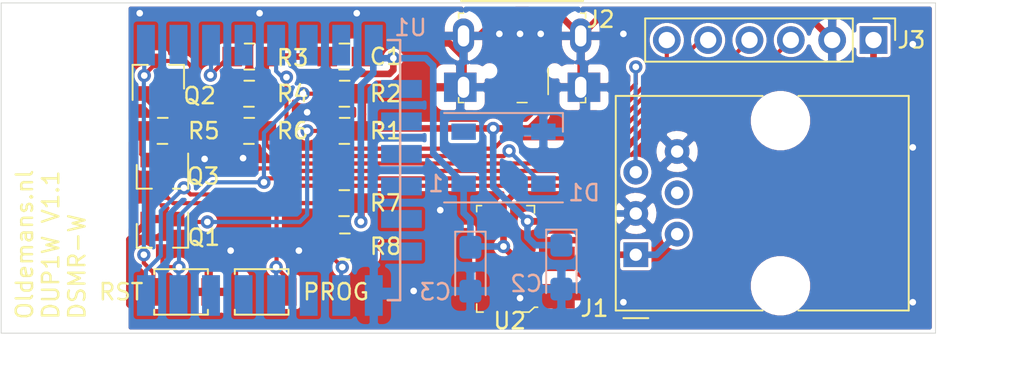
<source format=kicad_pcb>
(kicad_pcb (version 20171130) (host pcbnew "(5.1.9-0-10_14)")

  (general
    (thickness 1.6)
    (drawings 9)
    (tracks 257)
    (zones 0)
    (modules 22)
    (nets 33)
  )

  (page A4)
  (layers
    (0 F.Cu signal)
    (31 B.Cu signal)
    (32 B.Adhes user hide)
    (33 F.Adhes user hide)
    (34 B.Paste user hide)
    (35 F.Paste user hide)
    (36 B.SilkS user)
    (37 F.SilkS user)
    (38 B.Mask user hide)
    (39 F.Mask user hide)
    (40 Dwgs.User user hide)
    (41 Cmts.User user hide)
    (42 Eco1.User user hide)
    (43 Eco2.User user)
    (44 Edge.Cuts user)
    (45 Margin user hide)
    (46 B.CrtYd user hide)
    (47 F.CrtYd user hide)
    (48 B.Fab user hide)
    (49 F.Fab user hide)
  )

  (setup
    (last_trace_width 0.254)
    (trace_clearance 0.2032)
    (zone_clearance 0.2032)
    (zone_45_only no)
    (trace_min 0.2032)
    (via_size 0.8128)
    (via_drill 0.4064)
    (via_min_size 0.4)
    (via_min_drill 0.3)
    (uvia_size 0.3048)
    (uvia_drill 0.1016)
    (uvias_allowed no)
    (uvia_min_size 0.2)
    (uvia_min_drill 0.1)
    (edge_width 0.05)
    (segment_width 0.2)
    (pcb_text_width 0.3)
    (pcb_text_size 1.5 1.5)
    (mod_edge_width 0.12)
    (mod_text_size 1 1)
    (mod_text_width 0.15)
    (pad_size 1.524 1.524)
    (pad_drill 0.762)
    (pad_to_mask_clearance 0)
    (aux_axis_origin 0 0)
    (grid_origin 8.382 -5.08)
    (visible_elements FFFFFF7F)
    (pcbplotparams
      (layerselection 0x010f0_ffffffff)
      (usegerberextensions false)
      (usegerberattributes true)
      (usegerberadvancedattributes true)
      (creategerberjobfile true)
      (excludeedgelayer true)
      (linewidth 0.100000)
      (plotframeref false)
      (viasonmask false)
      (mode 1)
      (useauxorigin false)
      (hpglpennumber 1)
      (hpglpenspeed 20)
      (hpglpendiameter 15.000000)
      (psnegative false)
      (psa4output false)
      (plotreference true)
      (plotvalue false)
      (plotinvisibletext false)
      (padsonsilk true)
      (subtractmaskfromsilk false)
      (outputformat 1)
      (mirror false)
      (drillshape 0)
      (scaleselection 1)
      (outputdirectory "OUTPUTS"))
  )

  (net 0 "")
  (net 1 GND)
  (net 2 +5V)
  (net 3 +3V3)
  (net 4 "Net-(J1-Pad4)")
  (net 5 DATA)
  (net 6 "Net-(J2-Pad3)")
  (net 7 "Net-(J2-Pad2)")
  (net 8 RTS)
  (net 9 DTR)
  (net 10 RX)
  (net 11 TX)
  (net 12 "Net-(Q2-Pad1)")
  (net 13 RST)
  (net 14 "Net-(Q3-Pad1)")
  (net 15 GPIO0)
  (net 16 "Net-(U1-Pad22)")
  (net 17 "Net-(U1-Pad21)")
  (net 18 "Net-(U1-Pad20)")
  (net 19 "Net-(U1-Pad19)")
  (net 20 "Net-(U1-Pad18)")
  (net 21 "Net-(U1-Pad17)")
  (net 22 "Net-(U1-Pad14)")
  (net 23 "Net-(U1-Pad13)")
  (net 24 "Net-(U1-Pad11)")
  (net 25 "Net-(U1-Pad7)")
  (net 26 "Net-(U1-Pad6)")
  (net 27 "Net-(U1-Pad4)")
  (net 28 "Net-(U1-Pad2)")
  (net 29 "Net-(D1-Pad2)")
  (net 30 LED_DIN)
  (net 31 "Net-(R3-Pad2)")
  (net 32 "Net-(R8-Pad1)")

  (net_class Default "This is the default net class."
    (clearance 0.2032)
    (trace_width 0.254)
    (via_dia 0.8128)
    (via_drill 0.4064)
    (uvia_dia 0.3048)
    (uvia_drill 0.1016)
    (diff_pair_width 0.2032)
    (diff_pair_gap 0.2032)
    (add_net DATA)
    (add_net DTR)
    (add_net GPIO0)
    (add_net LED_DIN)
    (add_net "Net-(D1-Pad2)")
    (add_net "Net-(J1-Pad4)")
    (add_net "Net-(J2-Pad2)")
    (add_net "Net-(J2-Pad3)")
    (add_net "Net-(Q2-Pad1)")
    (add_net "Net-(Q3-Pad1)")
    (add_net "Net-(R3-Pad2)")
    (add_net "Net-(R8-Pad1)")
    (add_net "Net-(U1-Pad11)")
    (add_net "Net-(U1-Pad13)")
    (add_net "Net-(U1-Pad14)")
    (add_net "Net-(U1-Pad17)")
    (add_net "Net-(U1-Pad18)")
    (add_net "Net-(U1-Pad19)")
    (add_net "Net-(U1-Pad2)")
    (add_net "Net-(U1-Pad20)")
    (add_net "Net-(U1-Pad21)")
    (add_net "Net-(U1-Pad22)")
    (add_net "Net-(U1-Pad4)")
    (add_net "Net-(U1-Pad6)")
    (add_net "Net-(U1-Pad7)")
    (add_net RST)
    (add_net RTS)
    (add_net RX)
    (add_net TX)
  )

  (net_class POWER ""
    (clearance 0.2032)
    (trace_width 0.4064)
    (via_dia 0.8128)
    (via_drill 0.4064)
    (uvia_dia 0.3048)
    (uvia_drill 0.1016)
    (diff_pair_width 0.2032)
    (diff_pair_gap 0.2032)
    (add_net +3V3)
    (add_net +5V)
    (add_net GND)
  )

  (module Button_Switch_SMD:SW_SPST_B3U-1000P (layer F.Cu) (tedit 5A02FC95) (tstamp 606FD7D0)
    (at 11.049 -2.54 180)
    (descr "Ultra-small-sized Tactile Switch with High Contact Reliability, Top-actuated Model, without Ground Terminal, without Boss")
    (tags "Tactile Switch")
    (path /60828D2A)
    (attr smd)
    (fp_text reference RST1 (at 0 -2.5) (layer F.SilkS) hide
      (effects (font (size 1 1) (thickness 0.15)))
    )
    (fp_text value SW_Push (at 0 2.5) (layer F.Fab)
      (effects (font (size 1 1) (thickness 0.15)))
    )
    (fp_circle (center 0 0) (end 0.75 0) (layer F.Fab) (width 0.1))
    (fp_line (start -1.5 1.25) (end -1.5 -1.25) (layer F.Fab) (width 0.1))
    (fp_line (start 1.5 1.25) (end -1.5 1.25) (layer F.Fab) (width 0.1))
    (fp_line (start 1.5 -1.25) (end 1.5 1.25) (layer F.Fab) (width 0.1))
    (fp_line (start -1.5 -1.25) (end 1.5 -1.25) (layer F.Fab) (width 0.1))
    (fp_line (start 1.65 -1.4) (end 1.65 -1.1) (layer F.SilkS) (width 0.12))
    (fp_line (start -1.65 -1.4) (end 1.65 -1.4) (layer F.SilkS) (width 0.12))
    (fp_line (start -1.65 -1.1) (end -1.65 -1.4) (layer F.SilkS) (width 0.12))
    (fp_line (start 1.65 1.4) (end 1.65 1.1) (layer F.SilkS) (width 0.12))
    (fp_line (start -1.65 1.4) (end 1.65 1.4) (layer F.SilkS) (width 0.12))
    (fp_line (start -1.65 1.1) (end -1.65 1.4) (layer F.SilkS) (width 0.12))
    (fp_line (start -2.4 -1.65) (end -2.4 1.65) (layer F.CrtYd) (width 0.05))
    (fp_line (start 2.4 -1.65) (end -2.4 -1.65) (layer F.CrtYd) (width 0.05))
    (fp_line (start 2.4 1.65) (end 2.4 -1.65) (layer F.CrtYd) (width 0.05))
    (fp_line (start -2.4 1.65) (end 2.4 1.65) (layer F.CrtYd) (width 0.05))
    (fp_text user %R (at 0 -2.5) (layer F.Fab)
      (effects (font (size 1 1) (thickness 0.15)))
    )
    (pad 2 smd rect (at 1.7 0 180) (size 0.9 1.7) (layers F.Cu F.Paste F.Mask)
      (net 13 RST))
    (pad 1 smd rect (at -1.7 0 180) (size 0.9 1.7) (layers F.Cu F.Paste F.Mask)
      (net 1 GND))
    (model ${KISYS3DMOD}/Button_Switch_SMD.3dshapes/SW_SPST_B3U-1000P.wrl
      (at (xyz 0 0 0))
      (scale (xyz 1 1 1))
      (rotate (xyz 0 0 0))
    )
  )

  (module Package_TO_SOT_SMD:SOT-23 (layer F.Cu) (tedit 5A02FF57) (tstamp 606FD6CA)
    (at 9.906 -9.652 270)
    (descr "SOT-23, Standard")
    (tags SOT-23)
    (path /607B5173)
    (attr smd)
    (fp_text reference Q3 (at 0 -2.5) (layer F.SilkS)
      (effects (font (size 1 1) (thickness 0.15)))
    )
    (fp_text value BC817 (at 0 2.5 90) (layer F.Fab)
      (effects (font (size 1 1) (thickness 0.15)))
    )
    (fp_line (start 0.76 1.58) (end -0.7 1.58) (layer F.SilkS) (width 0.12))
    (fp_line (start 0.76 -1.58) (end -1.4 -1.58) (layer F.SilkS) (width 0.12))
    (fp_line (start -1.7 1.75) (end -1.7 -1.75) (layer F.CrtYd) (width 0.05))
    (fp_line (start 1.7 1.75) (end -1.7 1.75) (layer F.CrtYd) (width 0.05))
    (fp_line (start 1.7 -1.75) (end 1.7 1.75) (layer F.CrtYd) (width 0.05))
    (fp_line (start -1.7 -1.75) (end 1.7 -1.75) (layer F.CrtYd) (width 0.05))
    (fp_line (start 0.76 -1.58) (end 0.76 -0.65) (layer F.SilkS) (width 0.12))
    (fp_line (start 0.76 1.58) (end 0.76 0.65) (layer F.SilkS) (width 0.12))
    (fp_line (start -0.7 1.52) (end 0.7 1.52) (layer F.Fab) (width 0.1))
    (fp_line (start 0.7 -1.52) (end 0.7 1.52) (layer F.Fab) (width 0.1))
    (fp_line (start -0.7 -0.95) (end -0.15 -1.52) (layer F.Fab) (width 0.1))
    (fp_line (start -0.15 -1.52) (end 0.7 -1.52) (layer F.Fab) (width 0.1))
    (fp_line (start -0.7 -0.95) (end -0.7 1.5) (layer F.Fab) (width 0.1))
    (fp_text user %R (at 0 0) (layer F.Fab)
      (effects (font (size 0.5 0.5) (thickness 0.075)))
    )
    (pad 3 smd rect (at 1 0 270) (size 0.9 0.8) (layers F.Cu F.Paste F.Mask)
      (net 15 GPIO0))
    (pad 2 smd rect (at -1 0.95 270) (size 0.9 0.8) (layers F.Cu F.Paste F.Mask)
      (net 9 DTR))
    (pad 1 smd rect (at -1 -0.95 270) (size 0.9 0.8) (layers F.Cu F.Paste F.Mask)
      (net 14 "Net-(Q3-Pad1)"))
    (model ${KISYS3DMOD}/Package_TO_SOT_SMD.3dshapes/SOT-23.wrl
      (at (xyz 0 0 0))
      (scale (xyz 1 1 1))
      (rotate (xyz 0 0 0))
    )
  )

  (module Package_TO_SOT_SMD:SOT-23 (layer F.Cu) (tedit 5A02FF57) (tstamp 606FD6B5)
    (at 9.652 -15.748 90)
    (descr "SOT-23, Standard")
    (tags SOT-23)
    (path /607B2785)
    (attr smd)
    (fp_text reference Q2 (at -1.143 2.54 180) (layer F.SilkS)
      (effects (font (size 1 1) (thickness 0.15)))
    )
    (fp_text value BC817 (at 0 2.5 90) (layer F.Fab)
      (effects (font (size 1 1) (thickness 0.15)))
    )
    (fp_line (start 0.76 1.58) (end -0.7 1.58) (layer F.SilkS) (width 0.12))
    (fp_line (start 0.76 -1.58) (end -1.4 -1.58) (layer F.SilkS) (width 0.12))
    (fp_line (start -1.7 1.75) (end -1.7 -1.75) (layer F.CrtYd) (width 0.05))
    (fp_line (start 1.7 1.75) (end -1.7 1.75) (layer F.CrtYd) (width 0.05))
    (fp_line (start 1.7 -1.75) (end 1.7 1.75) (layer F.CrtYd) (width 0.05))
    (fp_line (start -1.7 -1.75) (end 1.7 -1.75) (layer F.CrtYd) (width 0.05))
    (fp_line (start 0.76 -1.58) (end 0.76 -0.65) (layer F.SilkS) (width 0.12))
    (fp_line (start 0.76 1.58) (end 0.76 0.65) (layer F.SilkS) (width 0.12))
    (fp_line (start -0.7 1.52) (end 0.7 1.52) (layer F.Fab) (width 0.1))
    (fp_line (start 0.7 -1.52) (end 0.7 1.52) (layer F.Fab) (width 0.1))
    (fp_line (start -0.7 -0.95) (end -0.15 -1.52) (layer F.Fab) (width 0.1))
    (fp_line (start -0.15 -1.52) (end 0.7 -1.52) (layer F.Fab) (width 0.1))
    (fp_line (start -0.7 -0.95) (end -0.7 1.5) (layer F.Fab) (width 0.1))
    (fp_text user %R (at 0 0) (layer F.Fab)
      (effects (font (size 0.5 0.5) (thickness 0.075)))
    )
    (pad 3 smd rect (at 1 0 90) (size 0.9 0.8) (layers F.Cu F.Paste F.Mask)
      (net 13 RST))
    (pad 2 smd rect (at -1 0.95 90) (size 0.9 0.8) (layers F.Cu F.Paste F.Mask)
      (net 8 RTS))
    (pad 1 smd rect (at -1 -0.95 90) (size 0.9 0.8) (layers F.Cu F.Paste F.Mask)
      (net 12 "Net-(Q2-Pad1)"))
    (model ${KISYS3DMOD}/Package_TO_SOT_SMD.3dshapes/SOT-23.wrl
      (at (xyz 0 0 0))
      (scale (xyz 1 1 1))
      (rotate (xyz 0 0 0))
    )
  )

  (module Package_TO_SOT_SMD:SOT-23 (layer F.Cu) (tedit 5A02FF57) (tstamp 606FDAE3)
    (at 9.906 -6.0198 270)
    (descr "SOT-23, Standard")
    (tags SOT-23)
    (path /607A1864)
    (attr smd)
    (fp_text reference Q1 (at 0.127 -2.54) (layer F.SilkS)
      (effects (font (size 1 1) (thickness 0.15)))
    )
    (fp_text value BS170F (at 0 2.5 90) (layer F.Fab)
      (effects (font (size 1 1) (thickness 0.15)))
    )
    (fp_line (start 0.76 1.58) (end -0.7 1.58) (layer F.SilkS) (width 0.12))
    (fp_line (start 0.76 -1.58) (end -1.4 -1.58) (layer F.SilkS) (width 0.12))
    (fp_line (start -1.7 1.75) (end -1.7 -1.75) (layer F.CrtYd) (width 0.05))
    (fp_line (start 1.7 1.75) (end -1.7 1.75) (layer F.CrtYd) (width 0.05))
    (fp_line (start 1.7 -1.75) (end 1.7 1.75) (layer F.CrtYd) (width 0.05))
    (fp_line (start -1.7 -1.75) (end 1.7 -1.75) (layer F.CrtYd) (width 0.05))
    (fp_line (start 0.76 -1.58) (end 0.76 -0.65) (layer F.SilkS) (width 0.12))
    (fp_line (start 0.76 1.58) (end 0.76 0.65) (layer F.SilkS) (width 0.12))
    (fp_line (start -0.7 1.52) (end 0.7 1.52) (layer F.Fab) (width 0.1))
    (fp_line (start 0.7 -1.52) (end 0.7 1.52) (layer F.Fab) (width 0.1))
    (fp_line (start -0.7 -0.95) (end -0.15 -1.52) (layer F.Fab) (width 0.1))
    (fp_line (start -0.15 -1.52) (end 0.7 -1.52) (layer F.Fab) (width 0.1))
    (fp_line (start -0.7 -0.95) (end -0.7 1.5) (layer F.Fab) (width 0.1))
    (fp_text user %R (at 0 0) (layer F.Fab)
      (effects (font (size 0.5 0.5) (thickness 0.075)))
    )
    (pad 3 smd rect (at 1 0 270) (size 0.9 0.8) (layers F.Cu F.Paste F.Mask)
      (net 10 RX))
    (pad 2 smd rect (at -1 0.95 270) (size 0.9 0.8) (layers F.Cu F.Paste F.Mask)
      (net 1 GND))
    (pad 1 smd rect (at -1 -0.95 270) (size 0.9 0.8) (layers F.Cu F.Paste F.Mask)
      (net 5 DATA))
    (model ${KISYS3DMOD}/Package_TO_SOT_SMD.3dshapes/SOT-23.wrl
      (at (xyz 0 0 0))
      (scale (xyz 1 1 1))
      (rotate (xyz 0 0 0))
    )
  )

  (module Button_Switch_SMD:SW_SPST_B3U-1000P (layer F.Cu) (tedit 5A02FC95) (tstamp 606FD68B)
    (at 16.002 -2.54)
    (descr "Ultra-small-sized Tactile Switch with High Contact Reliability, Top-actuated Model, without Ground Terminal, without Boss")
    (tags "Tactile Switch")
    (path /60829AB3)
    (attr smd)
    (fp_text reference PROG1 (at 0 -2.5) (layer F.SilkS) hide
      (effects (font (size 1 1) (thickness 0.15)))
    )
    (fp_text value SW_Push (at 0 2.5) (layer F.Fab)
      (effects (font (size 1 1) (thickness 0.15)))
    )
    (fp_circle (center 0 0) (end 0.75 0) (layer F.Fab) (width 0.1))
    (fp_line (start -1.5 1.25) (end -1.5 -1.25) (layer F.Fab) (width 0.1))
    (fp_line (start 1.5 1.25) (end -1.5 1.25) (layer F.Fab) (width 0.1))
    (fp_line (start 1.5 -1.25) (end 1.5 1.25) (layer F.Fab) (width 0.1))
    (fp_line (start -1.5 -1.25) (end 1.5 -1.25) (layer F.Fab) (width 0.1))
    (fp_line (start 1.65 -1.4) (end 1.65 -1.1) (layer F.SilkS) (width 0.12))
    (fp_line (start -1.65 -1.4) (end 1.65 -1.4) (layer F.SilkS) (width 0.12))
    (fp_line (start -1.65 -1.1) (end -1.65 -1.4) (layer F.SilkS) (width 0.12))
    (fp_line (start 1.65 1.4) (end 1.65 1.1) (layer F.SilkS) (width 0.12))
    (fp_line (start -1.65 1.4) (end 1.65 1.4) (layer F.SilkS) (width 0.12))
    (fp_line (start -1.65 1.1) (end -1.65 1.4) (layer F.SilkS) (width 0.12))
    (fp_line (start -2.4 -1.65) (end -2.4 1.65) (layer F.CrtYd) (width 0.05))
    (fp_line (start 2.4 -1.65) (end -2.4 -1.65) (layer F.CrtYd) (width 0.05))
    (fp_line (start 2.4 1.65) (end 2.4 -1.65) (layer F.CrtYd) (width 0.05))
    (fp_line (start -2.4 1.65) (end 2.4 1.65) (layer F.CrtYd) (width 0.05))
    (fp_text user %R (at 0 -2.5) (layer F.Fab)
      (effects (font (size 1 1) (thickness 0.15)))
    )
    (pad 2 smd rect (at 1.7 0) (size 0.9 1.7) (layers F.Cu F.Paste F.Mask)
      (net 15 GPIO0))
    (pad 1 smd rect (at -1.7 0) (size 0.9 1.7) (layers F.Cu F.Paste F.Mask)
      (net 1 GND))
    (model ${KISYS3DMOD}/Button_Switch_SMD.3dshapes/SW_SPST_B3U-1000P.wrl
      (at (xyz 0 0 0))
      (scale (xyz 1 1 1))
      (rotate (xyz 0 0 0))
    )
  )

  (module LED_SMD:LED_WS2812B_PLCC4_5.0x5.0mm_P3.2mm locked (layer B.Cu) (tedit 5AA4B285) (tstamp 603D4B54)
    (at 30.861 -10.795)
    (descr https://cdn-shop.adafruit.com/datasheets/WS2812B.pdf)
    (tags "LED RGB NeoPixel")
    (path /603D6518)
    (attr smd)
    (fp_text reference D1 (at 4.953 2.159 180) (layer B.SilkS)
      (effects (font (size 1 1) (thickness 0.15)) (justify mirror))
    )
    (fp_text value WS2812B (at 0 -4 180) (layer B.Fab)
      (effects (font (size 1 1) (thickness 0.15)) (justify mirror))
    )
    (fp_line (start 3.45 2.75) (end -3.45 2.75) (layer B.CrtYd) (width 0.05))
    (fp_line (start 3.45 -2.75) (end 3.45 2.75) (layer B.CrtYd) (width 0.05))
    (fp_line (start -3.45 -2.75) (end 3.45 -2.75) (layer B.CrtYd) (width 0.05))
    (fp_line (start -3.45 2.75) (end -3.45 -2.75) (layer B.CrtYd) (width 0.05))
    (fp_line (start 2.5 -1.5) (end 1.5 -2.5) (layer B.Fab) (width 0.1))
    (fp_line (start -2.5 2.5) (end -2.5 -2.5) (layer B.Fab) (width 0.1))
    (fp_line (start -2.5 -2.5) (end 2.5 -2.5) (layer B.Fab) (width 0.1))
    (fp_line (start 2.5 -2.5) (end 2.5 2.5) (layer B.Fab) (width 0.1))
    (fp_line (start 2.5 2.5) (end -2.5 2.5) (layer B.Fab) (width 0.1))
    (fp_line (start -3.65 2.75) (end 3.65 2.75) (layer B.SilkS) (width 0.12))
    (fp_line (start -3.65 -2.75) (end 3.65 -2.75) (layer B.SilkS) (width 0.12))
    (fp_line (start 3.65 -2.75) (end 3.65 -1.6) (layer B.SilkS) (width 0.12))
    (fp_circle (center 0 0) (end 0 2) (layer B.Fab) (width 0.1))
    (fp_text user %R (at 0 0 180) (layer B.Fab)
      (effects (font (size 0.8 0.8) (thickness 0.15)) (justify mirror))
    )
    (fp_text user 1 (at -4.15 1.6 180) (layer B.SilkS)
      (effects (font (size 1 1) (thickness 0.15)) (justify mirror))
    )
    (pad 1 smd rect (at -2.45 1.6) (size 1.5 1) (layers B.Cu B.Paste B.Mask)
      (net 3 +3V3))
    (pad 2 smd rect (at -2.45 -1.6) (size 1.5 1) (layers B.Cu B.Paste B.Mask)
      (net 29 "Net-(D1-Pad2)"))
    (pad 4 smd rect (at 2.45 1.6) (size 1.5 1) (layers B.Cu B.Paste B.Mask)
      (net 30 LED_DIN))
    (pad 3 smd rect (at 2.45 -1.6) (size 1.5 1) (layers B.Cu B.Paste B.Mask)
      (net 1 GND))
    (model ${KISYS3DMOD}/LED_SMD.3dshapes/LED_WS2812B_PLCC4_5.0x5.0mm_P3.2mm.wrl
      (at (xyz 0 0 0))
      (scale (xyz 1 1 1))
      (rotate (xyz 0 0 0))
    )
  )

  (module digikey-footprints:SOT-223 (layer F.Cu) (tedit 60396C60) (tstamp 6039998E)
    (at 30.988 -4.572 90)
    (path /6039D754)
    (attr smd)
    (fp_text reference U2 (at -3.81 0.254) (layer F.SilkS)
      (effects (font (size 1 1) (thickness 0.15)))
    )
    (fp_text value AMS1117-3.3 (at 0.15 5.65 90) (layer F.Fab)
      (effects (font (size 1 1) (thickness 0.15)))
    )
    (fp_line (start 3.15 -1.65) (end 3.15 1.65) (layer F.Fab) (width 0.1))
    (fp_line (start -3.15 -1.65) (end 3.15 -1.65) (layer F.Fab) (width 0.1))
    (fp_line (start 3.275 -1.775) (end 3.275 -1.475) (layer F.SilkS) (width 0.1))
    (fp_line (start 2.9 -1.775) (end 3.275 -1.775) (layer F.SilkS) (width 0.1))
    (fp_line (start -3.275 -1.775) (end -3.275 -1.375) (layer F.SilkS) (width 0.1))
    (fp_line (start -2.775 -1.775) (end -3.275 -1.775) (layer F.SilkS) (width 0.1))
    (fp_line (start 3.275 1.775) (end 2.825 1.775) (layer F.SilkS) (width 0.1))
    (fp_line (start 3.275 1.3) (end 3.275 1.775) (layer F.SilkS) (width 0.1))
    (fp_line (start -3.15 1.35) (end -2.875 1.65) (layer F.Fab) (width 0.1))
    (fp_line (start 3.15 1.65) (end -2.875 1.65) (layer F.Fab) (width 0.1))
    (fp_line (start -3.15 1.35) (end -3.15 -1.65) (layer F.Fab) (width 0.1))
    (fp_line (start 3.45 -4.45) (end 3.45 4.45) (layer F.CrtYd) (width 0.05))
    (fp_line (start 3.45 -4.45) (end -3.45 -4.45) (layer F.CrtYd) (width 0.05))
    (fp_line (start -3.45 -4.45) (end -3.45 4.45) (layer F.CrtYd) (width 0.05))
    (fp_line (start -3.45 4.45) (end 3.45 4.45) (layer F.CrtYd) (width 0.05))
    (fp_line (start -2.975 1.775) (end -2.975 1.97) (layer F.SilkS) (width 0.1))
    (fp_line (start -3.275 1.45) (end -2.975 1.775) (layer F.SilkS) (width 0.1))
    (fp_line (start -3.275 0.975) (end -3.275 1.45) (layer F.SilkS) (width 0.1))
    (fp_text user %R (at -0.05 0.025 90) (layer F.Fab)
      (effects (font (size 1 1) (thickness 0.15)))
    )
    (pad 4 smd rect (at 0 -3.15 90) (size 3.8 2.2) (layers F.Cu F.Paste F.Mask))
    (pad 1 smd rect (at -2.3 3.15 90) (size 1.5 2.2) (layers F.Cu F.Paste F.Mask)
      (net 1 GND))
    (pad 2 smd rect (at 0 3.15 90) (size 1.5 2.2) (layers F.Cu F.Paste F.Mask)
      (net 3 +3V3))
    (pad 3 smd rect (at 2.3 3.15 90) (size 1.5 2.2) (layers F.Cu F.Paste F.Mask)
      (net 2 +5V))
    (model ${KISYS3DMOD}/Package_TO_SOT_SMD.3dshapes/SOT-223.step
      (at (xyz 0 0 0))
      (scale (xyz 1 1 1))
      (rotate (xyz 0 0 -90))
    )
  )

  (module ESP8266:ESP-12E_SMD locked (layer B.Cu) (tedit 603D409C) (tstamp 60399185)
    (at 8.89 -17.018 270)
    (descr "Module, ESP-8266, ESP-12, 16 pad, SMD")
    (tags "Module ESP-8266 ESP8266")
    (path /6039C456)
    (fp_text reference U1 (at -1.778 -16.256) (layer B.SilkS)
      (effects (font (size 1 1) (thickness 0.15)) (justify mirror))
    )
    (fp_text value ESP-12E (at 5.08 -6.35) (layer B.Fab) hide
      (effects (font (size 1 1) (thickness 0.15)) (justify mirror))
    )
    (fp_line (start -2.25 0.5) (end -2.25 8.75) (layer B.CrtYd) (width 0.05))
    (fp_line (start -2.25 8.75) (end 15.25 8.75) (layer B.CrtYd) (width 0.05))
    (fp_line (start 15.25 8.75) (end 16.25 8.75) (layer B.CrtYd) (width 0.05))
    (fp_line (start 16.25 8.75) (end 16.25 -16) (layer B.CrtYd) (width 0.05))
    (fp_line (start 16.25 -16) (end -2.25 -16) (layer B.CrtYd) (width 0.05))
    (fp_line (start -2.25 -16) (end -2.25 0.5) (layer B.CrtYd) (width 0.05))
    (fp_line (start -1 8.382) (end 14.986 8.382) (layer Dwgs.User) (width 0.1524))
    (fp_line (start 14.986 8.382) (end 14.992 2.6) (layer Dwgs.User) (width 0.1524))
    (fp_line (start -1 8.382) (end -1.008 2.6) (layer Dwgs.User) (width 0.1524))
    (fp_line (start -1.016 -14.859) (end -1.016 -15.621) (layer B.SilkS) (width 0.1524))
    (fp_line (start -1.016 -15.621) (end 14.986 -15.621) (layer B.SilkS) (width 0.1524))
    (fp_line (start 14.986 -15.621) (end 14.986 -14.859) (layer B.SilkS) (width 0.1524))
    (fp_line (start 14.986 8.382) (end -1.008 2.6) (layer Dwgs.User) (width 0.1524))
    (fp_line (start -1 8.382) (end 14.992 2.6) (layer Dwgs.User) (width 0.1524))
    (fp_line (start -1.008 2.6) (end 14.992 2.6) (layer Dwgs.User) (width 0.1524))
    (fp_line (start 15 8.4) (end 15 -15.6) (layer B.Fab) (width 0.05))
    (fp_line (start 14.992 -15.6) (end -1.008 -15.6) (layer B.Fab) (width 0.05))
    (fp_line (start -1.008 -15.6) (end -1.008 8.4) (layer B.Fab) (width 0.05))
    (fp_line (start -1.008 8.4) (end 14.992 8.4) (layer B.Fab) (width 0.05))
    (fp_text user "No Copper" (at 6.892 5.4 270) (layer B.CrtYd)
      (effects (font (size 1 1) (thickness 0.15)) (justify mirror))
    )
    (pad 1 smd rect (at 0 0 270) (size 2.5 1.1) (drill (offset -0.7 0)) (layers B.Cu B.Paste B.Mask)
      (net 13 RST))
    (pad 2 smd rect (at 0 -2 270) (size 2.5 1.1) (drill (offset -0.7 0)) (layers B.Cu B.Paste B.Mask)
      (net 28 "Net-(U1-Pad2)"))
    (pad 3 smd rect (at 0 -4 270) (size 2.5 1.1) (drill (offset -0.7 0)) (layers B.Cu B.Paste B.Mask)
      (net 31 "Net-(R3-Pad2)"))
    (pad 4 smd rect (at 0 -6 270) (size 2.5 1.1) (drill (offset -0.7 0)) (layers B.Cu B.Paste B.Mask)
      (net 27 "Net-(U1-Pad4)"))
    (pad 5 smd rect (at 0 -8 270) (size 2.5 1.1) (drill (offset -0.7 0)) (layers B.Cu B.Paste B.Mask)
      (net 30 LED_DIN))
    (pad 6 smd rect (at 0 -10 270) (size 2.5 1.1) (drill (offset -0.7 0)) (layers B.Cu B.Paste B.Mask)
      (net 26 "Net-(U1-Pad6)"))
    (pad 7 smd rect (at 0 -12 270) (size 2.5 1.1) (drill (offset -0.7 0)) (layers B.Cu B.Paste B.Mask)
      (net 25 "Net-(U1-Pad7)"))
    (pad 8 smd rect (at 0 -14 270) (size 2.5 1.1) (drill (offset -0.7 0)) (layers B.Cu B.Paste B.Mask)
      (net 3 +3V3))
    (pad 9 smd rect (at 14 -14 270) (size 2.5 1.1) (drill (offset 0.7 0)) (layers B.Cu B.Paste B.Mask)
      (net 1 GND))
    (pad 10 smd rect (at 14 -12 270) (size 2.5 1.1) (drill (offset 0.7 0)) (layers B.Cu B.Paste B.Mask)
      (net 32 "Net-(R8-Pad1)"))
    (pad 11 smd rect (at 14 -10 270) (size 2.5 1.1) (drill (offset 0.7 0)) (layers B.Cu B.Paste B.Mask)
      (net 24 "Net-(U1-Pad11)"))
    (pad 12 smd rect (at 14 -8 270) (size 2.5 1.1) (drill (offset 0.7 0)) (layers B.Cu B.Paste B.Mask)
      (net 15 GPIO0))
    (pad 13 smd rect (at 14 -6 270) (size 2.5 1.1) (drill (offset 0.7 0)) (layers B.Cu B.Paste B.Mask)
      (net 23 "Net-(U1-Pad13)"))
    (pad 14 smd rect (at 14 -4 270) (size 2.5 1.1) (drill (offset 0.7 0)) (layers B.Cu B.Paste B.Mask)
      (net 22 "Net-(U1-Pad14)"))
    (pad 15 smd rect (at 14 -2 270) (size 2.5 1.1) (drill (offset 0.7 0)) (layers B.Cu B.Paste B.Mask)
      (net 10 RX))
    (pad 16 smd rect (at 14 0 270) (size 2.5 1.1) (drill (offset 0.7 0)) (layers B.Cu B.Paste B.Mask)
      (net 11 TX))
    (pad 17 smd rect (at 1.99 -15 180) (size 2.5 1.1) (drill (offset -0.7 0)) (layers B.Cu B.Paste B.Mask)
      (net 21 "Net-(U1-Pad17)"))
    (pad 18 smd rect (at 3.99 -15 180) (size 2.5 1.1) (drill (offset -0.7 0)) (layers B.Cu B.Paste B.Mask)
      (net 20 "Net-(U1-Pad18)"))
    (pad 19 smd rect (at 5.99 -15 180) (size 2.5 1.1) (drill (offset -0.7 0)) (layers B.Cu B.Paste B.Mask)
      (net 19 "Net-(U1-Pad19)"))
    (pad 20 smd rect (at 7.99 -15 180) (size 2.5 1.1) (drill (offset -0.7 0)) (layers B.Cu B.Paste B.Mask)
      (net 18 "Net-(U1-Pad20)"))
    (pad 21 smd rect (at 9.99 -15 180) (size 2.5 1.1) (drill (offset -0.7 0)) (layers B.Cu B.Paste B.Mask)
      (net 17 "Net-(U1-Pad21)"))
    (pad 22 smd rect (at 11.99 -15 180) (size 2.5 1.1) (drill (offset -0.7 0)) (layers B.Cu B.Paste B.Mask)
      (net 16 "Net-(U1-Pad22)"))
    (model ${ESPLIB}/ESP8266.3dshapes/ESP-12.wrl
      (at (xyz 0 0 0))
      (scale (xyz 0.3937 0.3937 0.3937))
      (rotate (xyz 0 0 0))
    )
    (model /Users/willemoldemans/Documents/PROJECTEN/libs/kicad-libs/3D-files/ESP8266.3dshapes/ESP-12E.wrl
      (at (xyz 0 0 0))
      (scale (xyz 0.4 0.4 0.4))
      (rotate (xyz 0 0 0))
    )
  )

  (module digikey-footprints:0805 (layer F.Cu) (tedit 60396B7D) (tstamp 60399157)
    (at 21.116 -5.334)
    (path /603AE4CA)
    (attr smd)
    (fp_text reference R8 (at 2.506 0) (layer F.SilkS)
      (effects (font (size 1 1) (thickness 0.15)))
    )
    (fp_text value 10K (at 0 1.95) (layer F.Fab)
      (effects (font (size 1 1) (thickness 0.15)))
    )
    (fp_line (start -1.9 0.93) (end 1.9 0.93) (layer F.CrtYd) (width 0.05))
    (fp_line (start -1.9 -0.93) (end 1.9 -0.93) (layer F.CrtYd) (width 0.05))
    (fp_line (start 1.9 0.93) (end 1.9 -0.93) (layer F.CrtYd) (width 0.05))
    (fp_line (start -1.9 0.93) (end -1.9 -0.93) (layer F.CrtYd) (width 0.05))
    (fp_line (start -0.32 0.8) (end 0.28 0.8) (layer F.SilkS) (width 0.12))
    (fp_line (start -0.3 -0.8) (end 0.3 -0.8) (layer F.SilkS) (width 0.12))
    (fp_line (start -0.95 0.68) (end 0.95 0.68) (layer F.Fab) (width 0.12))
    (fp_line (start -0.95 -0.68) (end 0.95 -0.68) (layer F.Fab) (width 0.12))
    (fp_line (start 0.95 -0.675) (end 0.95 0.675) (layer F.Fab) (width 0.12))
    (fp_line (start -0.95 -0.675) (end -0.95 0.675) (layer F.Fab) (width 0.12))
    (pad 1 smd rect (at -1.05 0) (size 1.2 1.2) (layers F.Cu F.Paste F.Mask)
      (net 32 "Net-(R8-Pad1)"))
    (pad 2 smd rect (at 1.05 0) (size 1.2 1.2) (layers F.Cu F.Paste F.Mask)
      (net 1 GND))
    (model ${KISYS3DMOD}/Resistor_SMD.3dshapes/R_0805_2012Metric.step
      (at (xyz 0 0 0))
      (scale (xyz 1 1 1))
      (rotate (xyz 0 0 0))
    )
  )

  (module digikey-footprints:0805 (layer F.Cu) (tedit 60396B7D) (tstamp 60399147)
    (at 21.082 -8.001)
    (path /603FD3F8)
    (attr smd)
    (fp_text reference R7 (at 2.54 0) (layer F.SilkS)
      (effects (font (size 1 1) (thickness 0.15)))
    )
    (fp_text value 10K (at 0 1.95) (layer F.Fab)
      (effects (font (size 1 1) (thickness 0.15)))
    )
    (fp_line (start -1.9 0.93) (end 1.9 0.93) (layer F.CrtYd) (width 0.05))
    (fp_line (start -1.9 -0.93) (end 1.9 -0.93) (layer F.CrtYd) (width 0.05))
    (fp_line (start 1.9 0.93) (end 1.9 -0.93) (layer F.CrtYd) (width 0.05))
    (fp_line (start -1.9 0.93) (end -1.9 -0.93) (layer F.CrtYd) (width 0.05))
    (fp_line (start -0.32 0.8) (end 0.28 0.8) (layer F.SilkS) (width 0.12))
    (fp_line (start -0.3 -0.8) (end 0.3 -0.8) (layer F.SilkS) (width 0.12))
    (fp_line (start -0.95 0.68) (end 0.95 0.68) (layer F.Fab) (width 0.12))
    (fp_line (start -0.95 -0.68) (end 0.95 -0.68) (layer F.Fab) (width 0.12))
    (fp_line (start 0.95 -0.675) (end 0.95 0.675) (layer F.Fab) (width 0.12))
    (fp_line (start -0.95 -0.675) (end -0.95 0.675) (layer F.Fab) (width 0.12))
    (pad 1 smd rect (at -1.05 0) (size 1.2 1.2) (layers F.Cu F.Paste F.Mask)
      (net 15 GPIO0))
    (pad 2 smd rect (at 1.05 0) (size 1.2 1.2) (layers F.Cu F.Paste F.Mask)
      (net 3 +3V3))
    (model ${KISYS3DMOD}/Resistor_SMD.3dshapes/R_0805_2012Metric.step
      (at (xyz 0 0 0))
      (scale (xyz 1 1 1))
      (rotate (xyz 0 0 0))
    )
  )

  (module digikey-footprints:0805 (layer F.Cu) (tedit 60396B7D) (tstamp 606FE83B)
    (at 15.24 -12.446)
    (path /603F2C98)
    (attr smd)
    (fp_text reference R6 (at 2.667 0) (layer F.SilkS)
      (effects (font (size 1 1) (thickness 0.15)))
    )
    (fp_text value 10K (at 0 1.95) (layer F.Fab)
      (effects (font (size 1 1) (thickness 0.15)))
    )
    (fp_line (start -1.9 0.93) (end 1.9 0.93) (layer F.CrtYd) (width 0.05))
    (fp_line (start -1.9 -0.93) (end 1.9 -0.93) (layer F.CrtYd) (width 0.05))
    (fp_line (start 1.9 0.93) (end 1.9 -0.93) (layer F.CrtYd) (width 0.05))
    (fp_line (start -1.9 0.93) (end -1.9 -0.93) (layer F.CrtYd) (width 0.05))
    (fp_line (start -0.32 0.8) (end 0.28 0.8) (layer F.SilkS) (width 0.12))
    (fp_line (start -0.3 -0.8) (end 0.3 -0.8) (layer F.SilkS) (width 0.12))
    (fp_line (start -0.95 0.68) (end 0.95 0.68) (layer F.Fab) (width 0.12))
    (fp_line (start -0.95 -0.68) (end 0.95 -0.68) (layer F.Fab) (width 0.12))
    (fp_line (start 0.95 -0.675) (end 0.95 0.675) (layer F.Fab) (width 0.12))
    (fp_line (start -0.95 -0.675) (end -0.95 0.675) (layer F.Fab) (width 0.12))
    (pad 1 smd rect (at -1.05 0) (size 1.2 1.2) (layers F.Cu F.Paste F.Mask)
      (net 14 "Net-(Q3-Pad1)"))
    (pad 2 smd rect (at 1.05 0) (size 1.2 1.2) (layers F.Cu F.Paste F.Mask)
      (net 8 RTS))
    (model ${KISYS3DMOD}/Resistor_SMD.3dshapes/R_0805_2012Metric.step
      (at (xyz 0 0 0))
      (scale (xyz 1 1 1))
      (rotate (xyz 0 0 0))
    )
  )

  (module digikey-footprints:0805 (layer F.Cu) (tedit 60396B7D) (tstamp 606FEA92)
    (at 9.906 -12.446 180)
    (path /603F370B)
    (attr smd)
    (fp_text reference R5 (at -2.54 0) (layer F.SilkS)
      (effects (font (size 1 1) (thickness 0.15)))
    )
    (fp_text value 10K (at 0 1.95) (layer F.Fab)
      (effects (font (size 1 1) (thickness 0.15)))
    )
    (fp_line (start -1.9 0.93) (end 1.9 0.93) (layer F.CrtYd) (width 0.05))
    (fp_line (start -1.9 -0.93) (end 1.9 -0.93) (layer F.CrtYd) (width 0.05))
    (fp_line (start 1.9 0.93) (end 1.9 -0.93) (layer F.CrtYd) (width 0.05))
    (fp_line (start -1.9 0.93) (end -1.9 -0.93) (layer F.CrtYd) (width 0.05))
    (fp_line (start -0.32 0.8) (end 0.28 0.8) (layer F.SilkS) (width 0.12))
    (fp_line (start -0.3 -0.8) (end 0.3 -0.8) (layer F.SilkS) (width 0.12))
    (fp_line (start -0.95 0.68) (end 0.95 0.68) (layer F.Fab) (width 0.12))
    (fp_line (start -0.95 -0.68) (end 0.95 -0.68) (layer F.Fab) (width 0.12))
    (fp_line (start 0.95 -0.675) (end 0.95 0.675) (layer F.Fab) (width 0.12))
    (fp_line (start -0.95 -0.675) (end -0.95 0.675) (layer F.Fab) (width 0.12))
    (pad 1 smd rect (at -1.05 0 180) (size 1.2 1.2) (layers F.Cu F.Paste F.Mask)
      (net 12 "Net-(Q2-Pad1)"))
    (pad 2 smd rect (at 1.05 0 180) (size 1.2 1.2) (layers F.Cu F.Paste F.Mask)
      (net 9 DTR))
    (model ${KISYS3DMOD}/Resistor_SMD.3dshapes/R_0805_2012Metric.step
      (at (xyz 0 0 0))
      (scale (xyz 1 1 1))
      (rotate (xyz 0 0 0))
    )
  )

  (module digikey-footprints:0805 (layer F.Cu) (tedit 60396B7D) (tstamp 60399117)
    (at 21.082 -14.732 180)
    (path /603B8B6D)
    (attr smd)
    (fp_text reference R4 (at 3.175 0) (layer F.SilkS)
      (effects (font (size 1 1) (thickness 0.15)))
    )
    (fp_text value 10K (at 0 1.95) (layer F.Fab)
      (effects (font (size 1 1) (thickness 0.15)))
    )
    (fp_line (start -1.9 0.93) (end 1.9 0.93) (layer F.CrtYd) (width 0.05))
    (fp_line (start -1.9 -0.93) (end 1.9 -0.93) (layer F.CrtYd) (width 0.05))
    (fp_line (start 1.9 0.93) (end 1.9 -0.93) (layer F.CrtYd) (width 0.05))
    (fp_line (start -1.9 0.93) (end -1.9 -0.93) (layer F.CrtYd) (width 0.05))
    (fp_line (start -0.32 0.8) (end 0.28 0.8) (layer F.SilkS) (width 0.12))
    (fp_line (start -0.3 -0.8) (end 0.3 -0.8) (layer F.SilkS) (width 0.12))
    (fp_line (start -0.95 0.68) (end 0.95 0.68) (layer F.Fab) (width 0.12))
    (fp_line (start -0.95 -0.68) (end 0.95 -0.68) (layer F.Fab) (width 0.12))
    (fp_line (start 0.95 -0.675) (end 0.95 0.675) (layer F.Fab) (width 0.12))
    (fp_line (start -0.95 -0.675) (end -0.95 0.675) (layer F.Fab) (width 0.12))
    (pad 1 smd rect (at -1.05 0 180) (size 1.2 1.2) (layers F.Cu F.Paste F.Mask)
      (net 2 +5V))
    (pad 2 smd rect (at 1.05 0 180) (size 1.2 1.2) (layers F.Cu F.Paste F.Mask)
      (net 10 RX))
    (model ${KISYS3DMOD}/Resistor_SMD.3dshapes/R_0805_2012Metric.step
      (at (xyz 0 0 0))
      (scale (xyz 1 1 1))
      (rotate (xyz 0 0 0))
    )
  )

  (module digikey-footprints:0805 (layer F.Cu) (tedit 60396B7D) (tstamp 60399107)
    (at 15.24 -17.018 180)
    (path /603ADA73)
    (attr smd)
    (fp_text reference R3 (at -2.667 -0.0889) (layer F.SilkS)
      (effects (font (size 1 1) (thickness 0.15)))
    )
    (fp_text value 10K (at 0 1.95) (layer F.Fab)
      (effects (font (size 1 1) (thickness 0.15)))
    )
    (fp_line (start -1.9 0.93) (end 1.9 0.93) (layer F.CrtYd) (width 0.05))
    (fp_line (start -1.9 -0.93) (end 1.9 -0.93) (layer F.CrtYd) (width 0.05))
    (fp_line (start 1.9 0.93) (end 1.9 -0.93) (layer F.CrtYd) (width 0.05))
    (fp_line (start -1.9 0.93) (end -1.9 -0.93) (layer F.CrtYd) (width 0.05))
    (fp_line (start -0.32 0.8) (end 0.28 0.8) (layer F.SilkS) (width 0.12))
    (fp_line (start -0.3 -0.8) (end 0.3 -0.8) (layer F.SilkS) (width 0.12))
    (fp_line (start -0.95 0.68) (end 0.95 0.68) (layer F.Fab) (width 0.12))
    (fp_line (start -0.95 -0.68) (end 0.95 -0.68) (layer F.Fab) (width 0.12))
    (fp_line (start 0.95 -0.675) (end 0.95 0.675) (layer F.Fab) (width 0.12))
    (fp_line (start -0.95 -0.675) (end -0.95 0.675) (layer F.Fab) (width 0.12))
    (pad 1 smd rect (at -1.05 0 180) (size 1.2 1.2) (layers F.Cu F.Paste F.Mask)
      (net 3 +3V3))
    (pad 2 smd rect (at 1.05 0 180) (size 1.2 1.2) (layers F.Cu F.Paste F.Mask)
      (net 31 "Net-(R3-Pad2)"))
    (model ${KISYS3DMOD}/Resistor_SMD.3dshapes/R_0805_2012Metric.step
      (at (xyz 0 0 0))
      (scale (xyz 1 1 1))
      (rotate (xyz 0 0 0))
    )
  )

  (module digikey-footprints:0805 (layer F.Cu) (tedit 60396B7D) (tstamp 606FEAED)
    (at 15.24 -14.732)
    (path /603ACF16)
    (attr smd)
    (fp_text reference R2 (at 8.382 0) (layer F.SilkS)
      (effects (font (size 1 1) (thickness 0.15)))
    )
    (fp_text value 10K (at 0 1.95) (layer F.Fab)
      (effects (font (size 1 1) (thickness 0.15)))
    )
    (fp_line (start -1.9 0.93) (end 1.9 0.93) (layer F.CrtYd) (width 0.05))
    (fp_line (start -1.9 -0.93) (end 1.9 -0.93) (layer F.CrtYd) (width 0.05))
    (fp_line (start 1.9 0.93) (end 1.9 -0.93) (layer F.CrtYd) (width 0.05))
    (fp_line (start -1.9 0.93) (end -1.9 -0.93) (layer F.CrtYd) (width 0.05))
    (fp_line (start -0.32 0.8) (end 0.28 0.8) (layer F.SilkS) (width 0.12))
    (fp_line (start -0.3 -0.8) (end 0.3 -0.8) (layer F.SilkS) (width 0.12))
    (fp_line (start -0.95 0.68) (end 0.95 0.68) (layer F.Fab) (width 0.12))
    (fp_line (start -0.95 -0.68) (end 0.95 -0.68) (layer F.Fab) (width 0.12))
    (fp_line (start 0.95 -0.675) (end 0.95 0.675) (layer F.Fab) (width 0.12))
    (fp_line (start -0.95 -0.675) (end -0.95 0.675) (layer F.Fab) (width 0.12))
    (pad 1 smd rect (at -1.05 0) (size 1.2 1.2) (layers F.Cu F.Paste F.Mask)
      (net 13 RST))
    (pad 2 smd rect (at 1.05 0) (size 1.2 1.2) (layers F.Cu F.Paste F.Mask)
      (net 3 +3V3))
    (model ${KISYS3DMOD}/Resistor_SMD.3dshapes/R_0805_2012Metric.step
      (at (xyz 0 0 0))
      (scale (xyz 1 1 1))
      (rotate (xyz 0 0 0))
    )
  )

  (module digikey-footprints:0805 (layer F.Cu) (tedit 60396B7D) (tstamp 603990E7)
    (at 21.082 -12.446 180)
    (path /603B913D)
    (attr smd)
    (fp_text reference R1 (at -2.54 0) (layer F.SilkS)
      (effects (font (size 1 1) (thickness 0.15)))
    )
    (fp_text value 10K (at 0 1.95) (layer F.Fab)
      (effects (font (size 1 1) (thickness 0.15)))
    )
    (fp_line (start -1.9 0.93) (end 1.9 0.93) (layer F.CrtYd) (width 0.05))
    (fp_line (start -1.9 -0.93) (end 1.9 -0.93) (layer F.CrtYd) (width 0.05))
    (fp_line (start 1.9 0.93) (end 1.9 -0.93) (layer F.CrtYd) (width 0.05))
    (fp_line (start -1.9 0.93) (end -1.9 -0.93) (layer F.CrtYd) (width 0.05))
    (fp_line (start -0.32 0.8) (end 0.28 0.8) (layer F.SilkS) (width 0.12))
    (fp_line (start -0.3 -0.8) (end 0.3 -0.8) (layer F.SilkS) (width 0.12))
    (fp_line (start -0.95 0.68) (end 0.95 0.68) (layer F.Fab) (width 0.12))
    (fp_line (start -0.95 -0.68) (end 0.95 -0.68) (layer F.Fab) (width 0.12))
    (fp_line (start 0.95 -0.675) (end 0.95 0.675) (layer F.Fab) (width 0.12))
    (fp_line (start -0.95 -0.675) (end -0.95 0.675) (layer F.Fab) (width 0.12))
    (pad 1 smd rect (at -1.05 0 180) (size 1.2 1.2) (layers F.Cu F.Paste F.Mask)
      (net 2 +5V))
    (pad 2 smd rect (at 1.05 0 180) (size 1.2 1.2) (layers F.Cu F.Paste F.Mask)
      (net 5 DATA))
    (model ${KISYS3DMOD}/Resistor_SMD.3dshapes/R_0805_2012Metric.step
      (at (xyz 0 0 0))
      (scale (xyz 1 1 1))
      (rotate (xyz 0 0 0))
    )
  )

  (module Connector_PinHeader_2.54mm:PinHeader_1x06_P2.54mm_Vertical locked (layer F.Cu) (tedit 59FED5CC) (tstamp 60701669)
    (at 53.594 -18.034 270)
    (descr "Through hole straight pin header, 1x06, 2.54mm pitch, single row")
    (tags "Through hole pin header THT 1x06 2.54mm single row")
    (path /603A9445)
    (fp_text reference J3 (at 0 -2.33 180) (layer F.SilkS)
      (effects (font (size 1 1) (thickness 0.15)))
    )
    (fp_text value Conn_01x06_MountingPin (at 0 15.03 90) (layer F.Fab)
      (effects (font (size 1 1) (thickness 0.15)))
    )
    (fp_line (start -0.635 -1.27) (end 1.27 -1.27) (layer F.Fab) (width 0.1))
    (fp_line (start 1.27 -1.27) (end 1.27 13.97) (layer F.Fab) (width 0.1))
    (fp_line (start 1.27 13.97) (end -1.27 13.97) (layer F.Fab) (width 0.1))
    (fp_line (start -1.27 13.97) (end -1.27 -0.635) (layer F.Fab) (width 0.1))
    (fp_line (start -1.27 -0.635) (end -0.635 -1.27) (layer F.Fab) (width 0.1))
    (fp_line (start -1.33 14.03) (end 1.33 14.03) (layer F.SilkS) (width 0.12))
    (fp_line (start -1.33 1.27) (end -1.33 14.03) (layer F.SilkS) (width 0.12))
    (fp_line (start 1.33 1.27) (end 1.33 14.03) (layer F.SilkS) (width 0.12))
    (fp_line (start -1.33 1.27) (end 1.33 1.27) (layer F.SilkS) (width 0.12))
    (fp_line (start -1.33 0) (end -1.33 -1.33) (layer F.SilkS) (width 0.12))
    (fp_line (start -1.33 -1.33) (end 0 -1.33) (layer F.SilkS) (width 0.12))
    (fp_line (start -1.8 -1.8) (end -1.8 14.5) (layer F.CrtYd) (width 0.05))
    (fp_line (start -1.8 14.5) (end 1.8 14.5) (layer F.CrtYd) (width 0.05))
    (fp_line (start 1.8 14.5) (end 1.8 -1.8) (layer F.CrtYd) (width 0.05))
    (fp_line (start 1.8 -1.8) (end -1.8 -1.8) (layer F.CrtYd) (width 0.05))
    (fp_text user %R (at 0 6.35) (layer F.Fab)
      (effects (font (size 1 1) (thickness 0.15)))
    )
    (pad 6 thru_hole oval (at 0 12.7 270) (size 1.7 1.7) (drill 1) (layers *.Cu *.Mask)
      (net 8 RTS))
    (pad 5 thru_hole oval (at 0 10.16 270) (size 1.7 1.7) (drill 1) (layers *.Cu *.Mask)
      (net 9 DTR))
    (pad 4 thru_hole oval (at 0 7.62 270) (size 1.7 1.7) (drill 1) (layers *.Cu *.Mask)
      (net 10 RX))
    (pad 3 thru_hole oval (at 0 5.08 270) (size 1.7 1.7) (drill 1) (layers *.Cu *.Mask)
      (net 11 TX))
    (pad 2 thru_hole oval (at 0 2.54 270) (size 1.7 1.7) (drill 1) (layers *.Cu *.Mask)
      (net 1 GND))
    (pad 1 thru_hole rect (at 0 0 270) (size 1.7 1.7) (drill 1) (layers *.Cu *.Mask)
      (net 3 +3V3))
    (model ${KISYS3DMOD}/Connector_PinHeader_2.54mm.3dshapes/PinHeader_1x06_P2.54mm_Vertical.wrl
      (at (xyz 0 0 0))
      (scale (xyz 1 1 1))
      (rotate (xyz 0 0 0))
    )
  )

  (module MySymbols:USB_Micro_B_Female (layer F.Cu) (tedit 603D41DE) (tstamp 60399071)
    (at 32.004 -18.288 180)
    (descr https://cdn.amphenol-icc.com/media/wysiwyg/files/drawing/10103594.pdf)
    (path /603DE563)
    (attr smd)
    (fp_text reference J2 (at -4.826 1.016 180) (layer F.SilkS)
      (effects (font (size 1 1) (thickness 0.15)))
    )
    (fp_text value USB_B_Micro (at 0 2.79 180) (layer F.Fab)
      (effects (font (size 1 1) (thickness 0.15)))
    )
    (fp_line (start 4.68 1.75) (end 4.68 -4.22) (layer F.CrtYd) (width 0.05))
    (fp_line (start -4.68 -4.22) (end 4.68 -4.22) (layer F.CrtYd) (width 0.05))
    (fp_line (start -4.68 1.75) (end 4.68 1.75) (layer F.CrtYd) (width 0.05))
    (fp_line (start -4.68 1.75) (end -4.68 -4.22) (layer F.CrtYd) (width 0.05))
    (fp_line (start -1.6 -3.6) (end -1.6 -2) (layer F.SilkS) (width 0.1))
    (fp_line (start 0 -4.1) (end 0.3 -4.1) (layer F.SilkS) (width 0.1))
    (fp_line (start 0 -4.1) (end -0.3 -4.1) (layer F.SilkS) (width 0.1))
    (fp_line (start 3.9 1.4) (end 3.9 1.1) (layer F.SilkS) (width 0.1))
    (fp_line (start 3.9 1.4) (end 3.6 1.4) (layer F.SilkS) (width 0.1))
    (fp_line (start -3.9 1.4) (end -3.9 1.1) (layer F.SilkS) (width 0.1))
    (fp_line (start -3.9 1.4) (end -3.6 1.4) (layer F.SilkS) (width 0.1))
    (fp_line (start -3.9 -4.1) (end -3.6 -4.1) (layer F.SilkS) (width 0.1))
    (fp_line (start -3.9 -4.1) (end -3.9 -3.8) (layer F.SilkS) (width 0.1))
    (fp_line (start 3.9 -4.1) (end 3.6 -4.1) (layer F.SilkS) (width 0.1))
    (fp_line (start 3.9 -4.1) (end 3.9 -3.8) (layer F.SilkS) (width 0.1))
    (fp_line (start -3.75 1.29) (end 3.75 1.29) (layer F.Fab) (width 0.1))
    (fp_line (start 3.75 -3.97) (end 3.75 1.29) (layer F.Fab) (width 0.1))
    (fp_line (start -3.75 -3.97) (end 3.75 -3.97) (layer F.Fab) (width 0.1))
    (fp_line (start -3.75 -3.97) (end -3.75 1.29) (layer F.Fab) (width 0.1))
    (fp_line (start 3.75 2.15) (end -3.75 2.15) (layer F.SilkS) (width 0.12))
    (pad 5 smd rect (at 1.3 -3.16 180) (size 0.4 2.15) (layers F.Cu F.Paste F.Mask)
      (net 1 GND))
    (pad 4 smd rect (at 0.65 -3.16 180) (size 0.4 2.15) (layers F.Cu F.Paste F.Mask)
      (net 1 GND))
    (pad 3 smd rect (at 0 -3.16 180) (size 0.4 2.15) (layers F.Cu F.Paste F.Mask)
      (net 6 "Net-(J2-Pad3)"))
    (pad 2 smd rect (at -0.65 -3.16 180) (size 0.4 2.15) (layers F.Cu F.Paste F.Mask)
      (net 7 "Net-(J2-Pad2)"))
    (pad SH smd rect (at 1.5 1.15 180) (size 1 1) (layers F.Cu F.Paste F.Mask)
      (net 1 GND))
    (pad "" np_thru_hole circle (at 2 -2.15 180) (size 0.55 0.55) (drill 0.55) (layers *.Cu *.Mask))
    (pad "" np_thru_hole circle (at -2 -2.15 180) (size 0.55 0.55) (drill 0.55) (layers *.Cu *.Mask))
    (pad SH thru_hole oval (at 3.6 0 180) (size 1.3 2.15) (drill oval 0.7 1.3) (layers *.Cu *.Mask)
      (net 1 GND))
    (pad SH thru_hole rect (at 3.6 -3.16) (size 2 1.8) (drill oval 0.7 1.3 (offset -0.2 0)) (layers *.Cu *.Mask)
      (net 1 GND))
    (pad SH thru_hole oval (at -3.6 0 180) (size 1.3 2.15) (drill oval 0.7 1.3) (layers *.Cu *.Mask)
      (net 1 GND))
    (pad SH thru_hole rect (at -3.6 -3.16 180) (size 2 1.8) (drill oval 0.7 1.3 (offset -0.2 0)) (layers *.Cu *.Mask)
      (net 1 GND))
    (pad 1 smd rect (at -1.3 -3.16 180) (size 0.4 2.15) (layers F.Cu F.Paste F.Mask)
      (net 2 +5V))
    (pad SH smd rect (at -1.5 1.15 180) (size 1 1) (layers F.Cu F.Paste F.Mask)
      (net 1 GND))
    (model ${KISYS3DMOD}/Connector_USB.3dshapes/USB_Micro-B_Molex_47346-0001.step
      (offset (xyz 0 1.5 0))
      (scale (xyz 1 1 1))
      (rotate (xyz 0 0 0))
    )
  )

  (module Connector_RJ:RJ12_Amphenol_54601 locked (layer F.Cu) (tedit 5AE2E32D) (tstamp 6039904C)
    (at 38.989 -4.826 90)
    (descr "RJ12 connector  https://cdn.amphenol-icc.com/media/wysiwyg/files/drawing/c-bmj-0082.pdf")
    (tags "RJ12 connector")
    (path /603AA045)
    (fp_text reference J1 (at -3.302 -2.54) (layer F.SilkS)
      (effects (font (size 1 1) (thickness 0.15)))
    )
    (fp_text value RJ12 (at 3.54 18.3 90) (layer F.Fab)
      (effects (font (size 1 1) (thickness 0.15)))
    )
    (fp_line (start -3.43 -0.48) (end -3.43 -1.23) (layer F.Fab) (width 0.1))
    (fp_line (start -2.93 0.02) (end -3.43 -0.48) (layer F.Fab) (width 0.1))
    (fp_line (start -3.43 0.52) (end -2.93 0.02) (layer F.Fab) (width 0.1))
    (fp_line (start -3.9 0.77) (end -3.9 -0.76) (layer F.SilkS) (width 0.12))
    (fp_line (start -3.43 7.79) (end -3.43 -1.23) (layer F.SilkS) (width 0.12))
    (fp_line (start -3.43 7.72) (end -3.43 7.79) (layer F.SilkS) (width 0.1))
    (fp_line (start -3.43 16.77) (end -3.43 9.99) (layer F.SilkS) (width 0.12))
    (fp_line (start 9.77 16.77) (end -3.43 16.77) (layer F.SilkS) (width 0.12))
    (fp_line (start 9.77 16.76) (end 9.77 16.77) (layer F.SilkS) (width 0.1))
    (fp_line (start 9.77 16.77) (end 9.77 9.99) (layer F.SilkS) (width 0.12))
    (fp_line (start 9.77 16.65) (end 9.77 16.77) (layer F.SilkS) (width 0.1))
    (fp_line (start 9.77 -1.23) (end 9.77 7.79) (layer F.SilkS) (width 0.12))
    (fp_line (start -3.43 -1.23) (end 9.77 -1.23) (layer F.SilkS) (width 0.12))
    (fp_line (start -4.04 17.27) (end -4.04 -1.73) (layer F.CrtYd) (width 0.05))
    (fp_line (start 10.38 17.27) (end -4.04 17.27) (layer F.CrtYd) (width 0.05))
    (fp_line (start 10.38 -1.73) (end 10.38 17.27) (layer F.CrtYd) (width 0.05))
    (fp_line (start -4.04 -1.73) (end 10.38 -1.73) (layer F.CrtYd) (width 0.05))
    (fp_line (start 9.77 16.77) (end -3.43 16.77) (layer F.Fab) (width 0.1))
    (fp_line (start 9.77 -1.23) (end 9.77 16.77) (layer F.Fab) (width 0.1))
    (fp_line (start -3.43 -1.23) (end 9.77 -1.23) (layer F.Fab) (width 0.1))
    (fp_line (start -3.43 16.77) (end -3.43 0.52) (layer F.Fab) (width 0.1))
    (fp_text user %R (at 3.16 7.76 90) (layer F.Fab)
      (effects (font (size 1 1) (thickness 0.15)))
    )
    (pad 1 thru_hole rect (at 0 0 90) (size 1.52 1.52) (drill 0.76) (layers *.Cu *.Mask)
      (net 2 +5V))
    (pad "" np_thru_hole circle (at -1.91 8.89 90) (size 3.25 3.25) (drill 3.25) (layers *.Cu *.Mask))
    (pad 2 thru_hole circle (at 1.27 2.54 90) (size 1.52 1.52) (drill 0.76) (layers *.Cu *.Mask)
      (net 2 +5V))
    (pad 3 thru_hole circle (at 2.54 0 90) (size 1.52 1.52) (drill 0.76) (layers *.Cu *.Mask)
      (net 1 GND))
    (pad 4 thru_hole circle (at 3.81 2.54 90) (size 1.52 1.52) (drill 0.76) (layers *.Cu *.Mask)
      (net 4 "Net-(J1-Pad4)"))
    (pad 5 thru_hole circle (at 5.08 0 90) (size 1.52 1.52) (drill 0.76) (layers *.Cu *.Mask)
      (net 5 DATA))
    (pad 6 thru_hole circle (at 6.35 2.54 90) (size 1.52 1.52) (drill 0.76) (layers *.Cu *.Mask)
      (net 1 GND))
    (pad "" np_thru_hole circle (at 8.25 8.89 90) (size 3.25 3.25) (drill 3.25) (layers *.Cu *.Mask))
    (model ${KISYS3DMOD}/Connector_RJ.3dshapes/RJ12_Amphenol_54601.wrl
      (at (xyz 0 0 0))
      (scale (xyz 1 1 1))
      (rotate (xyz 0 0 0))
    )
  )

  (module digikey-footprints:0805 (layer F.Cu) (tedit 60396B7D) (tstamp 6039902A)
    (at 21.082 -17.018)
    (path /603B2F3D)
    (attr smd)
    (fp_text reference C1 (at 2.54 0) (layer F.SilkS)
      (effects (font (size 1 1) (thickness 0.15)))
    )
    (fp_text value 100nF (at 0 1.95) (layer F.Fab)
      (effects (font (size 1 1) (thickness 0.15)))
    )
    (fp_line (start -1.9 0.93) (end 1.9 0.93) (layer F.CrtYd) (width 0.05))
    (fp_line (start -1.9 -0.93) (end 1.9 -0.93) (layer F.CrtYd) (width 0.05))
    (fp_line (start 1.9 0.93) (end 1.9 -0.93) (layer F.CrtYd) (width 0.05))
    (fp_line (start -1.9 0.93) (end -1.9 -0.93) (layer F.CrtYd) (width 0.05))
    (fp_line (start -0.32 0.8) (end 0.28 0.8) (layer F.SilkS) (width 0.12))
    (fp_line (start -0.3 -0.8) (end 0.3 -0.8) (layer F.SilkS) (width 0.12))
    (fp_line (start -0.95 0.68) (end 0.95 0.68) (layer F.Fab) (width 0.12))
    (fp_line (start -0.95 -0.68) (end 0.95 -0.68) (layer F.Fab) (width 0.12))
    (fp_line (start 0.95 -0.675) (end 0.95 0.675) (layer F.Fab) (width 0.12))
    (fp_line (start -0.95 -0.675) (end -0.95 0.675) (layer F.Fab) (width 0.12))
    (pad 1 smd rect (at -1.05 0) (size 1.2 1.2) (layers F.Cu F.Paste F.Mask)
      (net 3 +3V3))
    (pad 2 smd rect (at 1.05 0) (size 1.2 1.2) (layers F.Cu F.Paste F.Mask)
      (net 1 GND))
    (model ${KISYS3DMOD}/Resistor_SMD.3dshapes/R_0805_2012Metric.step
      (at (xyz 0 0 0))
      (scale (xyz 1 1 1))
      (rotate (xyz 0 0 0))
    )
  )

  (module Capacitor_Tantalum_SMD:CP_EIA-3216-18_Kemet-A (layer B.Cu) (tedit 60396BF1) (tstamp 6039901A)
    (at 28.829 -3.937 270)
    (descr "Tantalum Capacitor SMD Kemet-A (3216-18 Metric), IPC_7351 nominal, (Body size from: http://www.kemet.com/Lists/ProductCatalog/Attachments/253/KEM_TC101_STD.pdf), generated with kicad-footprint-generator")
    (tags "capacitor tantalum")
    (path /603CB4A5)
    (attr smd)
    (fp_text reference C3 (at 1.397 2.159 180) (layer B.SilkS)
      (effects (font (size 1 1) (thickness 0.15)) (justify mirror))
    )
    (fp_text value 10uF/16V (at 0 -1.75 90) (layer B.Fab)
      (effects (font (size 1 1) (thickness 0.15)) (justify mirror))
    )
    (fp_line (start 2.3 -1.05) (end -2.3 -1.05) (layer B.CrtYd) (width 0.05))
    (fp_line (start 2.3 1.05) (end 2.3 -1.05) (layer B.CrtYd) (width 0.05))
    (fp_line (start -2.3 1.05) (end 2.3 1.05) (layer B.CrtYd) (width 0.05))
    (fp_line (start -2.3 -1.05) (end -2.3 1.05) (layer B.CrtYd) (width 0.05))
    (fp_line (start -2.31 -0.935) (end 1.6 -0.935) (layer B.SilkS) (width 0.12))
    (fp_line (start -2.31 0.935) (end -2.31 -0.935) (layer B.SilkS) (width 0.12))
    (fp_line (start 1.6 0.935) (end -2.31 0.935) (layer B.SilkS) (width 0.12))
    (fp_line (start 1.6 -0.8) (end 1.6 0.8) (layer B.Fab) (width 0.1))
    (fp_line (start -1.6 -0.8) (end 1.6 -0.8) (layer B.Fab) (width 0.1))
    (fp_line (start -1.6 0.4) (end -1.6 -0.8) (layer B.Fab) (width 0.1))
    (fp_line (start -1.2 0.8) (end -1.6 0.4) (layer B.Fab) (width 0.1))
    (fp_line (start 1.6 0.8) (end -1.2 0.8) (layer B.Fab) (width 0.1))
    (fp_text user %R (at 0 0 90) (layer B.Fab)
      (effects (font (size 0.8 0.8) (thickness 0.12)) (justify mirror))
    )
    (pad 2 smd roundrect (at 1.35 0 270) (size 1.4 1.35) (layers B.Cu B.Paste B.Mask) (roundrect_rratio 0.1851844444444445)
      (net 1 GND))
    (pad 1 smd roundrect (at -1.35 0 270) (size 1.4 1.35) (layers B.Cu B.Paste B.Mask) (roundrect_rratio 0.1851844444444445)
      (net 3 +3V3))
    (model ${KISYS3DMOD}/Capacitor_Tantalum_SMD.3dshapes/CP_EIA-3216-18_Kemet-A.wrl
      (at (xyz 0 0 0))
      (scale (xyz 1 1 1))
      (rotate (xyz 0 0 0))
    )
    (model ${KISYS3DMOD}/Capacitor_SMD.3dshapes/C_1206_3216Metric.wrl
      (at (xyz 0 0 0))
      (scale (xyz 1 1 1))
      (rotate (xyz 0 0 0))
    )
  )

  (module Capacitor_Tantalum_SMD:CP_EIA-3216-18_Kemet-A (layer B.Cu) (tedit 60396BF1) (tstamp 60399007)
    (at 34.417 -4.064 270)
    (descr "Tantalum Capacitor SMD Kemet-A (3216-18 Metric), IPC_7351 nominal, (Body size from: http://www.kemet.com/Lists/ProductCatalog/Attachments/253/KEM_TC101_STD.pdf), generated with kicad-footprint-generator")
    (tags "capacitor tantalum")
    (path /6039F11D)
    (attr smd)
    (fp_text reference C2 (at 1.016 2.159 180) (layer B.SilkS)
      (effects (font (size 1 1) (thickness 0.15)) (justify mirror))
    )
    (fp_text value 10uF/16V (at 0 -1.75 90) (layer B.Fab)
      (effects (font (size 1 1) (thickness 0.15)) (justify mirror))
    )
    (fp_line (start 2.3 -1.05) (end -2.3 -1.05) (layer B.CrtYd) (width 0.05))
    (fp_line (start 2.3 1.05) (end 2.3 -1.05) (layer B.CrtYd) (width 0.05))
    (fp_line (start -2.3 1.05) (end 2.3 1.05) (layer B.CrtYd) (width 0.05))
    (fp_line (start -2.3 -1.05) (end -2.3 1.05) (layer B.CrtYd) (width 0.05))
    (fp_line (start -2.31 -0.935) (end 1.6 -0.935) (layer B.SilkS) (width 0.12))
    (fp_line (start -2.31 0.935) (end -2.31 -0.935) (layer B.SilkS) (width 0.12))
    (fp_line (start 1.6 0.935) (end -2.31 0.935) (layer B.SilkS) (width 0.12))
    (fp_line (start 1.6 -0.8) (end 1.6 0.8) (layer B.Fab) (width 0.1))
    (fp_line (start -1.6 -0.8) (end 1.6 -0.8) (layer B.Fab) (width 0.1))
    (fp_line (start -1.6 0.4) (end -1.6 -0.8) (layer B.Fab) (width 0.1))
    (fp_line (start -1.2 0.8) (end -1.6 0.4) (layer B.Fab) (width 0.1))
    (fp_line (start 1.6 0.8) (end -1.2 0.8) (layer B.Fab) (width 0.1))
    (fp_text user %R (at 0 0 90) (layer B.Fab)
      (effects (font (size 0.8 0.8) (thickness 0.12)) (justify mirror))
    )
    (pad 2 smd roundrect (at 1.35 0 270) (size 1.4 1.35) (layers B.Cu B.Paste B.Mask) (roundrect_rratio 0.1851844444444445)
      (net 1 GND))
    (pad 1 smd roundrect (at -1.35 0 270) (size 1.4 1.35) (layers B.Cu B.Paste B.Mask) (roundrect_rratio 0.1851844444444445)
      (net 2 +5V))
    (model ${KISYS3DMOD}/Capacitor_Tantalum_SMD.3dshapes/CP_EIA-3216-18_Kemet-A.wrl
      (at (xyz 0 0 0))
      (scale (xyz 1 1 1))
      (rotate (xyz 0 0 0))
    )
    (model ${KISYS3DMOD}/Capacitor_SMD.3dshapes/C_1206_3216Metric.wrl
      (at (xyz 0 0 0))
      (scale (xyz 1 1 1))
      (rotate (xyz 0 0 0))
    )
  )

  (dimension 57.404 (width 0.15) (layer Eco2.User)
    (gr_text "57.404 mm" (at 28.702 3.84) (layer Eco2.User)
      (effects (font (size 1 1) (thickness 0.15)))
    )
    (feature1 (pts (xy 0 0) (xy 0 3.126421)))
    (feature2 (pts (xy 57.404 0) (xy 57.404 3.126421)))
    (crossbar (pts (xy 57.404 2.54) (xy 0 2.54)))
    (arrow1a (pts (xy 0 2.54) (xy 1.126504 1.953579)))
    (arrow1b (pts (xy 0 2.54) (xy 1.126504 3.126421)))
    (arrow2a (pts (xy 57.404 2.54) (xy 56.277496 1.953579)))
    (arrow2b (pts (xy 57.404 2.54) (xy 56.277496 3.126421)))
  )
  (dimension 20.32 (width 0.15) (layer Eco2.User)
    (gr_text "20.320 mm" (at 61.498 -10.16 270) (layer Eco2.User)
      (effects (font (size 1 1) (thickness 0.15)))
    )
    (feature1 (pts (xy 57.404 0) (xy 60.784421 0)))
    (feature2 (pts (xy 57.404 -20.32) (xy 60.784421 -20.32)))
    (crossbar (pts (xy 60.198 -20.32) (xy 60.198 0)))
    (arrow1a (pts (xy 60.198 0) (xy 59.611579 -1.126504)))
    (arrow1b (pts (xy 60.198 0) (xy 60.784421 -1.126504)))
    (arrow2a (pts (xy 60.198 -20.32) (xy 59.611579 -19.193496)))
    (arrow2b (pts (xy 60.198 -20.32) (xy 60.784421 -19.193496)))
  )
  (gr_text "Oldemans.nl\nDUP1W V1.1\nDSMR-W" (at 3.048 -0.762 90) (layer F.SilkS)
    (effects (font (size 1 1) (thickness 0.15)) (justify left))
  )
  (gr_text "PROG\n" (at 20.574 -2.54) (layer F.SilkS)
    (effects (font (size 1 1) (thickness 0.15)))
  )
  (gr_text RST (at 7.366 -2.54) (layer F.SilkS)
    (effects (font (size 1 1) (thickness 0.15)))
  )
  (gr_line (start 57.404 -20.32) (end 57.404 0) (layer Edge.Cuts) (width 0.05))
  (gr_line (start 0 -20.32) (end 57.404 -20.32) (layer Edge.Cuts) (width 0.05))
  (gr_line (start 0 0) (end 0 -20.32) (layer Edge.Cuts) (width 0.05))
  (gr_line (start 0 0) (end 57.404 0) (layer Edge.Cuts) (width 0.05))

  (segment (start 31.354 -15.128) (end 30.704 -15.128) (width 0.4064) (layer F.Cu) (net 1))
  (segment (start 30.704 -15.128) (end 28.404 -15.128) (width 0.4064) (layer F.Cu) (net 1))
  (segment (start 29.354 -18.288) (end 30.504 -19.438) (width 0.4064) (layer F.Cu) (net 1))
  (segment (start 28.404 -18.288) (end 29.354 -18.288) (width 0.4064) (layer F.Cu) (net 1))
  (segment (start 30.504 -19.438) (end 33.504 -19.438) (width 0.4064) (layer F.Cu) (net 1))
  (segment (start 34.454 -19.438) (end 35.604 -18.288) (width 0.4064) (layer F.Cu) (net 1))
  (segment (start 33.504 -19.438) (end 34.454 -19.438) (width 0.4064) (layer F.Cu) (net 1))
  (segment (start 35.604 -15.128) (end 35.604 -18.288) (width 0.4064) (layer F.Cu) (net 1))
  (segment (start 28.404 -16.974) (end 28.404 -18.288) (width 0.4064) (layer F.Cu) (net 1))
  (segment (start 28.404 -15.128) (end 28.404 -16.974) (width 0.4064) (layer F.Cu) (net 1))
  (segment (start 22.132 -17.018) (end 22.944804 -17.830804) (width 0.4064) (layer F.Cu) (net 1))
  (segment (start 22.944804 -17.830804) (end 27.547196 -17.830804) (width 0.4064) (layer F.Cu) (net 1))
  (segment (start 27.547196 -17.830804) (end 28.404 -16.974) (width 0.4064) (layer F.Cu) (net 1))
  (segment (start 25.340644 -2.599356) (end 23.308644 -2.599356) (width 0.4064) (layer B.Cu) (net 1))
  (segment (start 25.281288 -2.54) (end 25.340644 -2.599356) (width 0.4064) (layer F.Cu) (net 1))
  (segment (start 23.308644 -2.599356) (end 22.89 -3.018) (width 0.4064) (layer B.Cu) (net 1))
  (via (at 25.340644 -2.599356) (size 0.8128) (drill 0.4064) (layers F.Cu B.Cu) (net 1))
  (segment (start 34.417 -2.667) (end 34.349356 -2.599356) (width 0.4064) (layer B.Cu) (net 1))
  (segment (start 51.054 -17.78) (end 51.054 -18.034) (width 0.4064) (layer F.Cu) (net 1))
  (segment (start 41.736198 -11.176) (end 41.736198 -11.383198) (width 0.4064) (layer F.Cu) (net 1))
  (segment (start 40.259 -8.636) (end 40.259 -9.9695) (width 0.4064) (layer F.Cu) (net 1))
  (segment (start 41.569099 -11.279599) (end 41.632599 -11.279599) (width 0.4064) (layer F.Cu) (net 1))
  (segment (start 40.259 -9.9695) (end 41.569099 -11.279599) (width 0.4064) (layer F.Cu) (net 1))
  (segment (start 41.632599 -11.279599) (end 41.736198 -11.176) (width 0.4064) (layer F.Cu) (net 1))
  (segment (start 38.989 -7.366) (end 40.259 -8.636) (width 0.4064) (layer F.Cu) (net 1))
  (segment (start 49.53 -19.558) (end 51.054 -18.034) (width 0.4064) (layer F.Cu) (net 1))
  (segment (start 36.874 -19.558) (end 49.53 -19.558) (width 0.4064) (layer F.Cu) (net 1))
  (segment (start 35.604 -18.288) (end 36.874 -19.558) (width 0.4064) (layer F.Cu) (net 1))
  (segment (start 14.302 -2.54) (end 12.749 -2.54) (width 0.4064) (layer F.Cu) (net 1))
  (segment (start 12.749 -1.016) (end 12.749 -2.54) (width 0.4064) (layer F.Cu) (net 1))
  (segment (start 8.636 -1.016) (end 12.749 -1.016) (width 0.4064) (layer F.Cu) (net 1))
  (segment (start 7.874 -1.778) (end 8.636 -1.016) (width 0.4064) (layer F.Cu) (net 1))
  (segment (start 7.874 -5.76) (end 7.874 -1.778) (width 0.4064) (layer F.Cu) (net 1))
  (segment (start 8.956 -6.842) (end 7.874 -5.76) (width 0.4064) (layer F.Cu) (net 1))
  (segment (start 23.757288 -1.016) (end 25.340644 -2.599356) (width 0.4064) (layer F.Cu) (net 1))
  (segment (start 22.166 -5.334) (end 21.844 -5.012) (width 0.254) (layer F.Cu) (net 1))
  (segment (start 22.166 -1.084) (end 22.098 -1.016) (width 0.4064) (layer F.Cu) (net 1))
  (segment (start 22.166 -5.334) (end 22.166 -1.084) (width 0.4064) (layer F.Cu) (net 1))
  (segment (start 22.098 -1.016) (end 23.757288 -1.016) (width 0.4064) (layer F.Cu) (net 1))
  (segment (start 12.749 -1.016) (end 22.098 -1.016) (width 0.4064) (layer F.Cu) (net 1))
  (segment (start 35.9918 -7.366) (end 35.9918 -14.7402) (width 0.4064) (layer B.Cu) (net 1))
  (segment (start 35.9918 -14.7402) (end 35.604 -15.128) (width 0.4064) (layer B.Cu) (net 1))
  (segment (start 33.401 -12.319) (end 35.9918 -12.319) (width 0.4064) (layer B.Cu) (net 1))
  (segment (start 35.9918 -3.3782) (end 35.5346 -2.921) (width 0.4064) (layer B.Cu) (net 1))
  (segment (start 35.5346 -2.921) (end 34.163 -2.921) (width 0.4064) (layer B.Cu) (net 1))
  (segment (start 35.9918 -7.366) (end 35.9918 -3.3782) (width 0.4064) (layer B.Cu) (net 1))
  (segment (start 35.9918 -7.366) (end 38.989 -7.366) (width 0.4064) (layer B.Cu) (net 1))
  (via (at 14.859 -10.7696) (size 0.8128) (drill 0.4064) (layers F.Cu B.Cu) (net 1))
  (via (at 12.4968 -10.7188) (size 0.8128) (drill 0.4064) (layers F.Cu B.Cu) (net 1))
  (via (at 26.9748 -7.5692) (size 0.8128) (drill 0.4064) (layers F.Cu B.Cu) (net 1))
  (via (at 56.007 -1.905) (size 0.8128) (drill 0.4064) (layers F.Cu B.Cu) (net 1))
  (via (at 56.007 -11.43) (size 0.8128) (drill 0.4064) (layers F.Cu B.Cu) (net 1))
  (via (at 56.007 -17.78) (size 0.8128) (drill 0.4064) (layers F.Cu B.Cu) (net 1))
  (via (at 38.227 -1.905) (size 0.8128) (drill 0.4064) (layers F.Cu B.Cu) (net 1))
  (via (at 30.607 -18.415) (size 0.8128) (drill 0.4064) (layers F.Cu B.Cu) (net 1))
  (via (at 31.877 -18.415) (size 0.8128) (drill 0.4064) (layers F.Cu B.Cu) (net 1))
  (via (at 33.147 -18.415) (size 0.8128) (drill 0.4064) (layers F.Cu B.Cu) (net 1))
  (via (at 38.227 -18.415) (size 0.8128) (drill 0.4064) (layers F.Cu B.Cu) (net 1))
  (via (at 14.097 -5.08) (size 0.8128) (drill 0.4064) (layers F.Cu B.Cu) (net 1))
  (via (at 18.288 -5.08) (size 0.8128) (drill 0.4064) (layers F.Cu B.Cu) (net 1))
  (via (at 18.796 -13.589) (size 0.8128) (drill 0.4064) (layers F.Cu B.Cu) (net 1))
  (via (at 31.877 -2.159) (size 0.8128) (drill 0.4064) (layers F.Cu B.Cu) (net 1))
  (segment (start 32.432 -2.714) (end 31.877 -2.159) (width 0.4064) (layer B.Cu) (net 1))
  (segment (start 31.436644 -2.599356) (end 31.877 -2.159) (width 0.4064) (layer B.Cu) (net 1))
  (segment (start 34.417 -2.714) (end 32.432 -2.714) (width 0.4064) (layer B.Cu) (net 1))
  (segment (start 25.340644 -2.599356) (end 31.436644 -2.599356) (width 0.4064) (layer B.Cu) (net 1))
  (segment (start 33.376 -2.272) (end 31.99 -2.272) (width 0.4064) (layer F.Cu) (net 1))
  (segment (start 31.99 -2.272) (end 31.877 -2.159) (width 0.4064) (layer F.Cu) (net 1))
  (via (at 8.509 -19.685) (size 0.8128) (drill 0.4064) (layers F.Cu B.Cu) (net 1))
  (via (at 15.875 -19.685) (size 0.8128) (drill 0.4064) (layers F.Cu B.Cu) (net 1))
  (via (at 21.844 -19.685) (size 0.8128) (drill 0.4064) (layers F.Cu B.Cu) (net 1))
  (segment (start 22.225 -14.639) (end 22.132 -14.732) (width 0.4064) (layer F.Cu) (net 2))
  (segment (start 22.225 -13.462) (end 22.225 -14.639) (width 0.4064) (layer F.Cu) (net 2))
  (segment (start 22.225 -12.539) (end 22.132 -12.446) (width 0.4064) (layer F.Cu) (net 2))
  (segment (start 22.225 -13.462) (end 22.225 -12.539) (width 0.4064) (layer F.Cu) (net 2))
  (segment (start 38.989 -4.826) (end 38.481 -5.334) (width 0.4064) (layer B.Cu) (net 2))
  (segment (start 40.259 -4.826) (end 38.989 -4.826) (width 0.4064) (layer B.Cu) (net 2))
  (segment (start 41.529 -6.096) (end 40.259 -4.826) (width 0.4064) (layer B.Cu) (net 2))
  (via (at 30.226 -12.5984) (size 0.8128) (drill 0.4064) (layers F.Cu B.Cu) (net 2))
  (segment (start 33.304 -13.462) (end 33.304 -15.128) (width 0.4064) (layer F.Cu) (net 2))
  (segment (start 33.304 -13.4412) (end 33.304 -13.462) (width 0.4064) (layer F.Cu) (net 2))
  (segment (start 32.4612 -12.5984) (end 33.304 -13.4412) (width 0.4064) (layer F.Cu) (net 2))
  (segment (start 30.226 -12.5984) (end 32.4612 -12.5984) (width 0.4064) (layer F.Cu) (net 2))
  (segment (start 22.2844 -12.5984) (end 22.132 -12.446) (width 0.4064) (layer F.Cu) (net 2))
  (segment (start 30.226 -12.5984) (end 22.2844 -12.5984) (width 0.4064) (layer F.Cu) (net 2))
  (via (at 32.3342 -6.8834) (size 0.8128) (drill 0.4064) (layers F.Cu B.Cu) (net 2))
  (segment (start 32.355305 -6.904505) (end 32.3342 -6.8834) (width 0.4064) (layer B.Cu) (net 2))
  (segment (start 38.989 -4.826) (end 37.8226 -4.826) (width 0.4064) (layer F.Cu) (net 2))
  (segment (start 34.138 -6.872) (end 32.3456 -6.872) (width 0.4064) (layer F.Cu) (net 2))
  (segment (start 32.3456 -6.872) (end 32.3342 -6.8834) (width 0.4064) (layer F.Cu) (net 2))
  (segment (start 35.7652 -6.8834) (end 32.3342 -6.8834) (width 0.4064) (layer F.Cu) (net 2))
  (segment (start 30.226 -12.5984) (end 30.226 -8.9916) (width 0.4064) (layer B.Cu) (net 2))
  (segment (start 30.226 -8.9916) (end 32.3342 -6.8834) (width 0.4064) (layer B.Cu) (net 2))
  (segment (start 37.8226 -4.826) (end 35.7652 -6.8834) (width 0.4064) (layer F.Cu) (net 2))
  (segment (start 32.3342 -5.8928) (end 32.3342 -6.8834) (width 0.4064) (layer B.Cu) (net 2))
  (segment (start 32.813 -5.414) (end 32.3342 -5.8928) (width 0.4064) (layer B.Cu) (net 2))
  (segment (start 34.417 -5.414) (end 32.813 -5.414) (width 0.4064) (layer B.Cu) (net 2))
  (segment (start 22.89 -16.764) (end 22.86 -16.794) (width 0.4064) (layer B.Cu) (net 3))
  (segment (start 16.256 -14.766) (end 16.29 -14.732) (width 0.4064) (layer F.Cu) (net 3))
  (segment (start 16.256 -17.018) (end 16.256 -14.766) (width 0.4064) (layer F.Cu) (net 3))
  (segment (start 20.032 -17.018) (end 16.256 -17.018) (width 0.4064) (layer F.Cu) (net 3))
  (via (at 30.861018 -5.334) (size 0.8128) (drill 0.4064) (layers F.Cu B.Cu) (net 3))
  (segment (start 28.876 -5.334) (end 28.829 -5.287) (width 0.4064) (layer B.Cu) (net 3))
  (segment (start 30.861018 -5.334) (end 28.876 -5.334) (width 0.4064) (layer B.Cu) (net 3))
  (via (at 22.098 -6.858) (size 0.8128) (drill 0.4064) (layers F.Cu B.Cu) (net 3))
  (segment (start 22.132 -8.001) (end 22.132 -6.892) (width 0.4064) (layer F.Cu) (net 3))
  (segment (start 22.132 -6.892) (end 22.098 -6.858) (width 0.4064) (layer F.Cu) (net 3))
  (segment (start 28.829 -6.985) (end 28.829 -5.287) (width 0.4064) (layer B.Cu) (net 3))
  (segment (start 28.411 -7.403) (end 28.829 -6.985) (width 0.4064) (layer B.Cu) (net 3))
  (segment (start 28.411 -9.195) (end 28.411 -7.403) (width 0.4064) (layer B.Cu) (net 3))
  (segment (start 22.86 -16.002) (end 22.098 -15.24) (width 0.4064) (layer B.Cu) (net 3))
  (segment (start 22.098 -15.24) (end 22.098 -6.858) (width 0.4064) (layer B.Cu) (net 3))
  (segment (start 22.86 -16.988) (end 22.86 -16.002) (width 0.4064) (layer B.Cu) (net 3))
  (segment (start 22.89 -17.018) (end 22.86 -16.988) (width 0.4064) (layer B.Cu) (net 3))
  (via (at 24.0919 -16.9164) (size 0.8128) (drill 0.4064) (layers F.Cu B.Cu) (net 3))
  (segment (start 22.89 -17.018) (end 22.9916 -16.9164) (width 0.4064) (layer B.Cu) (net 3))
  (segment (start 22.9916 -16.9164) (end 24.0919 -16.9164) (width 0.4064) (layer B.Cu) (net 3))
  (segment (start 26.0858 -16.9164) (end 24.0919 -16.9164) (width 0.4064) (layer B.Cu) (net 3))
  (segment (start 26.543 -16.4592) (end 26.0858 -16.9164) (width 0.4064) (layer B.Cu) (net 3))
  (segment (start 26.543 -11.063) (end 26.543 -16.4592) (width 0.4064) (layer B.Cu) (net 3))
  (segment (start 28.411 -9.195) (end 26.543 -11.063) (width 0.4064) (layer B.Cu) (net 3))
  (segment (start 24.0919 -16.1925) (end 24.0919 -16.9164) (width 0.4064) (layer F.Cu) (net 3))
  (segment (start 23.850601 -15.951201) (end 24.0919 -16.1925) (width 0.4064) (layer F.Cu) (net 3))
  (segment (start 20.032 -16.2646) (end 20.345399 -15.951201) (width 0.4064) (layer F.Cu) (net 3))
  (segment (start 20.345399 -15.951201) (end 23.850601 -15.951201) (width 0.4064) (layer F.Cu) (net 3))
  (segment (start 20.032 -17.018) (end 20.032 -16.2646) (width 0.4064) (layer F.Cu) (net 3))
  (segment (start 31.623018 -4.572) (end 30.861018 -5.334) (width 0.4064) (layer F.Cu) (net 3))
  (segment (start 31.623018 -4.572) (end 34.138 -4.572) (width 0.4064) (layer F.Cu) (net 3))
  (segment (start 53.594 -16.4846) (end 53.594 -18.034) (width 0.4064) (layer F.Cu) (net 3))
  (segment (start 52.8574 -15.748) (end 53.594 -16.4846) (width 0.4064) (layer F.Cu) (net 3))
  (segment (start 42.736129 -15.748) (end 52.8574 -15.748) (width 0.4064) (layer F.Cu) (net 3))
  (segment (start 35.522507 -8.534378) (end 42.736129 -15.748) (width 0.4064) (layer F.Cu) (net 3))
  (segment (start 30.861018 -5.334) (end 30.861018 -7.924818) (width 0.4064) (layer F.Cu) (net 3))
  (segment (start 31.470578 -8.534378) (end 35.522507 -8.534378) (width 0.4064) (layer F.Cu) (net 3))
  (segment (start 30.861018 -7.924818) (end 31.470578 -8.534378) (width 0.4064) (layer F.Cu) (net 3))
  (segment (start 20.032 -12.446) (end 18.796 -12.446) (width 0.254) (layer F.Cu) (net 5))
  (via (at 18.796 -12.446) (size 0.8128) (drill 0.4064) (layers F.Cu B.Cu) (net 5))
  (via (at 38.989 -16.383) (size 0.8128) (drill 0.4064) (layers F.Cu B.Cu) (net 5))
  (segment (start 10.856 -6.842) (end 12.6652 -6.842) (width 0.254) (layer F.Cu) (net 5))
  (via (at 12.6652 -6.842) (size 0.8128) (drill 0.4064) (layers F.Cu B.Cu) (net 5))
  (segment (start 12.7066 -6.8834) (end 12.6652 -6.842) (width 0.254) (layer F.Cu) (net 5))
  (segment (start 18.3482 -6.842) (end 12.6652 -6.842) (width 0.254) (layer B.Cu) (net 5))
  (segment (start 18.796 -7.2898) (end 18.3482 -6.842) (width 0.254) (layer B.Cu) (net 5))
  (segment (start 18.796 -12.446) (end 18.796 -7.2898) (width 0.254) (layer B.Cu) (net 5))
  (segment (start 38.9763 -9.9187) (end 38.989 -9.906) (width 0.254) (layer B.Cu) (net 5))
  (segment (start 38.9763 -16.3703) (end 38.9763 -9.9187) (width 0.254) (layer B.Cu) (net 5))
  (segment (start 38.989 -16.383) (end 38.9763 -16.3703) (width 0.254) (layer B.Cu) (net 5))
  (segment (start 38.989 -15.3416) (end 38.989 -16.383) (width 0.254) (layer F.Cu) (net 5))
  (segment (start 30.90977 -11.9888) (end 35.6362 -11.9888) (width 0.254) (layer F.Cu) (net 5))
  (segment (start 30.274814 -11.353844) (end 30.90977 -11.9888) (width 0.254) (layer F.Cu) (net 5))
  (segment (start 21.124156 -11.353844) (end 30.274814 -11.353844) (width 0.254) (layer F.Cu) (net 5))
  (segment (start 35.6362 -11.9888) (end 38.989 -15.3416) (width 0.254) (layer F.Cu) (net 5))
  (segment (start 20.032 -12.446) (end 21.124156 -11.353844) (width 0.254) (layer F.Cu) (net 5))
  (segment (start 15.274 -13.462) (end 16.29 -12.446) (width 0.254) (layer F.Cu) (net 8))
  (segment (start 11.888 -13.462) (end 15.274 -13.462) (width 0.254) (layer F.Cu) (net 8))
  (segment (start 10.602 -14.748) (end 11.888 -13.462) (width 0.254) (layer F.Cu) (net 8))
  (segment (start 40.894 -16.600007) (end 34.733415 -10.439422) (width 0.254) (layer F.Cu) (net 8))
  (segment (start 17.442578 -10.439422) (end 16.29 -11.592) (width 0.254) (layer F.Cu) (net 8))
  (segment (start 40.894 -18.034) (end 40.894 -16.600007) (width 0.254) (layer F.Cu) (net 8))
  (segment (start 16.29 -11.592) (end 16.29 -12.446) (width 0.254) (layer F.Cu) (net 8))
  (segment (start 34.733415 -10.439422) (end 17.442578 -10.439422) (width 0.254) (layer F.Cu) (net 8))
  (segment (start 8.602 -11.006) (end 8.956 -10.652) (width 0.254) (layer F.Cu) (net 9))
  (segment (start 8.602 -12.446) (end 8.602 -11.006) (width 0.254) (layer F.Cu) (net 9))
  (segment (start 16.586198 -10.134602) (end 15.824202 -10.134602) (width 0.254) (layer F.Cu) (net 9))
  (segment (start 43.434 -18.034) (end 42.974586 -18.034) (width 0.254) (layer F.Cu) (net 9))
  (segment (start 34.922797 -9.982211) (end 16.738589 -9.982211) (width 0.254) (layer F.Cu) (net 9))
  (segment (start 42.974586 -18.034) (end 34.922797 -9.982211) (width 0.254) (layer F.Cu) (net 9))
  (segment (start 15.824202 -10.134602) (end 15.561399 -9.871799) (width 0.254) (layer F.Cu) (net 9))
  (segment (start 16.738589 -9.982211) (end 16.586198 -10.134602) (width 0.254) (layer F.Cu) (net 9))
  (segment (start 9.736201 -9.871799) (end 8.956 -10.652) (width 0.254) (layer F.Cu) (net 9))
  (segment (start 15.561399 -9.871799) (end 9.736201 -9.871799) (width 0.254) (layer F.Cu) (net 9))
  (segment (start 20.032 -14.732) (end 20.032 -14.258) (width 0.4064) (layer F.Cu) (net 10))
  (via (at 18.542 -14.732) (size 0.8128) (drill 0.4064) (layers F.Cu B.Cu) (net 10))
  (segment (start 18.542 -14.732) (end 20.032 -14.732) (width 0.254) (layer F.Cu) (net 10))
  (via (at 16.141862 -9.283862) (size 0.8128) (drill 0.4064) (layers F.Cu B.Cu) (net 10))
  (segment (start 16.141862 -12.331862) (end 16.141862 -9.283862) (width 0.254) (layer B.Cu) (net 10))
  (segment (start 18.542 -14.732) (end 16.141862 -12.331862) (width 0.254) (layer B.Cu) (net 10))
  (via (at 10.922 -4.064) (size 0.8128) (drill 0.4064) (layers F.Cu B.Cu) (net 10))
  (segment (start 10.89 -2.764) (end 10.89 -4.032) (width 0.254) (layer B.Cu) (net 10))
  (segment (start 9.906 -4.842) (end 9.906 -4.138) (width 0.254) (layer F.Cu) (net 10))
  (segment (start 9.906 -4.138) (end 9.98 -4.064) (width 0.254) (layer F.Cu) (net 10))
  (segment (start 10.89 -4.032) (end 10.922 -4.064) (width 0.254) (layer B.Cu) (net 10))
  (segment (start 9.98 -4.064) (end 10.922 -4.064) (width 0.254) (layer F.Cu) (net 10))
  (segment (start 10.922 -7.2136) (end 10.922 -4.064) (width 0.254) (layer B.Cu) (net 10))
  (segment (start 12.992262 -9.283862) (end 10.922 -7.2136) (width 0.254) (layer B.Cu) (net 10))
  (segment (start 16.141862 -9.283862) (end 12.992262 -9.283862) (width 0.254) (layer B.Cu) (net 10))
  (segment (start 42.325801 -16.738622) (end 35.112179 -9.525) (width 0.254) (layer F.Cu) (net 10))
  (segment (start 35.112179 -9.525) (end 16.383 -9.525) (width 0.254) (layer F.Cu) (net 10))
  (segment (start 45.974 -18.034) (end 44.678622 -16.738622) (width 0.254) (layer F.Cu) (net 10))
  (segment (start 16.383 -9.525) (end 16.141862 -9.283862) (width 0.254) (layer F.Cu) (net 10))
  (segment (start 44.678622 -16.738622) (end 42.325801 -16.738622) (width 0.254) (layer F.Cu) (net 10))
  (via (at 11.2268 -8.9408) (size 0.8128) (drill 0.4064) (layers F.Cu B.Cu) (net 11))
  (segment (start 9.8044 -7.5184) (end 11.2268 -8.9408) (width 0.254) (layer B.Cu) (net 11))
  (segment (start 9.8044 -4.759264) (end 9.8044 -7.5184) (width 0.254) (layer B.Cu) (net 11))
  (segment (start 8.89 -3.844864) (end 9.8044 -4.759264) (width 0.254) (layer B.Cu) (net 11))
  (segment (start 8.89 -3.018) (end 8.89 -3.844864) (width 0.254) (layer B.Cu) (net 11))
  (segment (start 35.301561 -9.067789) (end 17.131367 -9.067789) (width 0.254) (layer F.Cu) (net 11))
  (segment (start 16.597979 -8.534401) (end 11.633199 -8.534401) (width 0.254) (layer F.Cu) (net 11))
  (segment (start 11.633199 -8.534401) (end 11.2268 -8.9408) (width 0.254) (layer F.Cu) (net 11))
  (segment (start 46.761411 -16.281411) (end 42.515183 -16.281411) (width 0.254) (layer F.Cu) (net 11))
  (segment (start 42.515183 -16.281411) (end 35.301561 -9.067789) (width 0.254) (layer F.Cu) (net 11))
  (segment (start 48.514 -18.034) (end 46.761411 -16.281411) (width 0.254) (layer F.Cu) (net 11))
  (segment (start 17.131367 -9.067789) (end 16.597979 -8.534401) (width 0.254) (layer F.Cu) (net 11))
  (segment (start 10.702 -12.5898) (end 10.702 -12.446) (width 0.254) (layer F.Cu) (net 12))
  (segment (start 8.702 -14.5898) (end 10.702 -12.5898) (width 0.254) (layer F.Cu) (net 12))
  (segment (start 8.702 -14.748) (end 8.702 -14.5898) (width 0.254) (layer F.Cu) (net 12))
  (via (at 8.763 -4.826002) (size 0.8128) (drill 0.4064) (layers F.Cu B.Cu) (net 13))
  (segment (start 9.349 -3.732) (end 8.763 -4.318) (width 0.254) (layer F.Cu) (net 13))
  (segment (start 8.763 -4.318) (end 8.763 -4.826002) (width 0.254) (layer F.Cu) (net 13))
  (segment (start 9.349 -2.54) (end 9.349 -3.732) (width 0.254) (layer F.Cu) (net 13))
  (segment (start 11.6586 -15.1638) (end 12.0904 -14.732) (width 0.254) (layer F.Cu) (net 13))
  (segment (start 11.6586 -16.4338) (end 11.6586 -15.1638) (width 0.254) (layer F.Cu) (net 13))
  (segment (start 12.0904 -14.732) (end 14.19 -14.732) (width 0.254) (layer F.Cu) (net 13))
  (segment (start 11.3444 -16.748) (end 11.6586 -16.4338) (width 0.254) (layer F.Cu) (net 13))
  (segment (start 9.652 -16.748) (end 11.3444 -16.748) (width 0.254) (layer F.Cu) (net 13))
  (via (at 8.7884 -15.8496) (size 0.8128) (drill 0.4064) (layers F.Cu B.Cu) (net 13))
  (segment (start 8.7884 -16.9164) (end 8.7884 -15.8496) (width 0.254) (layer B.Cu) (net 13))
  (segment (start 8.763 -4.826002) (end 8.763 -15.8242) (width 0.254) (layer B.Cu) (net 13))
  (segment (start 8.89 -17.018) (end 8.7884 -16.9164) (width 0.254) (layer B.Cu) (net 13))
  (segment (start 8.763 -15.8242) (end 8.7884 -15.8496) (width 0.254) (layer B.Cu) (net 13))
  (segment (start 9.652 -16.748) (end 8.7884 -15.8844) (width 0.254) (layer F.Cu) (net 13))
  (segment (start 8.7884 -15.8844) (end 8.7884 -15.8496) (width 0.254) (layer F.Cu) (net 13))
  (segment (start 10.856 -10.652) (end 12.65 -12.446) (width 0.254) (layer F.Cu) (net 14))
  (segment (start 12.65 -12.446) (end 14.19 -12.446) (width 0.254) (layer F.Cu) (net 14))
  (segment (start 18.796 -8.001) (end 20.032 -8.001) (width 0.254) (layer F.Cu) (net 15))
  (segment (start 16.89 -3.018) (end 16.891 -3.019) (width 0.254) (layer B.Cu) (net 15))
  (segment (start 17.702 -3.253) (end 16.891 -4.064) (width 0.254) (layer F.Cu) (net 15))
  (segment (start 17.702 -2.54) (end 17.702 -3.253) (width 0.254) (layer F.Cu) (net 15))
  (segment (start 16.891 -3.019) (end 16.891 -4.064) (width 0.254) (layer B.Cu) (net 15))
  (via (at 16.891 -4.064) (size 0.8128) (drill 0.4064) (layers F.Cu B.Cu) (net 15))
  (segment (start 10.557 -8.001) (end 18.796 -8.001) (width 0.254) (layer F.Cu) (net 15))
  (segment (start 9.906 -8.652) (end 10.557 -8.001) (width 0.254) (layer F.Cu) (net 15))
  (segment (start 16.9164 -4.0894) (end 16.891 -4.064) (width 0.254) (layer F.Cu) (net 15))
  (segment (start 16.9164 -8.001) (end 16.9164 -4.0894) (width 0.254) (layer F.Cu) (net 15))
  (segment (start 18.796 -8.001) (end 16.9164 -8.001) (width 0.254) (layer F.Cu) (net 15))
  (via (at 17.526 -15.748) (size 0.8128) (drill 0.4064) (layers F.Cu B.Cu) (net 30))
  (segment (start 17.27 -15.748) (end 16.89 -16.128) (width 0.254) (layer B.Cu) (net 30))
  (segment (start 17.526 -15.748) (end 17.27 -15.748) (width 0.254) (layer B.Cu) (net 30))
  (segment (start 16.89 -17.018) (end 16.89 -16.128) (width 0.254) (layer B.Cu) (net 30))
  (segment (start 17.526 -11.3538) (end 17.983167 -10.896633) (width 0.254) (layer F.Cu) (net 30))
  (segment (start 33.147 -9.144) (end 33.147 -9.271) (width 0.254) (layer B.Cu) (net 30))
  (segment (start 17.526 -15.748) (end 17.526 -11.3538) (width 0.254) (layer F.Cu) (net 30))
  (segment (start 33.147 -9.271) (end 31.201921 -11.216079) (width 0.254) (layer B.Cu) (net 30))
  (via (at 31.201921 -11.216079) (size 0.8128) (drill 0.4064) (layers F.Cu B.Cu) (net 30))
  (segment (start 30.882475 -10.896633) (end 31.201921 -11.216079) (width 0.254) (layer F.Cu) (net 30))
  (segment (start 17.983167 -10.896633) (end 30.882475 -10.896633) (width 0.254) (layer F.Cu) (net 30))
  (via (at 12.8524 -15.875) (size 0.8128) (drill 0.4064) (layers F.Cu B.Cu) (net 31))
  (segment (start 12.89 -16.764) (end 12.89 -15.9126) (width 0.254) (layer B.Cu) (net 31))
  (segment (start 12.89 -15.9126) (end 12.8524 -15.875) (width 0.254) (layer B.Cu) (net 31))
  (segment (start 13.9954 -17.018) (end 12.8524 -15.875) (width 0.254) (layer F.Cu) (net 31))
  (segment (start 14.19 -17.018) (end 13.9954 -17.018) (width 0.254) (layer F.Cu) (net 31))
  (segment (start 20.89 -3.018) (end 20.89 -3.364) (width 0.254) (layer B.Cu) (net 32))
  (segment (start 20.89 -3.018) (end 20.89 -3.999) (width 0.254) (layer B.Cu) (net 32))
  (segment (start 20.89 -3.999) (end 20.955 -4.064) (width 0.254) (layer B.Cu) (net 32))
  (segment (start 20.066 -4.953) (end 20.955 -4.064) (width 0.254) (layer F.Cu) (net 32))
  (segment (start 20.066 -5.334) (end 20.066 -4.953) (width 0.254) (layer F.Cu) (net 32))
  (via (at 20.955 -4.064) (size 0.8128) (drill 0.4064) (layers F.Cu B.Cu) (net 32))

  (zone (net 1) (net_name GND) (layer B.Cu) (tstamp 607050FB) (hatch edge 0.508)
    (connect_pads (clearance 0.2032))
    (min_thickness 0.254)
    (fill yes (arc_segments 32) (thermal_gap 0.508) (thermal_bridge_width 0.508))
    (polygon
      (pts
        (xy 57.404 -20.2692) (xy 57.404 -0.0254) (xy 7.8232 -0.0254) (xy 7.8232 -20.2946)
      )
    )
    (filled_polygon
      (pts
        (xy 28.276998 -19.832068) (xy 28.078529 -19.956099) (xy 28.029585 -19.948787) (xy 27.795689 -19.851997) (xy 27.58517 -19.711436)
        (xy 27.406118 -19.532505) (xy 27.265415 -19.322081) (xy 27.168467 -19.088251) (xy 27.119 -18.84) (xy 27.119 -18.415)
        (xy 28.277 -18.415) (xy 28.277 -18.435) (xy 28.531 -18.435) (xy 28.531 -18.415) (xy 29.689 -18.415)
        (xy 29.689 -18.84) (xy 29.639533 -19.088251) (xy 29.542585 -19.322081) (xy 29.401882 -19.532505) (xy 29.22283 -19.711436)
        (xy 29.012311 -19.851997) (xy 28.778415 -19.948787) (xy 28.729471 -19.956099) (xy 28.531002 -19.832068) (xy 28.531002 -19.9648)
        (xy 35.476998 -19.9648) (xy 35.476998 -19.832068) (xy 35.278529 -19.956099) (xy 35.229585 -19.948787) (xy 34.995689 -19.851997)
        (xy 34.78517 -19.711436) (xy 34.606118 -19.532505) (xy 34.465415 -19.322081) (xy 34.368467 -19.088251) (xy 34.319 -18.84)
        (xy 34.319 -18.415) (xy 35.477 -18.415) (xy 35.477 -18.435) (xy 35.731 -18.435) (xy 35.731 -18.415)
        (xy 36.889 -18.415) (xy 36.889 -18.84) (xy 36.839533 -19.088251) (xy 36.742585 -19.322081) (xy 36.601882 -19.532505)
        (xy 36.42283 -19.711436) (xy 36.212311 -19.851997) (xy 35.978415 -19.948787) (xy 35.929471 -19.956099) (xy 35.731002 -19.832068)
        (xy 35.731002 -19.9648) (xy 57.0488 -19.9648) (xy 57.048801 -0.3552) (xy 7.9502 -0.3552) (xy 7.9502 -18.968)
        (xy 8.008203 -18.968) (xy 8.008203 -16.468) (xy 8.014578 -16.40327) (xy 8.03346 -16.341027) (xy 8.064121 -16.283663)
        (xy 8.105384 -16.233384) (xy 8.13997 -16.205) (xy 8.135634 -16.198511) (xy 8.080107 -16.064458) (xy 8.0518 -15.922149)
        (xy 8.0518 -15.777051) (xy 8.080107 -15.634742) (xy 8.135634 -15.500689) (xy 8.216245 -15.380045) (xy 8.305801 -15.290489)
        (xy 8.3058 -5.406412) (xy 8.293445 -5.398157) (xy 8.190845 -5.295557) (xy 8.110234 -5.174913) (xy 8.054707 -5.04086)
        (xy 8.0264 -4.898551) (xy 8.0264 -4.753453) (xy 8.054707 -4.611144) (xy 8.110234 -4.477091) (xy 8.190845 -4.356447)
        (xy 8.293445 -4.253847) (xy 8.414089 -4.173236) (xy 8.52898 -4.125646) (xy 8.508013 -4.100099) (xy 8.501881 -4.088626)
        (xy 8.46556 -4.020673) (xy 8.439416 -3.934491) (xy 8.438186 -3.922) (xy 8.435999 -3.899797) (xy 8.34 -3.899797)
        (xy 8.27527 -3.893422) (xy 8.213027 -3.87454) (xy 8.155663 -3.843879) (xy 8.105384 -3.802616) (xy 8.064121 -3.752337)
        (xy 8.03346 -3.694973) (xy 8.014578 -3.63273) (xy 8.008203 -3.568) (xy 8.008203 -1.068) (xy 8.014578 -1.00327)
        (xy 8.03346 -0.941027) (xy 8.064121 -0.883663) (xy 8.105384 -0.833384) (xy 8.155663 -0.792121) (xy 8.213027 -0.76146)
        (xy 8.27527 -0.742578) (xy 8.34 -0.736203) (xy 9.44 -0.736203) (xy 9.50473 -0.742578) (xy 9.566973 -0.76146)
        (xy 9.624337 -0.792121) (xy 9.674616 -0.833384) (xy 9.715879 -0.883663) (xy 9.74654 -0.941027) (xy 9.765422 -1.00327)
        (xy 9.771797 -1.068) (xy 9.771797 -3.568) (xy 9.765422 -3.63273) (xy 9.74654 -3.694973) (xy 9.715879 -3.752337)
        (xy 9.674616 -3.802616) (xy 9.624337 -3.843879) (xy 9.566973 -3.87454) (xy 9.566421 -3.874707) (xy 10.111809 -4.420095)
        (xy 10.129253 -4.434411) (xy 10.186387 -4.504028) (xy 10.228841 -4.583455) (xy 10.254985 -4.669637) (xy 10.2616 -4.736804)
        (xy 10.2616 -4.736814) (xy 10.263811 -4.759264) (xy 10.2616 -4.781714) (xy 10.2616 -7.329023) (xy 11.139677 -8.207099)
        (xy 11.154251 -8.2042) (xy 11.266022 -8.2042) (xy 10.614597 -7.552774) (xy 10.597147 -7.538453) (xy 10.540013 -7.468835)
        (xy 10.497559 -7.389408) (xy 10.471415 -7.303226) (xy 10.4648 -7.236059) (xy 10.4648 -7.23605) (xy 10.462589 -7.2136)
        (xy 10.4648 -7.19115) (xy 10.464801 -4.644411) (xy 10.452445 -4.636155) (xy 10.349845 -4.533555) (xy 10.269234 -4.412911)
        (xy 10.213707 -4.278858) (xy 10.1854 -4.136549) (xy 10.1854 -3.991451) (xy 10.209075 -3.872428) (xy 10.155663 -3.843879)
        (xy 10.105384 -3.802616) (xy 10.064121 -3.752337) (xy 10.03346 -3.694973) (xy 10.014578 -3.63273) (xy 10.008203 -3.568)
        (xy 10.008203 -1.068) (xy 10.014578 -1.00327) (xy 10.03346 -0.941027) (xy 10.064121 -0.883663) (xy 10.105384 -0.833384)
        (xy 10.155663 -0.792121) (xy 10.213027 -0.76146) (xy 10.27527 -0.742578) (xy 10.34 -0.736203) (xy 11.44 -0.736203)
        (xy 11.50473 -0.742578) (xy 11.566973 -0.76146) (xy 11.624337 -0.792121) (xy 11.674616 -0.833384) (xy 11.715879 -0.883663)
        (xy 11.74654 -0.941027) (xy 11.765422 -1.00327) (xy 11.771797 -1.068) (xy 11.771797 -3.568) (xy 12.008203 -3.568)
        (xy 12.008203 -1.068) (xy 12.014578 -1.00327) (xy 12.03346 -0.941027) (xy 12.064121 -0.883663) (xy 12.105384 -0.833384)
        (xy 12.155663 -0.792121) (xy 12.213027 -0.76146) (xy 12.27527 -0.742578) (xy 12.34 -0.736203) (xy 13.44 -0.736203)
        (xy 13.50473 -0.742578) (xy 13.566973 -0.76146) (xy 13.624337 -0.792121) (xy 13.674616 -0.833384) (xy 13.715879 -0.883663)
        (xy 13.74654 -0.941027) (xy 13.765422 -1.00327) (xy 13.771797 -1.068) (xy 13.771797 -3.568) (xy 14.008203 -3.568)
        (xy 14.008203 -1.068) (xy 14.014578 -1.00327) (xy 14.03346 -0.941027) (xy 14.064121 -0.883663) (xy 14.105384 -0.833384)
        (xy 14.155663 -0.792121) (xy 14.213027 -0.76146) (xy 14.27527 -0.742578) (xy 14.34 -0.736203) (xy 15.44 -0.736203)
        (xy 15.50473 -0.742578) (xy 15.566973 -0.76146) (xy 15.624337 -0.792121) (xy 15.674616 -0.833384) (xy 15.715879 -0.883663)
        (xy 15.74654 -0.941027) (xy 15.765422 -1.00327) (xy 15.771797 -1.068) (xy 15.771797 -3.568) (xy 16.008203 -3.568)
        (xy 16.008203 -1.068) (xy 16.014578 -1.00327) (xy 16.03346 -0.941027) (xy 16.064121 -0.883663) (xy 16.105384 -0.833384)
        (xy 16.155663 -0.792121) (xy 16.213027 -0.76146) (xy 16.27527 -0.742578) (xy 16.34 -0.736203) (xy 17.44 -0.736203)
        (xy 17.50473 -0.742578) (xy 17.566973 -0.76146) (xy 17.624337 -0.792121) (xy 17.674616 -0.833384) (xy 17.715879 -0.883663)
        (xy 17.74654 -0.941027) (xy 17.765422 -1.00327) (xy 17.771797 -1.068) (xy 17.771797 -3.568) (xy 18.008203 -3.568)
        (xy 18.008203 -1.068) (xy 18.014578 -1.00327) (xy 18.03346 -0.941027) (xy 18.064121 -0.883663) (xy 18.105384 -0.833384)
        (xy 18.155663 -0.792121) (xy 18.213027 -0.76146) (xy 18.27527 -0.742578) (xy 18.34 -0.736203) (xy 19.44 -0.736203)
        (xy 19.50473 -0.742578) (xy 19.566973 -0.76146) (xy 19.624337 -0.792121) (xy 19.674616 -0.833384) (xy 19.715879 -0.883663)
        (xy 19.74654 -0.941027) (xy 19.765422 -1.00327) (xy 19.771797 -1.068) (xy 19.771797 -3.568) (xy 20.008203 -3.568)
        (xy 20.008203 -1.068) (xy 20.014578 -1.00327) (xy 20.03346 -0.941027) (xy 20.064121 -0.883663) (xy 20.105384 -0.833384)
        (xy 20.155663 -0.792121) (xy 20.213027 -0.76146) (xy 20.27527 -0.742578) (xy 20.34 -0.736203) (xy 21.44 -0.736203)
        (xy 21.50473 -0.742578) (xy 21.566973 -0.76146) (xy 21.624337 -0.792121) (xy 21.674616 -0.833384) (xy 21.715879 -0.883663)
        (xy 21.726383 -0.903316) (xy 21.750498 -0.82382) (xy 21.809463 -0.713506) (xy 21.888815 -0.616815) (xy 21.985506 -0.537463)
        (xy 22.09582 -0.478498) (xy 22.215518 -0.442188) (xy 22.34 -0.429928) (xy 22.60425 -0.433) (xy 22.763 -0.59175)
        (xy 22.763 -2.191) (xy 23.017 -2.191) (xy 23.017 -0.59175) (xy 23.17575 -0.433) (xy 23.44 -0.429928)
        (xy 23.564482 -0.442188) (xy 23.68418 -0.478498) (xy 23.794494 -0.537463) (xy 23.891185 -0.616815) (xy 23.970537 -0.713506)
        (xy 24.029502 -0.82382) (xy 24.065812 -0.943518) (xy 24.078072 -1.068) (xy 24.075463 -1.887) (xy 27.515928 -1.887)
        (xy 27.528188 -1.762518) (xy 27.564498 -1.64282) (xy 27.623463 -1.532506) (xy 27.702815 -1.435815) (xy 27.799506 -1.356463)
        (xy 27.90982 -1.297498) (xy 28.029518 -1.261188) (xy 28.154 -1.248928) (xy 28.54325 -1.252) (xy 28.702 -1.41075)
        (xy 28.702 -2.46) (xy 28.956 -2.46) (xy 28.956 -1.41075) (xy 29.11475 -1.252) (xy 29.504 -1.248928)
        (xy 29.628482 -1.261188) (xy 29.74818 -1.297498) (xy 29.858494 -1.356463) (xy 29.955185 -1.435815) (xy 30.034537 -1.532506)
        (xy 30.093502 -1.64282) (xy 30.129812 -1.762518) (xy 30.142072 -1.887) (xy 30.141131 -2.014) (xy 33.103928 -2.014)
        (xy 33.116188 -1.889518) (xy 33.152498 -1.76982) (xy 33.211463 -1.659506) (xy 33.290815 -1.562815) (xy 33.387506 -1.483463)
        (xy 33.49782 -1.424498) (xy 33.617518 -1.388188) (xy 33.742 -1.375928) (xy 34.13125 -1.379) (xy 34.29 -1.53775)
        (xy 34.29 -2.587) (xy 34.544 -2.587) (xy 34.544 -1.53775) (xy 34.70275 -1.379) (xy 35.092 -1.375928)
        (xy 35.216482 -1.388188) (xy 35.33618 -1.424498) (xy 35.446494 -1.483463) (xy 35.543185 -1.562815) (xy 35.622537 -1.659506)
        (xy 35.681502 -1.76982) (xy 35.717812 -1.889518) (xy 35.730072 -2.014) (xy 35.727 -2.42825) (xy 35.56825 -2.587)
        (xy 34.544 -2.587) (xy 34.29 -2.587) (xy 33.26575 -2.587) (xy 33.107 -2.42825) (xy 33.103928 -2.014)
        (xy 30.141131 -2.014) (xy 30.139 -2.30125) (xy 29.98025 -2.46) (xy 28.956 -2.46) (xy 28.702 -2.46)
        (xy 27.67775 -2.46) (xy 27.519 -2.30125) (xy 27.515928 -1.887) (xy 24.075463 -1.887) (xy 24.075 -2.03225)
        (xy 23.91625 -2.191) (xy 23.017 -2.191) (xy 22.763 -2.191) (xy 22.743 -2.191) (xy 22.743 -2.445)
        (xy 22.763 -2.445) (xy 22.763 -4.04425) (xy 22.60425 -4.203) (xy 22.34 -4.206072) (xy 22.215518 -4.193812)
        (xy 22.09582 -4.157502) (xy 21.985506 -4.098537) (xy 21.888815 -4.019185) (xy 21.809463 -3.922494) (xy 21.750498 -3.81218)
        (xy 21.726383 -3.732684) (xy 21.715879 -3.752337) (xy 21.674616 -3.802616) (xy 21.651783 -3.821355) (xy 21.663293 -3.849142)
        (xy 21.6916 -3.991451) (xy 21.6916 -4.136549) (xy 21.663293 -4.278858) (xy 21.607766 -4.412911) (xy 21.527155 -4.533555)
        (xy 21.424555 -4.636155) (xy 21.303911 -4.716766) (xy 21.169858 -4.772293) (xy 21.027549 -4.8006) (xy 20.882451 -4.8006)
        (xy 20.740142 -4.772293) (xy 20.606089 -4.716766) (xy 20.485445 -4.636155) (xy 20.382845 -4.533555) (xy 20.302234 -4.412911)
        (xy 20.246707 -4.278858) (xy 20.2184 -4.136549) (xy 20.2184 -3.991451) (xy 20.240026 -3.88273) (xy 20.213027 -3.87454)
        (xy 20.155663 -3.843879) (xy 20.105384 -3.802616) (xy 20.064121 -3.752337) (xy 20.03346 -3.694973) (xy 20.014578 -3.63273)
        (xy 20.008203 -3.568) (xy 19.771797 -3.568) (xy 19.765422 -3.63273) (xy 19.74654 -3.694973) (xy 19.715879 -3.752337)
        (xy 19.674616 -3.802616) (xy 19.624337 -3.843879) (xy 19.566973 -3.87454) (xy 19.50473 -3.893422) (xy 19.44 -3.899797)
        (xy 18.34 -3.899797) (xy 18.27527 -3.893422) (xy 18.213027 -3.87454) (xy 18.155663 -3.843879) (xy 18.105384 -3.802616)
        (xy 18.064121 -3.752337) (xy 18.03346 -3.694973) (xy 18.014578 -3.63273) (xy 18.008203 -3.568) (xy 17.771797 -3.568)
        (xy 17.765422 -3.63273) (xy 17.74654 -3.694973) (xy 17.715879 -3.752337) (xy 17.674616 -3.802616) (xy 17.624337 -3.843879)
        (xy 17.600753 -3.856484) (xy 17.6276 -3.991451) (xy 17.6276 -4.136549) (xy 17.599293 -4.278858) (xy 17.543766 -4.412911)
        (xy 17.463155 -4.533555) (xy 17.360555 -4.636155) (xy 17.239911 -4.716766) (xy 17.105858 -4.772293) (xy 16.963549 -4.8006)
        (xy 16.818451 -4.8006) (xy 16.676142 -4.772293) (xy 16.542089 -4.716766) (xy 16.421445 -4.636155) (xy 16.318845 -4.533555)
        (xy 16.238234 -4.412911) (xy 16.182707 -4.278858) (xy 16.1544 -4.136549) (xy 16.1544 -3.991451) (xy 16.181054 -3.857451)
        (xy 16.155663 -3.843879) (xy 16.105384 -3.802616) (xy 16.064121 -3.752337) (xy 16.03346 -3.694973) (xy 16.014578 -3.63273)
        (xy 16.008203 -3.568) (xy 15.771797 -3.568) (xy 15.765422 -3.63273) (xy 15.74654 -3.694973) (xy 15.715879 -3.752337)
        (xy 15.674616 -3.802616) (xy 15.624337 -3.843879) (xy 15.566973 -3.87454) (xy 15.50473 -3.893422) (xy 15.44 -3.899797)
        (xy 14.34 -3.899797) (xy 14.27527 -3.893422) (xy 14.213027 -3.87454) (xy 14.155663 -3.843879) (xy 14.105384 -3.802616)
        (xy 14.064121 -3.752337) (xy 14.03346 -3.694973) (xy 14.014578 -3.63273) (xy 14.008203 -3.568) (xy 13.771797 -3.568)
        (xy 13.765422 -3.63273) (xy 13.74654 -3.694973) (xy 13.715879 -3.752337) (xy 13.674616 -3.802616) (xy 13.624337 -3.843879)
        (xy 13.566973 -3.87454) (xy 13.50473 -3.893422) (xy 13.44 -3.899797) (xy 12.34 -3.899797) (xy 12.27527 -3.893422)
        (xy 12.213027 -3.87454) (xy 12.155663 -3.843879) (xy 12.105384 -3.802616) (xy 12.064121 -3.752337) (xy 12.03346 -3.694973)
        (xy 12.014578 -3.63273) (xy 12.008203 -3.568) (xy 11.771797 -3.568) (xy 11.765422 -3.63273) (xy 11.74654 -3.694973)
        (xy 11.715879 -3.752337) (xy 11.674616 -3.802616) (xy 11.627155 -3.841566) (xy 11.630293 -3.849142) (xy 11.6586 -3.991451)
        (xy 11.6586 -4.136549) (xy 11.630293 -4.278858) (xy 11.574766 -4.412911) (xy 11.494155 -4.533555) (xy 11.391555 -4.636155)
        (xy 11.3792 -4.64441) (xy 11.3792 -5.578) (xy 23.008203 -5.578) (xy 23.008203 -4.478) (xy 23.014578 -4.41327)
        (xy 23.03346 -4.351027) (xy 23.064121 -4.293663) (xy 23.105384 -4.243384) (xy 23.155663 -4.202121) (xy 23.16818 -4.19543)
        (xy 23.017 -4.04425) (xy 23.017 -2.445) (xy 23.91625 -2.445) (xy 24.075 -2.60375) (xy 24.077176 -3.287)
        (xy 27.515928 -3.287) (xy 27.519 -2.87275) (xy 27.67775 -2.714) (xy 28.702 -2.714) (xy 28.702 -3.76325)
        (xy 28.956 -3.76325) (xy 28.956 -2.714) (xy 29.98025 -2.714) (xy 30.139 -2.87275) (xy 30.142072 -3.287)
        (xy 30.129812 -3.411482) (xy 30.129049 -3.414) (xy 33.103928 -3.414) (xy 33.107 -2.99975) (xy 33.26575 -2.841)
        (xy 34.29 -2.841) (xy 34.29 -3.89025) (xy 34.544 -3.89025) (xy 34.544 -2.841) (xy 35.56825 -2.841)
        (xy 35.727 -2.99975) (xy 35.727806 -3.10857) (xy 45.9238 -3.10857) (xy 45.9238 -2.72343) (xy 45.998938 -2.345689)
        (xy 46.146325 -1.989866) (xy 46.360297 -1.669633) (xy 46.632633 -1.397297) (xy 46.952866 -1.183325) (xy 47.308689 -1.035938)
        (xy 47.68643 -0.9608) (xy 48.07157 -0.9608) (xy 48.449311 -1.035938) (xy 48.805134 -1.183325) (xy 49.125367 -1.397297)
        (xy 49.397703 -1.669633) (xy 49.611675 -1.989866) (xy 49.759062 -2.345689) (xy 49.8342 -2.72343) (xy 49.8342 -3.10857)
        (xy 49.759062 -3.486311) (xy 49.611675 -3.842134) (xy 49.397703 -4.162367) (xy 49.125367 -4.434703) (xy 48.805134 -4.648675)
        (xy 48.449311 -4.796062) (xy 48.07157 -4.8712) (xy 47.68643 -4.8712) (xy 47.308689 -4.796062) (xy 46.952866 -4.648675)
        (xy 46.632633 -4.434703) (xy 46.360297 -4.162367) (xy 46.146325 -3.842134) (xy 45.998938 -3.486311) (xy 45.9238 -3.10857)
        (xy 35.727806 -3.10857) (xy 35.730072 -3.414) (xy 35.717812 -3.538482) (xy 35.681502 -3.65818) (xy 35.622537 -3.768494)
        (xy 35.543185 -3.865185) (xy 35.446494 -3.944537) (xy 35.33618 -4.003502) (xy 35.216482 -4.039812) (xy 35.092 -4.052072)
        (xy 34.70275 -4.049) (xy 34.544 -3.89025) (xy 34.29 -3.89025) (xy 34.13125 -4.049) (xy 33.742 -4.052072)
        (xy 33.617518 -4.039812) (xy 33.49782 -4.003502) (xy 33.387506 -3.944537) (xy 33.290815 -3.865185) (xy 33.211463 -3.768494)
        (xy 33.152498 -3.65818) (xy 33.116188 -3.538482) (xy 33.103928 -3.414) (xy 30.129049 -3.414) (xy 30.093502 -3.53118)
        (xy 30.034537 -3.641494) (xy 29.955185 -3.738185) (xy 29.858494 -3.817537) (xy 29.74818 -3.876502) (xy 29.628482 -3.912812)
        (xy 29.504 -3.925072) (xy 29.11475 -3.922) (xy 28.956 -3.76325) (xy 28.702 -3.76325) (xy 28.54325 -3.922)
        (xy 28.154 -3.925072) (xy 28.029518 -3.912812) (xy 27.90982 -3.876502) (xy 27.799506 -3.817537) (xy 27.702815 -3.738185)
        (xy 27.623463 -3.641494) (xy 27.564498 -3.53118) (xy 27.528188 -3.411482) (xy 27.515928 -3.287) (xy 24.077176 -3.287)
        (xy 24.078072 -3.568) (xy 24.065812 -3.692482) (xy 24.029502 -3.81218) (xy 23.970537 -3.922494) (xy 23.891185 -4.019185)
        (xy 23.794494 -4.098537) (xy 23.705319 -4.146203) (xy 25.84 -4.146203) (xy 25.90473 -4.152578) (xy 25.966973 -4.17146)
        (xy 26.024337 -4.202121) (xy 26.074616 -4.243384) (xy 26.115879 -4.293663) (xy 26.14654 -4.351027) (xy 26.165422 -4.41327)
        (xy 26.171797 -4.478) (xy 26.171797 -5.578) (xy 26.165422 -5.64273) (xy 26.14654 -5.704973) (xy 26.115879 -5.762337)
        (xy 26.074616 -5.812616) (xy 26.024337 -5.853879) (xy 25.966973 -5.88454) (xy 25.90473 -5.903422) (xy 25.84 -5.909797)
        (xy 23.34 -5.909797) (xy 23.27527 -5.903422) (xy 23.213027 -5.88454) (xy 23.155663 -5.853879) (xy 23.105384 -5.812616)
        (xy 23.064121 -5.762337) (xy 23.03346 -5.704973) (xy 23.014578 -5.64273) (xy 23.008203 -5.578) (xy 11.3792 -5.578)
        (xy 11.3792 -6.914549) (xy 11.9286 -6.914549) (xy 11.9286 -6.769451) (xy 11.956907 -6.627142) (xy 12.012434 -6.493089)
        (xy 12.093045 -6.372445) (xy 12.195645 -6.269845) (xy 12.316289 -6.189234) (xy 12.450342 -6.133707) (xy 12.592651 -6.1054)
        (xy 12.737749 -6.1054) (xy 12.880058 -6.133707) (xy 13.014111 -6.189234) (xy 13.134755 -6.269845) (xy 13.237355 -6.372445)
        (xy 13.24561 -6.3848) (xy 18.32575 -6.3848) (xy 18.3482 -6.382589) (xy 18.37065 -6.3848) (xy 18.37066 -6.3848)
        (xy 18.437827 -6.391415) (xy 18.524009 -6.417559) (xy 18.603436 -6.460013) (xy 18.673053 -6.517147) (xy 18.687374 -6.534597)
        (xy 19.083326 -6.930549) (xy 21.3614 -6.930549) (xy 21.3614 -6.785451) (xy 21.389707 -6.643142) (xy 21.445234 -6.509089)
        (xy 21.525845 -6.388445) (xy 21.628445 -6.285845) (xy 21.749089 -6.205234) (xy 21.883142 -6.149707) (xy 22.025451 -6.1214)
        (xy 22.170549 -6.1214) (xy 22.312858 -6.149707) (xy 22.446911 -6.205234) (xy 22.567555 -6.285845) (xy 22.670155 -6.388445)
        (xy 22.750766 -6.509089) (xy 22.806293 -6.643142) (xy 22.8346 -6.785451) (xy 22.8346 -6.930549) (xy 22.806293 -7.072858)
        (xy 22.750766 -7.206911) (xy 22.670155 -7.327555) (xy 22.6314 -7.36631) (xy 22.6314 -7.578) (xy 23.008203 -7.578)
        (xy 23.008203 -6.478) (xy 23.014578 -6.41327) (xy 23.03346 -6.351027) (xy 23.064121 -6.293663) (xy 23.105384 -6.243384)
        (xy 23.155663 -6.202121) (xy 23.213027 -6.17146) (xy 23.27527 -6.152578) (xy 23.34 -6.146203) (xy 25.84 -6.146203)
        (xy 25.90473 -6.152578) (xy 25.966973 -6.17146) (xy 26.024337 -6.202121) (xy 26.074616 -6.243384) (xy 26.115879 -6.293663)
        (xy 26.14654 -6.351027) (xy 26.165422 -6.41327) (xy 26.171797 -6.478) (xy 26.171797 -7.578) (xy 26.165422 -7.64273)
        (xy 26.14654 -7.704973) (xy 26.115879 -7.762337) (xy 26.074616 -7.812616) (xy 26.024337 -7.853879) (xy 25.966973 -7.88454)
        (xy 25.90473 -7.903422) (xy 25.84 -7.909797) (xy 23.34 -7.909797) (xy 23.27527 -7.903422) (xy 23.213027 -7.88454)
        (xy 23.155663 -7.853879) (xy 23.105384 -7.812616) (xy 23.064121 -7.762337) (xy 23.03346 -7.704973) (xy 23.014578 -7.64273)
        (xy 23.008203 -7.578) (xy 22.6314 -7.578) (xy 22.6314 -9.578) (xy 23.008203 -9.578) (xy 23.008203 -8.478)
        (xy 23.014578 -8.41327) (xy 23.03346 -8.351027) (xy 23.064121 -8.293663) (xy 23.105384 -8.243384) (xy 23.155663 -8.202121)
        (xy 23.213027 -8.17146) (xy 23.27527 -8.152578) (xy 23.34 -8.146203) (xy 25.84 -8.146203) (xy 25.90473 -8.152578)
        (xy 25.966973 -8.17146) (xy 26.024337 -8.202121) (xy 26.074616 -8.243384) (xy 26.115879 -8.293663) (xy 26.14654 -8.351027)
        (xy 26.165422 -8.41327) (xy 26.171797 -8.478) (xy 26.171797 -9.578) (xy 26.165422 -9.64273) (xy 26.14654 -9.704973)
        (xy 26.115879 -9.762337) (xy 26.074616 -9.812616) (xy 26.024337 -9.853879) (xy 25.966973 -9.88454) (xy 25.90473 -9.903422)
        (xy 25.84 -9.909797) (xy 23.34 -9.909797) (xy 23.27527 -9.903422) (xy 23.213027 -9.88454) (xy 23.155663 -9.853879)
        (xy 23.105384 -9.812616) (xy 23.064121 -9.762337) (xy 23.03346 -9.704973) (xy 23.014578 -9.64273) (xy 23.008203 -9.578)
        (xy 22.6314 -9.578) (xy 22.6314 -15.019059) (xy 23.008203 -15.395862) (xy 23.008203 -14.478) (xy 23.014578 -14.41327)
        (xy 23.03346 -14.351027) (xy 23.064121 -14.293663) (xy 23.105384 -14.243384) (xy 23.155663 -14.202121) (xy 23.213027 -14.17146)
        (xy 23.27527 -14.152578) (xy 23.34 -14.146203) (xy 25.84 -14.146203) (xy 25.90473 -14.152578) (xy 25.966973 -14.17146)
        (xy 26.009601 -14.194244) (xy 26.009601 -13.861756) (xy 25.966973 -13.88454) (xy 25.90473 -13.903422) (xy 25.84 -13.909797)
        (xy 23.34 -13.909797) (xy 23.27527 -13.903422) (xy 23.213027 -13.88454) (xy 23.155663 -13.853879) (xy 23.105384 -13.812616)
        (xy 23.064121 -13.762337) (xy 23.03346 -13.704973) (xy 23.014578 -13.64273) (xy 23.008203 -13.578) (xy 23.008203 -12.478)
        (xy 23.014578 -12.41327) (xy 23.03346 -12.351027) (xy 23.064121 -12.293663) (xy 23.105384 -12.243384) (xy 23.155663 -12.202121)
        (xy 23.213027 -12.17146) (xy 23.27527 -12.152578) (xy 23.34 -12.146203) (xy 25.84 -12.146203) (xy 25.90473 -12.152578)
        (xy 25.966973 -12.17146) (xy 26.0096 -12.194244) (xy 26.0096 -11.861756) (xy 25.966973 -11.88454) (xy 25.90473 -11.903422)
        (xy 25.84 -11.909797) (xy 23.34 -11.909797) (xy 23.27527 -11.903422) (xy 23.213027 -11.88454) (xy 23.155663 -11.853879)
        (xy 23.105384 -11.812616) (xy 23.064121 -11.762337) (xy 23.03346 -11.704973) (xy 23.014578 -11.64273) (xy 23.008203 -11.578)
        (xy 23.008203 -10.478) (xy 23.014578 -10.41327) (xy 23.03346 -10.351027) (xy 23.064121 -10.293663) (xy 23.105384 -10.243384)
        (xy 23.155663 -10.202121) (xy 23.213027 -10.17146) (xy 23.27527 -10.152578) (xy 23.34 -10.146203) (xy 25.84 -10.146203)
        (xy 25.90473 -10.152578) (xy 25.966973 -10.17146) (xy 26.024337 -10.202121) (xy 26.074616 -10.243384) (xy 26.115879 -10.293663)
        (xy 26.14654 -10.351027) (xy 26.165422 -10.41327) (xy 26.171797 -10.478) (xy 26.171797 -10.67761) (xy 26.184355 -10.667304)
        (xy 27.329203 -9.522455) (xy 27.329203 -8.695) (xy 27.335578 -8.63027) (xy 27.35446 -8.568027) (xy 27.385121 -8.510663)
        (xy 27.426384 -8.460384) (xy 27.476663 -8.419121) (xy 27.534027 -8.38846) (xy 27.59627 -8.369578) (xy 27.661 -8.363203)
        (xy 27.8776 -8.363203) (xy 27.877601 -7.429197) (xy 27.875021 -7.403) (xy 27.885319 -7.298436) (xy 27.915819 -7.19789)
        (xy 27.941734 -7.149407) (xy 27.96535 -7.105225) (xy 27.974595 -7.09396) (xy 28.015307 -7.044352) (xy 28.01531 -7.044349)
        (xy 28.032006 -7.024005) (xy 28.05235 -7.007309) (xy 28.2956 -6.764058) (xy 28.2956 -6.308121) (xy 28.290496 -6.307618)
        (xy 28.181355 -6.27451) (xy 28.08077 -6.220747) (xy 27.992607 -6.148393) (xy 27.920253 -6.06023) (xy 27.86649 -5.959645)
        (xy 27.833382 -5.850504) (xy 27.822203 -5.737001) (xy 27.822203 -4.836999) (xy 27.833382 -4.723496) (xy 27.86649 -4.614355)
        (xy 27.920253 -4.51377) (xy 27.992607 -4.425607) (xy 28.08077 -4.353253) (xy 28.181355 -4.29949) (xy 28.290496 -4.266382)
        (xy 28.403999 -4.255203) (xy 29.254001 -4.255203) (xy 29.367504 -4.266382) (xy 29.476645 -4.29949) (xy 29.57723 -4.353253)
        (xy 29.665393 -4.425607) (xy 29.737747 -4.51377) (xy 29.79151 -4.614355) (xy 29.824618 -4.723496) (xy 29.832212 -4.8006)
        (xy 30.352708 -4.8006) (xy 30.391463 -4.761845) (xy 30.512107 -4.681234) (xy 30.64616 -4.625707) (xy 30.788469 -4.5974)
        (xy 30.933567 -4.5974) (xy 31.075876 -4.625707) (xy 31.209929 -4.681234) (xy 31.330573 -4.761845) (xy 31.433173 -4.864445)
        (xy 31.513784 -4.985089) (xy 31.569311 -5.119142) (xy 31.597618 -5.261451) (xy 31.597618 -5.406549) (xy 31.569311 -5.548858)
        (xy 31.513784 -5.682911) (xy 31.433173 -5.803555) (xy 31.330573 -5.906155) (xy 31.209929 -5.986766) (xy 31.075876 -6.042293)
        (xy 30.933567 -6.0706) (xy 30.788469 -6.0706) (xy 30.64616 -6.042293) (xy 30.512107 -5.986766) (xy 30.391463 -5.906155)
        (xy 30.352708 -5.8674) (xy 29.819493 -5.8674) (xy 29.79151 -5.959645) (xy 29.737747 -6.06023) (xy 29.665393 -6.148393)
        (xy 29.57723 -6.220747) (xy 29.476645 -6.27451) (xy 29.367504 -6.307618) (xy 29.3624 -6.308121) (xy 29.3624 -6.958814)
        (xy 29.364979 -6.985001) (xy 29.3624 -7.011188) (xy 29.3624 -7.011195) (xy 29.354681 -7.089565) (xy 29.324181 -7.190111)
        (xy 29.274651 -7.282775) (xy 29.207995 -7.363995) (xy 29.187651 -7.380691) (xy 28.9444 -7.623941) (xy 28.9444 -8.363203)
        (xy 29.161 -8.363203) (xy 29.22573 -8.369578) (xy 29.287973 -8.38846) (xy 29.345337 -8.419121) (xy 29.395616 -8.460384)
        (xy 29.436879 -8.510663) (xy 29.46754 -8.568027) (xy 29.486422 -8.63027) (xy 29.492797 -8.695) (xy 29.492797 -9.695)
        (xy 29.486422 -9.75973) (xy 29.46754 -9.821973) (xy 29.436879 -9.879337) (xy 29.395616 -9.929616) (xy 29.345337 -9.970879)
        (xy 29.287973 -10.00154) (xy 29.22573 -10.020422) (xy 29.161 -10.026797) (xy 28.333545 -10.026797) (xy 27.0764 -11.283941)
        (xy 27.0764 -12.895) (xy 27.329203 -12.895) (xy 27.329203 -11.895) (xy 27.335578 -11.83027) (xy 27.35446 -11.768027)
        (xy 27.385121 -11.710663) (xy 27.426384 -11.660384) (xy 27.476663 -11.619121) (xy 27.534027 -11.58846) (xy 27.59627 -11.569578)
        (xy 27.661 -11.563203) (xy 29.161 -11.563203) (xy 29.22573 -11.569578) (xy 29.287973 -11.58846) (xy 29.345337 -11.619121)
        (xy 29.395616 -11.660384) (xy 29.436879 -11.710663) (xy 29.46754 -11.768027) (xy 29.486422 -11.83027) (xy 29.492797 -11.895)
        (xy 29.492797 -12.508773) (xy 29.517707 -12.383542) (xy 29.573234 -12.249489) (xy 29.653845 -12.128845) (xy 29.6926 -12.09009)
        (xy 29.692601 -9.017797) (xy 29.690021 -8.9916) (xy 29.700319 -8.887036) (xy 29.730819 -8.78649) (xy 29.750672 -8.749349)
        (xy 29.78035 -8.693825) (xy 29.787931 -8.684588) (xy 29.830307 -8.632952) (xy 29.83031 -8.632949) (xy 29.847006 -8.612605)
        (xy 29.86735 -8.595909) (xy 31.5976 -6.865658) (xy 31.5976 -6.810851) (xy 31.625907 -6.668542) (xy 31.681434 -6.534489)
        (xy 31.762045 -6.413845) (xy 31.8008 -6.37509) (xy 31.8008 -5.918987) (xy 31.798221 -5.8928) (xy 31.8008 -5.866613)
        (xy 31.8008 -5.866606) (xy 31.808519 -5.788236) (xy 31.839019 -5.68769) (xy 31.888549 -5.595025) (xy 31.955205 -5.513805)
        (xy 31.975554 -5.497105) (xy 32.417309 -5.055349) (xy 32.434005 -5.035005) (xy 32.515225 -4.968349) (xy 32.607889 -4.918819)
        (xy 32.708435 -4.888319) (xy 32.786805 -4.8806) (xy 32.786812 -4.8806) (xy 32.812999 -4.878021) (xy 32.839186 -4.8806)
        (xy 33.418417 -4.8806) (xy 33.421382 -4.850496) (xy 33.45449 -4.741355) (xy 33.508253 -4.64077) (xy 33.580607 -4.552607)
        (xy 33.66877 -4.480253) (xy 33.769355 -4.42649) (xy 33.878496 -4.393382) (xy 33.991999 -4.382203) (xy 34.842001 -4.382203)
        (xy 34.955504 -4.393382) (xy 35.064645 -4.42649) (xy 35.16523 -4.480253) (xy 35.253393 -4.552607) (xy 35.325747 -4.64077)
        (xy 35.37951 -4.741355) (xy 35.412618 -4.850496) (xy 35.423797 -4.963999) (xy 35.423797 -5.586) (xy 37.897203 -5.586)
        (xy 37.897203 -4.066) (xy 37.903578 -4.00127) (xy 37.92246 -3.939027) (xy 37.953121 -3.881663) (xy 37.994384 -3.831384)
        (xy 38.044663 -3.790121) (xy 38.102027 -3.75946) (xy 38.16427 -3.740578) (xy 38.229 -3.734203) (xy 39.749 -3.734203)
        (xy 39.81373 -3.740578) (xy 39.875973 -3.75946) (xy 39.933337 -3.790121) (xy 39.983616 -3.831384) (xy 40.024879 -3.881663)
        (xy 40.05554 -3.939027) (xy 40.074422 -4.00127) (xy 40.080797 -4.066) (xy 40.080797 -4.2926) (xy 40.232813 -4.2926)
        (xy 40.259 -4.290021) (xy 40.285187 -4.2926) (xy 40.285195 -4.2926) (xy 40.363565 -4.300319) (xy 40.464111 -4.330819)
        (xy 40.556775 -4.380349) (xy 40.637995 -4.447005) (xy 40.654695 -4.467354) (xy 41.231049 -5.043708) (xy 41.421625 -5.0058)
        (xy 41.636375 -5.0058) (xy 41.847 -5.047696) (xy 42.045403 -5.129877) (xy 42.223962 -5.249186) (xy 42.375814 -5.401038)
        (xy 42.495123 -5.579597) (xy 42.577304 -5.778) (xy 42.6192 -5.988625) (xy 42.6192 -6.203375) (xy 42.577304 -6.414)
        (xy 42.495123 -6.612403) (xy 42.375814 -6.790962) (xy 42.223962 -6.942814) (xy 42.045403 -7.062123) (xy 41.847 -7.144304)
        (xy 41.636375 -7.1862) (xy 41.421625 -7.1862) (xy 41.211 -7.144304) (xy 41.012597 -7.062123) (xy 40.834038 -6.942814)
        (xy 40.682186 -6.790962) (xy 40.562877 -6.612403) (xy 40.480696 -6.414) (xy 40.4388 -6.203375) (xy 40.4388 -5.988625)
        (xy 40.476708 -5.798049) (xy 40.080797 -5.402138) (xy 40.080797 -5.586) (xy 40.074422 -5.65073) (xy 40.05554 -5.712973)
        (xy 40.024879 -5.770337) (xy 39.983616 -5.820616) (xy 39.933337 -5.861879) (xy 39.875973 -5.89254) (xy 39.81373 -5.911422)
        (xy 39.749 -5.917797) (xy 38.229 -5.917797) (xy 38.16427 -5.911422) (xy 38.102027 -5.89254) (xy 38.044663 -5.861879)
        (xy 37.994384 -5.820616) (xy 37.953121 -5.770337) (xy 37.92246 -5.712973) (xy 37.903578 -5.65073) (xy 37.897203 -5.586)
        (xy 35.423797 -5.586) (xy 35.423797 -5.864001) (xy 35.412618 -5.977504) (xy 35.37951 -6.086645) (xy 35.325747 -6.18723)
        (xy 35.253393 -6.275393) (xy 35.16523 -6.347747) (xy 35.064645 -6.40151) (xy 35.063482 -6.401863) (xy 38.204469 -6.401863)
        (xy 38.271206 -6.161975) (xy 38.519892 -6.045076) (xy 38.786606 -5.978939) (xy 39.061097 -5.966105) (xy 39.332817 -6.007069)
        (xy 39.591326 -6.100256) (xy 39.706794 -6.161975) (xy 39.773531 -6.401863) (xy 38.989 -7.186395) (xy 38.204469 -6.401863)
        (xy 35.063482 -6.401863) (xy 34.955504 -6.434618) (xy 34.842001 -6.445797) (xy 33.991999 -6.445797) (xy 33.878496 -6.434618)
        (xy 33.769355 -6.40151) (xy 33.66877 -6.347747) (xy 33.580607 -6.275393) (xy 33.508253 -6.18723) (xy 33.45449 -6.086645)
        (xy 33.421382 -5.977504) (xy 33.418417 -5.9474) (xy 33.033942 -5.9474) (xy 32.8676 -6.113741) (xy 32.8676 -6.37509)
        (xy 32.906355 -6.413845) (xy 32.986966 -6.534489) (xy 33.042493 -6.668542) (xy 33.0708 -6.810851) (xy 33.0708 -6.955949)
        (xy 33.042493 -7.098258) (xy 32.986966 -7.232311) (xy 32.945812 -7.293903) (xy 37.589105 -7.293903) (xy 37.630069 -7.022183)
        (xy 37.723256 -6.763674) (xy 37.784975 -6.648206) (xy 38.024863 -6.581469) (xy 38.809395 -7.366) (xy 39.168605 -7.366)
        (xy 39.953137 -6.581469) (xy 40.193025 -6.648206) (xy 40.309924 -6.896892) (xy 40.376061 -7.163606) (xy 40.388895 -7.438097)
        (xy 40.347931 -7.709817) (xy 40.254744 -7.968326) (xy 40.193025 -8.083794) (xy 39.953137 -8.150531) (xy 39.168605 -7.366)
        (xy 38.809395 -7.366) (xy 38.024863 -8.150531) (xy 37.784975 -8.083794) (xy 37.668076 -7.835108) (xy 37.601939 -7.568394)
        (xy 37.589105 -7.293903) (xy 32.945812 -7.293903) (xy 32.906355 -7.352955) (xy 32.803755 -7.455555) (xy 32.683111 -7.536166)
        (xy 32.549058 -7.591693) (xy 32.406749 -7.62) (xy 32.351942 -7.62) (xy 31.641805 -8.330137) (xy 38.204469 -8.330137)
        (xy 38.989 -7.545605) (xy 39.773531 -8.330137) (xy 39.706794 -8.570025) (xy 39.458108 -8.686924) (xy 39.230456 -8.743375)
        (xy 40.4388 -8.743375) (xy 40.4388 -8.528625) (xy 40.480696 -8.318) (xy 40.562877 -8.119597) (xy 40.682186 -7.941038)
        (xy 40.834038 -7.789186) (xy 41.012597 -7.669877) (xy 41.211 -7.587696) (xy 41.421625 -7.5458) (xy 41.636375 -7.5458)
        (xy 41.847 -7.587696) (xy 42.045403 -7.669877) (xy 42.223962 -7.789186) (xy 42.375814 -7.941038) (xy 42.495123 -8.119597)
        (xy 42.577304 -8.318) (xy 42.6192 -8.528625) (xy 42.6192 -8.743375) (xy 42.577304 -8.954) (xy 42.495123 -9.152403)
        (xy 42.375814 -9.330962) (xy 42.223962 -9.482814) (xy 42.045403 -9.602123) (xy 41.847 -9.684304) (xy 41.636375 -9.7262)
        (xy 41.421625 -9.7262) (xy 41.211 -9.684304) (xy 41.012597 -9.602123) (xy 40.834038 -9.482814) (xy 40.682186 -9.330962)
        (xy 40.562877 -9.152403) (xy 40.480696 -8.954) (xy 40.4388 -8.743375) (xy 39.230456 -8.743375) (xy 39.191394 -8.753061)
        (xy 38.916903 -8.765895) (xy 38.645183 -8.724931) (xy 38.386674 -8.631744) (xy 38.271206 -8.570025) (xy 38.204469 -8.330137)
        (xy 31.641805 -8.330137) (xy 30.7594 -9.212541) (xy 30.7594 -10.625861) (xy 30.85301 -10.563313) (xy 30.987063 -10.507786)
        (xy 31.129372 -10.479479) (xy 31.27447 -10.479479) (xy 31.289045 -10.482378) (xy 32.229203 -9.542219) (xy 32.229203 -8.695)
        (xy 32.235578 -8.63027) (xy 32.25446 -8.568027) (xy 32.285121 -8.510663) (xy 32.326384 -8.460384) (xy 32.376663 -8.419121)
        (xy 32.434027 -8.38846) (xy 32.49627 -8.369578) (xy 32.561 -8.363203) (xy 34.061 -8.363203) (xy 34.12573 -8.369578)
        (xy 34.187973 -8.38846) (xy 34.245337 -8.419121) (xy 34.295616 -8.460384) (xy 34.336879 -8.510663) (xy 34.36754 -8.568027)
        (xy 34.386422 -8.63027) (xy 34.392797 -8.695) (xy 34.392797 -9.695) (xy 34.386422 -9.75973) (xy 34.36754 -9.821973)
        (xy 34.336879 -9.879337) (xy 34.295616 -9.929616) (xy 34.245337 -9.970879) (xy 34.187973 -10.00154) (xy 34.14896 -10.013375)
        (xy 37.8988 -10.013375) (xy 37.8988 -9.798625) (xy 37.940696 -9.588) (xy 38.022877 -9.389597) (xy 38.142186 -9.211038)
        (xy 38.294038 -9.059186) (xy 38.472597 -8.939877) (xy 38.671 -8.857696) (xy 38.881625 -8.8158) (xy 39.096375 -8.8158)
        (xy 39.307 -8.857696) (xy 39.505403 -8.939877) (xy 39.683962 -9.059186) (xy 39.835814 -9.211038) (xy 39.955123 -9.389597)
        (xy 40.037304 -9.588) (xy 40.0792 -9.798625) (xy 40.0792 -10.013375) (xy 40.039719 -10.211863) (xy 40.744469 -10.211863)
        (xy 40.811206 -9.971975) (xy 41.059892 -9.855076) (xy 41.326606 -9.788939) (xy 41.601097 -9.776105) (xy 41.872817 -9.817069)
        (xy 42.131326 -9.910256) (xy 42.246794 -9.971975) (xy 42.313531 -10.211863) (xy 41.529 -10.996395) (xy 40.744469 -10.211863)
        (xy 40.039719 -10.211863) (xy 40.037304 -10.224) (xy 39.955123 -10.422403) (xy 39.835814 -10.600962) (xy 39.683962 -10.752814)
        (xy 39.505403 -10.872123) (xy 39.4335 -10.901906) (xy 39.4335 -11.103903) (xy 40.129105 -11.103903) (xy 40.170069 -10.832183)
        (xy 40.263256 -10.573674) (xy 40.324975 -10.458206) (xy 40.564863 -10.391469) (xy 41.349395 -11.176) (xy 41.708605 -11.176)
        (xy 42.493137 -10.391469) (xy 42.733025 -10.458206) (xy 42.849924 -10.706892) (xy 42.916061 -10.973606) (xy 42.928895 -11.248097)
        (xy 42.887931 -11.519817) (xy 42.794744 -11.778326) (xy 42.733025 -11.893794) (xy 42.493137 -11.960531) (xy 41.708605 -11.176)
        (xy 41.349395 -11.176) (xy 40.564863 -11.960531) (xy 40.324975 -11.893794) (xy 40.208076 -11.645108) (xy 40.141939 -11.378394)
        (xy 40.129105 -11.103903) (xy 39.4335 -11.103903) (xy 39.4335 -12.140137) (xy 40.744469 -12.140137) (xy 41.529 -11.355605)
        (xy 42.313531 -12.140137) (xy 42.246794 -12.380025) (xy 41.998108 -12.496924) (xy 41.731394 -12.563061) (xy 41.456903 -12.575895)
        (xy 41.185183 -12.534931) (xy 40.926674 -12.441744) (xy 40.811206 -12.380025) (xy 40.744469 -12.140137) (xy 39.4335 -12.140137)
        (xy 39.4335 -13.26857) (xy 45.9238 -13.26857) (xy 45.9238 -12.88343) (xy 45.998938 -12.505689) (xy 46.146325 -12.149866)
        (xy 46.360297 -11.829633) (xy 46.632633 -11.557297) (xy 46.952866 -11.343325) (xy 47.308689 -11.195938) (xy 47.68643 -11.1208)
        (xy 48.07157 -11.1208) (xy 48.449311 -11.195938) (xy 48.805134 -11.343325) (xy 49.125367 -11.557297) (xy 49.397703 -11.829633)
        (xy 49.611675 -12.149866) (xy 49.759062 -12.505689) (xy 49.8342 -12.88343) (xy 49.8342 -13.26857) (xy 49.759062 -13.646311)
        (xy 49.611675 -14.002134) (xy 49.397703 -14.322367) (xy 49.125367 -14.594703) (xy 48.805134 -14.808675) (xy 48.449311 -14.956062)
        (xy 48.07157 -15.0312) (xy 47.68643 -15.0312) (xy 47.308689 -14.956062) (xy 46.952866 -14.808675) (xy 46.632633 -14.594703)
        (xy 46.360297 -14.322367) (xy 46.146325 -14.002134) (xy 45.998938 -13.646311) (xy 45.9238 -13.26857) (xy 39.4335 -13.26857)
        (xy 39.4335 -15.794104) (xy 39.458555 -15.810845) (xy 39.561155 -15.913445) (xy 39.641766 -16.034089) (xy 39.697293 -16.168142)
        (xy 39.7256 -16.310451) (xy 39.7256 -16.455549) (xy 39.697293 -16.597858) (xy 39.641766 -16.731911) (xy 39.561155 -16.852555)
        (xy 39.458555 -16.955155) (xy 39.337911 -17.035766) (xy 39.203858 -17.091293) (xy 39.061549 -17.1196) (xy 38.916451 -17.1196)
        (xy 38.774142 -17.091293) (xy 38.640089 -17.035766) (xy 38.519445 -16.955155) (xy 38.416845 -16.852555) (xy 38.336234 -16.731911)
        (xy 38.280707 -16.597858) (xy 38.2524 -16.455549) (xy 38.2524 -16.310451) (xy 38.280707 -16.168142) (xy 38.336234 -16.034089)
        (xy 38.416845 -15.913445) (xy 38.5191 -15.81119) (xy 38.519101 -10.891385) (xy 38.472597 -10.872123) (xy 38.294038 -10.752814)
        (xy 38.142186 -10.600962) (xy 38.022877 -10.422403) (xy 37.940696 -10.224) (xy 37.8988 -10.013375) (xy 34.14896 -10.013375)
        (xy 34.12573 -10.020422) (xy 34.061 -10.026797) (xy 33.037781 -10.026797) (xy 31.935622 -11.128955) (xy 31.938521 -11.14353)
        (xy 31.938521 -11.288628) (xy 31.910214 -11.430937) (xy 31.854687 -11.56499) (xy 31.774076 -11.685634) (xy 31.671476 -11.788234)
        (xy 31.550832 -11.868845) (xy 31.487689 -11.895) (xy 31.922928 -11.895) (xy 31.935188 -11.770518) (xy 31.971498 -11.65082)
        (xy 32.030463 -11.540506) (xy 32.109815 -11.443815) (xy 32.206506 -11.364463) (xy 32.31682 -11.305498) (xy 32.436518 -11.269188)
        (xy 32.561 -11.256928) (xy 33.02525 -11.26) (xy 33.184 -11.41875) (xy 33.184 -12.268) (xy 33.438 -12.268)
        (xy 33.438 -11.41875) (xy 33.59675 -11.26) (xy 34.061 -11.256928) (xy 34.185482 -11.269188) (xy 34.30518 -11.305498)
        (xy 34.415494 -11.364463) (xy 34.512185 -11.443815) (xy 34.591537 -11.540506) (xy 34.650502 -11.65082) (xy 34.686812 -11.770518)
        (xy 34.699072 -11.895) (xy 34.696 -12.10925) (xy 34.53725 -12.268) (xy 33.438 -12.268) (xy 33.184 -12.268)
        (xy 32.08475 -12.268) (xy 31.926 -12.10925) (xy 31.922928 -11.895) (xy 31.487689 -11.895) (xy 31.416779 -11.924372)
        (xy 31.27447 -11.952679) (xy 31.129372 -11.952679) (xy 30.987063 -11.924372) (xy 30.85301 -11.868845) (xy 30.7594 -11.806297)
        (xy 30.7594 -12.09009) (xy 30.798155 -12.128845) (xy 30.878766 -12.249489) (xy 30.934293 -12.383542) (xy 30.9626 -12.525851)
        (xy 30.9626 -12.670949) (xy 30.934293 -12.813258) (xy 30.900435 -12.895) (xy 31.922928 -12.895) (xy 31.926 -12.68075)
        (xy 32.08475 -12.522) (xy 33.184 -12.522) (xy 33.184 -13.37125) (xy 33.438 -13.37125) (xy 33.438 -12.522)
        (xy 34.53725 -12.522) (xy 34.696 -12.68075) (xy 34.699072 -12.895) (xy 34.686812 -13.019482) (xy 34.650502 -13.13918)
        (xy 34.591537 -13.249494) (xy 34.512185 -13.346185) (xy 34.415494 -13.425537) (xy 34.30518 -13.484502) (xy 34.185482 -13.520812)
        (xy 34.061 -13.533072) (xy 33.59675 -13.53) (xy 33.438 -13.37125) (xy 33.184 -13.37125) (xy 33.02525 -13.53)
        (xy 32.561 -13.533072) (xy 32.436518 -13.520812) (xy 32.31682 -13.484502) (xy 32.206506 -13.425537) (xy 32.109815 -13.346185)
        (xy 32.030463 -13.249494) (xy 31.971498 -13.13918) (xy 31.935188 -13.019482) (xy 31.922928 -12.895) (xy 30.900435 -12.895)
        (xy 30.878766 -12.947311) (xy 30.798155 -13.067955) (xy 30.695555 -13.170555) (xy 30.574911 -13.251166) (xy 30.440858 -13.306693)
        (xy 30.298549 -13.335) (xy 30.153451 -13.335) (xy 30.011142 -13.306693) (xy 29.877089 -13.251166) (xy 29.756445 -13.170555)
        (xy 29.653845 -13.067955) (xy 29.573234 -12.947311) (xy 29.517707 -12.813258) (xy 29.492797 -12.688027) (xy 29.492797 -12.895)
        (xy 29.486422 -12.95973) (xy 29.46754 -13.021973) (xy 29.436879 -13.079337) (xy 29.395616 -13.129616) (xy 29.345337 -13.170879)
        (xy 29.287973 -13.20154) (xy 29.22573 -13.220422) (xy 29.161 -13.226797) (xy 27.661 -13.226797) (xy 27.59627 -13.220422)
        (xy 27.534027 -13.20154) (xy 27.476663 -13.170879) (xy 27.426384 -13.129616) (xy 27.385121 -13.079337) (xy 27.35446 -13.021973)
        (xy 27.335578 -12.95973) (xy 27.329203 -12.895) (xy 27.0764 -12.895) (xy 27.0764 -13.603134) (xy 27.079518 -13.602188)
        (xy 27.204 -13.589928) (xy 27.91825 -13.593) (xy 28.077 -13.75175) (xy 28.077 -15.001) (xy 28.331 -15.001)
        (xy 28.331 -13.75175) (xy 28.48975 -13.593) (xy 29.204 -13.589928) (xy 29.328482 -13.602188) (xy 29.44818 -13.638498)
        (xy 29.558494 -13.697463) (xy 29.655185 -13.776815) (xy 29.734537 -13.873506) (xy 29.793502 -13.98382) (xy 29.829812 -14.103518)
        (xy 29.842072 -14.228) (xy 34.165928 -14.228) (xy 34.178188 -14.103518) (xy 34.214498 -13.98382) (xy 34.273463 -13.873506)
        (xy 34.352815 -13.776815) (xy 34.449506 -13.697463) (xy 34.55982 -13.638498) (xy 34.679518 -13.602188) (xy 34.804 -13.589928)
        (xy 35.51825 -13.593) (xy 35.677 -13.75175) (xy 35.677 -15.001) (xy 35.931 -15.001) (xy 35.931 -13.75175)
        (xy 36.08975 -13.593) (xy 36.804 -13.589928) (xy 36.928482 -13.602188) (xy 37.04818 -13.638498) (xy 37.158494 -13.697463)
        (xy 37.255185 -13.776815) (xy 37.334537 -13.873506) (xy 37.393502 -13.98382) (xy 37.429812 -14.103518) (xy 37.442072 -14.228)
        (xy 37.439 -14.84225) (xy 37.28025 -15.001) (xy 35.931 -15.001) (xy 35.677 -15.001) (xy 34.32775 -15.001)
        (xy 34.169 -14.84225) (xy 34.165928 -14.228) (xy 29.842072 -14.228) (xy 29.839 -14.84225) (xy 29.68025 -15.001)
        (xy 28.331 -15.001) (xy 28.077 -15.001) (xy 28.057 -15.001) (xy 28.057 -15.255) (xy 28.077 -15.255)
        (xy 28.077 -16.50425) (xy 28.331 -16.50425) (xy 28.331 -15.255) (xy 29.68025 -15.255) (xy 29.839 -15.41375)
        (xy 29.8397 -15.553625) (xy 29.944393 -15.5328) (xy 30.063607 -15.5328) (xy 30.18053 -15.556058) (xy 30.29067 -15.601679)
        (xy 30.389792 -15.667911) (xy 30.474089 -15.752208) (xy 30.540321 -15.85133) (xy 30.585942 -15.96147) (xy 30.6092 -16.078393)
        (xy 30.6092 -16.197607) (xy 33.3988 -16.197607) (xy 33.3988 -16.078393) (xy 33.422058 -15.96147) (xy 33.467679 -15.85133)
        (xy 33.533911 -15.752208) (xy 33.618208 -15.667911) (xy 33.71733 -15.601679) (xy 33.82747 -15.556058) (xy 33.944393 -15.5328)
        (xy 34.063607 -15.5328) (xy 34.1683 -15.553625) (xy 34.169 -15.41375) (xy 34.32775 -15.255) (xy 35.677 -15.255)
        (xy 35.677 -16.50425) (xy 35.931 -16.50425) (xy 35.931 -15.255) (xy 37.28025 -15.255) (xy 37.439 -15.41375)
        (xy 37.442072 -16.028) (xy 37.429812 -16.152482) (xy 37.393502 -16.27218) (xy 37.334537 -16.382494) (xy 37.255185 -16.479185)
        (xy 37.158494 -16.558537) (xy 37.04818 -16.617502) (xy 36.928482 -16.653812) (xy 36.804 -16.666072) (xy 36.08975 -16.663)
        (xy 35.931 -16.50425) (xy 35.677 -16.50425) (xy 35.51825 -16.663) (xy 35.348661 -16.663729) (xy 35.477 -16.743933)
        (xy 35.477 -18.161) (xy 35.731 -18.161) (xy 35.731 -16.743933) (xy 35.929471 -16.619901) (xy 35.978415 -16.627213)
        (xy 36.212311 -16.724003) (xy 36.42283 -16.864564) (xy 36.601882 -17.043495) (xy 36.742585 -17.253919) (xy 36.839533 -17.487749)
        (xy 36.889 -17.736) (xy 36.889 -18.15024) (xy 39.7138 -18.15024) (xy 39.7138 -17.91776) (xy 39.759155 -17.689748)
        (xy 39.848121 -17.474966) (xy 39.977279 -17.281667) (xy 40.141667 -17.117279) (xy 40.334966 -16.988121) (xy 40.549748 -16.899155)
        (xy 40.77776 -16.8538) (xy 41.01024 -16.8538) (xy 41.238252 -16.899155) (xy 41.453034 -16.988121) (xy 41.646333 -17.117279)
        (xy 41.810721 -17.281667) (xy 41.939879 -17.474966) (xy 42.028845 -17.689748) (xy 42.0742 -17.91776) (xy 42.0742 -18.15024)
        (xy 42.2538 -18.15024) (xy 42.2538 -17.91776) (xy 42.299155 -17.689748) (xy 42.388121 -17.474966) (xy 42.517279 -17.281667)
        (xy 42.681667 -17.117279) (xy 42.874966 -16.988121) (xy 43.089748 -16.899155) (xy 43.31776 -16.8538) (xy 43.55024 -16.8538)
        (xy 43.778252 -16.899155) (xy 43.993034 -16.988121) (xy 44.186333 -17.117279) (xy 44.350721 -17.281667) (xy 44.479879 -17.474966)
        (xy 44.568845 -17.689748) (xy 44.6142 -17.91776) (xy 44.6142 -18.15024) (xy 44.7938 -18.15024) (xy 44.7938 -17.91776)
        (xy 44.839155 -17.689748) (xy 44.928121 -17.474966) (xy 45.057279 -17.281667) (xy 45.221667 -17.117279) (xy 45.414966 -16.988121)
        (xy 45.629748 -16.899155) (xy 45.85776 -16.8538) (xy 46.09024 -16.8538) (xy 46.318252 -16.899155) (xy 46.533034 -16.988121)
        (xy 46.726333 -17.117279) (xy 46.890721 -17.281667) (xy 47.019879 -17.474966) (xy 47.108845 -17.689748) (xy 47.1542 -17.91776)
        (xy 47.1542 -18.15024) (xy 47.3338 -18.15024) (xy 47.3338 -17.91776) (xy 47.379155 -17.689748) (xy 47.468121 -17.474966)
        (xy 47.597279 -17.281667) (xy 47.761667 -17.117279) (xy 47.954966 -16.988121) (xy 48.169748 -16.899155) (xy 48.39776 -16.8538)
        (xy 48.63024 -16.8538) (xy 48.858252 -16.899155) (xy 49.073034 -16.988121) (xy 49.266333 -17.117279) (xy 49.430721 -17.281667)
        (xy 49.559879 -17.474966) (xy 49.626862 -17.636676) (xy 49.709843 -17.402748) (xy 49.858822 -17.152645) (xy 50.053731 -16.936412)
        (xy 50.28708 -16.762359) (xy 50.549901 -16.637175) (xy 50.69711 -16.592524) (xy 50.927 -16.713845) (xy 50.927 -17.907)
        (xy 50.907 -17.907) (xy 50.907 -18.161) (xy 50.927 -18.161) (xy 50.927 -19.354155) (xy 51.181 -19.354155)
        (xy 51.181 -18.161) (xy 51.201 -18.161) (xy 51.201 -17.907) (xy 51.181 -17.907) (xy 51.181 -16.713845)
        (xy 51.41089 -16.592524) (xy 51.558099 -16.637175) (xy 51.82092 -16.762359) (xy 52.054269 -16.936412) (xy 52.249178 -17.152645)
        (xy 52.398157 -17.402748) (xy 52.412203 -17.442344) (xy 52.412203 -17.184) (xy 52.418578 -17.11927) (xy 52.43746 -17.057027)
        (xy 52.468121 -16.999663) (xy 52.509384 -16.949384) (xy 52.559663 -16.908121) (xy 52.617027 -16.87746) (xy 52.67927 -16.858578)
        (xy 52.744 -16.852203) (xy 54.444 -16.852203) (xy 54.50873 -16.858578) (xy 54.570973 -16.87746) (xy 54.628337 -16.908121)
        (xy 54.678616 -16.949384) (xy 54.719879 -16.999663) (xy 54.75054 -17.057027) (xy 54.769422 -17.11927) (xy 54.775797 -17.184)
        (xy 54.775797 -18.884) (xy 54.769422 -18.94873) (xy 54.75054 -19.010973) (xy 54.719879 -19.068337) (xy 54.678616 -19.118616)
        (xy 54.628337 -19.159879) (xy 54.570973 -19.19054) (xy 54.50873 -19.209422) (xy 54.444 -19.215797) (xy 52.744 -19.215797)
        (xy 52.67927 -19.209422) (xy 52.617027 -19.19054) (xy 52.559663 -19.159879) (xy 52.509384 -19.118616) (xy 52.468121 -19.068337)
        (xy 52.43746 -19.010973) (xy 52.418578 -18.94873) (xy 52.412203 -18.884) (xy 52.412203 -18.625656) (xy 52.398157 -18.665252)
        (xy 52.249178 -18.915355) (xy 52.054269 -19.131588) (xy 51.82092 -19.305641) (xy 51.558099 -19.430825) (xy 51.41089 -19.475476)
        (xy 51.181 -19.354155) (xy 50.927 -19.354155) (xy 50.69711 -19.475476) (xy 50.549901 -19.430825) (xy 50.28708 -19.305641)
        (xy 50.053731 -19.131588) (xy 49.858822 -18.915355) (xy 49.709843 -18.665252) (xy 49.626862 -18.431324) (xy 49.559879 -18.593034)
        (xy 49.430721 -18.786333) (xy 49.266333 -18.950721) (xy 49.073034 -19.079879) (xy 48.858252 -19.168845) (xy 48.63024 -19.2142)
        (xy 48.39776 -19.2142) (xy 48.169748 -19.168845) (xy 47.954966 -19.079879) (xy 47.761667 -18.950721) (xy 47.597279 -18.786333)
        (xy 47.468121 -18.593034) (xy 47.379155 -18.378252) (xy 47.3338 -18.15024) (xy 47.1542 -18.15024) (xy 47.108845 -18.378252)
        (xy 47.019879 -18.593034) (xy 46.890721 -18.786333) (xy 46.726333 -18.950721) (xy 46.533034 -19.079879) (xy 46.318252 -19.168845)
        (xy 46.09024 -19.2142) (xy 45.85776 -19.2142) (xy 45.629748 -19.168845) (xy 45.414966 -19.079879) (xy 45.221667 -18.950721)
        (xy 45.057279 -18.786333) (xy 44.928121 -18.593034) (xy 44.839155 -18.378252) (xy 44.7938 -18.15024) (xy 44.6142 -18.15024)
        (xy 44.568845 -18.378252) (xy 44.479879 -18.593034) (xy 44.350721 -18.786333) (xy 44.186333 -18.950721) (xy 43.993034 -19.079879)
        (xy 43.778252 -19.168845) (xy 43.55024 -19.2142) (xy 43.31776 -19.2142) (xy 43.089748 -19.168845) (xy 42.874966 -19.079879)
        (xy 42.681667 -18.950721) (xy 42.517279 -18.786333) (xy 42.388121 -18.593034) (xy 42.299155 -18.378252) (xy 42.2538 -18.15024)
        (xy 42.0742 -18.15024) (xy 42.028845 -18.378252) (xy 41.939879 -18.593034) (xy 41.810721 -18.786333) (xy 41.646333 -18.950721)
        (xy 41.453034 -19.079879) (xy 41.238252 -19.168845) (xy 41.01024 -19.2142) (xy 40.77776 -19.2142) (xy 40.549748 -19.168845)
        (xy 40.334966 -19.079879) (xy 40.141667 -18.950721) (xy 39.977279 -18.786333) (xy 39.848121 -18.593034) (xy 39.759155 -18.378252)
        (xy 39.7138 -18.15024) (xy 36.889 -18.15024) (xy 36.889 -18.161) (xy 35.731 -18.161) (xy 35.477 -18.161)
        (xy 34.319 -18.161) (xy 34.319 -17.736) (xy 34.368467 -17.487749) (xy 34.465415 -17.253919) (xy 34.606118 -17.043495)
        (xy 34.78517 -16.864564) (xy 34.995689 -16.724003) (xy 35.139165 -16.66463) (xy 34.804 -16.666072) (xy 34.679518 -16.653812)
        (xy 34.55982 -16.617502) (xy 34.449506 -16.558537) (xy 34.443925 -16.553956) (xy 34.389792 -16.608089) (xy 34.29067 -16.674321)
        (xy 34.18053 -16.719942) (xy 34.063607 -16.7432) (xy 33.944393 -16.7432) (xy 33.82747 -16.719942) (xy 33.71733 -16.674321)
        (xy 33.618208 -16.608089) (xy 33.533911 -16.523792) (xy 33.467679 -16.42467) (xy 33.422058 -16.31453) (xy 33.3988 -16.197607)
        (xy 30.6092 -16.197607) (xy 30.585942 -16.31453) (xy 30.540321 -16.42467) (xy 30.474089 -16.523792) (xy 30.389792 -16.608089)
        (xy 30.29067 -16.674321) (xy 30.18053 -16.719942) (xy 30.063607 -16.7432) (xy 29.944393 -16.7432) (xy 29.82747 -16.719942)
        (xy 29.71733 -16.674321) (xy 29.618208 -16.608089) (xy 29.564075 -16.553956) (xy 29.558494 -16.558537) (xy 29.44818 -16.617502)
        (xy 29.328482 -16.653812) (xy 29.204 -16.666072) (xy 28.868835 -16.66463) (xy 29.012311 -16.724003) (xy 29.22283 -16.864564)
        (xy 29.401882 -17.043495) (xy 29.542585 -17.253919) (xy 29.639533 -17.487749) (xy 29.689 -17.736) (xy 29.689 -18.161)
        (xy 28.531 -18.161) (xy 28.531 -16.743933) (xy 28.659339 -16.663729) (xy 28.48975 -16.663) (xy 28.331 -16.50425)
        (xy 28.077 -16.50425) (xy 27.91825 -16.663) (xy 27.204 -16.666072) (xy 27.079518 -16.653812) (xy 27.044581 -16.643214)
        (xy 27.038181 -16.664311) (xy 26.988651 -16.756975) (xy 26.943628 -16.811835) (xy 26.938693 -16.817849) (xy 26.938691 -16.817851)
        (xy 26.921995 -16.838195) (xy 26.901651 -16.854891) (xy 26.481493 -17.275048) (xy 26.464795 -17.295395) (xy 26.383575 -17.362051)
        (xy 26.290911 -17.411581) (xy 26.190365 -17.442081) (xy 26.111995 -17.4498) (xy 26.111987 -17.4498) (xy 26.0858 -17.452379)
        (xy 26.059613 -17.4498) (xy 24.60021 -17.4498) (xy 24.561455 -17.488555) (xy 24.440811 -17.569166) (xy 24.306758 -17.624693)
        (xy 24.164449 -17.653) (xy 24.019351 -17.653) (xy 23.877042 -17.624693) (xy 23.771797 -17.581099) (xy 23.771797 -18.161)
        (xy 27.119 -18.161) (xy 27.119 -17.736) (xy 27.168467 -17.487749) (xy 27.265415 -17.253919) (xy 27.406118 -17.043495)
        (xy 27.58517 -16.864564) (xy 27.795689 -16.724003) (xy 28.029585 -16.627213) (xy 28.078529 -16.619901) (xy 28.277 -16.743933)
        (xy 28.277 -18.161) (xy 27.119 -18.161) (xy 23.771797 -18.161) (xy 23.771797 -18.968) (xy 23.765422 -19.03273)
        (xy 23.74654 -19.094973) (xy 23.715879 -19.152337) (xy 23.674616 -19.202616) (xy 23.624337 -19.243879) (xy 23.566973 -19.27454)
        (xy 23.50473 -19.293422) (xy 23.44 -19.299797) (xy 22.34 -19.299797) (xy 22.27527 -19.293422) (xy 22.213027 -19.27454)
        (xy 22.155663 -19.243879) (xy 22.105384 -19.202616) (xy 22.064121 -19.152337) (xy 22.03346 -19.094973) (xy 22.014578 -19.03273)
        (xy 22.008203 -18.968) (xy 22.008203 -16.468) (xy 22.014578 -16.40327) (xy 22.03346 -16.341027) (xy 22.064121 -16.283663)
        (xy 22.105384 -16.233384) (xy 22.155663 -16.192121) (xy 22.213027 -16.16146) (xy 22.252994 -16.149335) (xy 21.739355 -15.635696)
        (xy 21.719005 -15.618995) (xy 21.652349 -15.537775) (xy 21.602819 -15.44511) (xy 21.572319 -15.344564) (xy 21.5646 -15.266194)
        (xy 21.5646 -15.266187) (xy 21.562021 -15.24) (xy 21.5646 -15.213813) (xy 21.564601 -7.366311) (xy 21.525845 -7.327555)
        (xy 21.445234 -7.206911) (xy 21.389707 -7.072858) (xy 21.3614 -6.930549) (xy 19.083326 -6.930549) (xy 19.103408 -6.95063)
        (xy 19.120853 -6.964947) (xy 19.157064 -7.009069) (xy 19.177987 -7.034564) (xy 19.206822 -7.088511) (xy 19.220441 -7.113991)
        (xy 19.246585 -7.200173) (xy 19.2532 -7.26734) (xy 19.2532 -7.26735) (xy 19.255411 -7.2898) (xy 19.2532 -7.31225)
        (xy 19.2532 -11.86559) (xy 19.265555 -11.873845) (xy 19.368155 -11.976445) (xy 19.448766 -12.097089) (xy 19.504293 -12.231142)
        (xy 19.5326 -12.373451) (xy 19.5326 -12.518549) (xy 19.504293 -12.660858) (xy 19.448766 -12.794911) (xy 19.368155 -12.915555)
        (xy 19.265555 -13.018155) (xy 19.144911 -13.098766) (xy 19.010858 -13.154293) (xy 18.868549 -13.1826) (xy 18.723451 -13.1826)
        (xy 18.581142 -13.154293) (xy 18.447089 -13.098766) (xy 18.326445 -13.018155) (xy 18.223845 -12.915555) (xy 18.143234 -12.794911)
        (xy 18.087707 -12.660858) (xy 18.0594 -12.518549) (xy 18.0594 -12.373451) (xy 18.087707 -12.231142) (xy 18.143234 -12.097089)
        (xy 18.223845 -11.976445) (xy 18.326445 -11.873845) (xy 18.3388 -11.86559) (xy 18.338801 -7.479179) (xy 18.158823 -7.2992)
        (xy 13.24561 -7.2992) (xy 13.237355 -7.311555) (xy 13.134755 -7.414155) (xy 13.014111 -7.494766) (xy 12.880058 -7.550293)
        (xy 12.737749 -7.5786) (xy 12.592651 -7.5786) (xy 12.450342 -7.550293) (xy 12.316289 -7.494766) (xy 12.195645 -7.414155)
        (xy 12.093045 -7.311555) (xy 12.012434 -7.190911) (xy 11.956907 -7.056858) (xy 11.9286 -6.914549) (xy 11.3792 -6.914549)
        (xy 11.3792 -7.024223) (xy 13.181641 -8.826662) (xy 15.561452 -8.826662) (xy 15.569707 -8.814307) (xy 15.672307 -8.711707)
        (xy 15.792951 -8.631096) (xy 15.927004 -8.575569) (xy 16.069313 -8.547262) (xy 16.214411 -8.547262) (xy 16.35672 -8.575569)
        (xy 16.490773 -8.631096) (xy 16.611417 -8.711707) (xy 16.714017 -8.814307) (xy 16.794628 -8.934951) (xy 16.850155 -9.069004)
        (xy 16.878462 -9.211313) (xy 16.878462 -9.356411) (xy 16.850155 -9.49872) (xy 16.794628 -9.632773) (xy 16.714017 -9.753417)
        (xy 16.611417 -9.856017) (xy 16.599062 -9.864272) (xy 16.599062 -12.142485) (xy 18.454877 -13.998299) (xy 18.469451 -13.9954)
        (xy 18.614549 -13.9954) (xy 18.756858 -14.023707) (xy 18.890911 -14.079234) (xy 19.011555 -14.159845) (xy 19.114155 -14.262445)
        (xy 19.194766 -14.383089) (xy 19.250293 -14.517142) (xy 19.2786 -14.659451) (xy 19.2786 -14.804549) (xy 19.250293 -14.946858)
        (xy 19.194766 -15.080911) (xy 19.114155 -15.201555) (xy 19.011555 -15.304155) (xy 18.890911 -15.384766) (xy 18.756858 -15.440293)
        (xy 18.614549 -15.4686) (xy 18.469451 -15.4686) (xy 18.327142 -15.440293) (xy 18.193089 -15.384766) (xy 18.149925 -15.355925)
        (xy 18.178766 -15.399089) (xy 18.234293 -15.533142) (xy 18.2626 -15.675451) (xy 18.2626 -15.820549) (xy 18.234293 -15.962858)
        (xy 18.178766 -16.096911) (xy 18.098155 -16.217555) (xy 17.995555 -16.320155) (xy 17.874911 -16.400766) (xy 17.769477 -16.444439)
        (xy 17.771797 -16.468) (xy 17.771797 -18.968) (xy 18.008203 -18.968) (xy 18.008203 -16.468) (xy 18.014578 -16.40327)
        (xy 18.03346 -16.341027) (xy 18.064121 -16.283663) (xy 18.105384 -16.233384) (xy 18.155663 -16.192121) (xy 18.213027 -16.16146)
        (xy 18.27527 -16.142578) (xy 18.34 -16.136203) (xy 19.44 -16.136203) (xy 19.50473 -16.142578) (xy 19.566973 -16.16146)
        (xy 19.624337 -16.192121) (xy 19.674616 -16.233384) (xy 19.715879 -16.283663) (xy 19.74654 -16.341027) (xy 19.765422 -16.40327)
        (xy 19.771797 -16.468) (xy 19.771797 -18.968) (xy 20.008203 -18.968) (xy 20.008203 -16.468) (xy 20.014578 -16.40327)
        (xy 20.03346 -16.341027) (xy 20.064121 -16.283663) (xy 20.105384 -16.233384) (xy 20.155663 -16.192121) (xy 20.213027 -16.16146)
        (xy 20.27527 -16.142578) (xy 20.34 -16.136203) (xy 21.44 -16.136203) (xy 21.50473 -16.142578) (xy 21.566973 -16.16146)
        (xy 21.624337 -16.192121) (xy 21.674616 -16.233384) (xy 21.715879 -16.283663) (xy 21.74654 -16.341027) (xy 21.765422 -16.40327)
        (xy 21.771797 -16.468) (xy 21.771797 -18.968) (xy 21.765422 -19.03273) (xy 21.74654 -19.094973) (xy 21.715879 -19.152337)
        (xy 21.674616 -19.202616) (xy 21.624337 -19.243879) (xy 21.566973 -19.27454) (xy 21.50473 -19.293422) (xy 21.44 -19.299797)
        (xy 20.34 -19.299797) (xy 20.27527 -19.293422) (xy 20.213027 -19.27454) (xy 20.155663 -19.243879) (xy 20.105384 -19.202616)
        (xy 20.064121 -19.152337) (xy 20.03346 -19.094973) (xy 20.014578 -19.03273) (xy 20.008203 -18.968) (xy 19.771797 -18.968)
        (xy 19.765422 -19.03273) (xy 19.74654 -19.094973) (xy 19.715879 -19.152337) (xy 19.674616 -19.202616) (xy 19.624337 -19.243879)
        (xy 19.566973 -19.27454) (xy 19.50473 -19.293422) (xy 19.44 -19.299797) (xy 18.34 -19.299797) (xy 18.27527 -19.293422)
        (xy 18.213027 -19.27454) (xy 18.155663 -19.243879) (xy 18.105384 -19.202616) (xy 18.064121 -19.152337) (xy 18.03346 -19.094973)
        (xy 18.014578 -19.03273) (xy 18.008203 -18.968) (xy 17.771797 -18.968) (xy 17.765422 -19.03273) (xy 17.74654 -19.094973)
        (xy 17.715879 -19.152337) (xy 17.674616 -19.202616) (xy 17.624337 -19.243879) (xy 17.566973 -19.27454) (xy 17.50473 -19.293422)
        (xy 17.44 -19.299797) (xy 16.34 -19.299797) (xy 16.27527 -19.293422) (xy 16.213027 -19.27454) (xy 16.155663 -19.243879)
        (xy 16.105384 -19.202616) (xy 16.064121 -19.152337) (xy 16.03346 -19.094973) (xy 16.014578 -19.03273) (xy 16.008203 -18.968)
        (xy 16.008203 -16.468) (xy 16.014578 -16.40327) (xy 16.03346 -16.341027) (xy 16.064121 -16.283663) (xy 16.105384 -16.233384)
        (xy 16.155663 -16.192121) (xy 16.213027 -16.16146) (xy 16.27527 -16.142578) (xy 16.34 -16.136203) (xy 16.431397 -16.136203)
        (xy 16.430589 -16.128) (xy 16.432801 -16.10554) (xy 16.439416 -16.038373) (xy 16.45045 -16.002) (xy 16.46556 -15.952191)
        (xy 16.508013 -15.872765) (xy 16.536851 -15.837627) (xy 16.565148 -15.803147) (xy 16.582592 -15.788831) (xy 16.812599 -15.558824)
        (xy 16.817707 -15.533142) (xy 16.873234 -15.399089) (xy 16.953845 -15.278445) (xy 17.056445 -15.175845) (xy 17.177089 -15.095234)
        (xy 17.311142 -15.039707) (xy 17.453451 -15.0114) (xy 17.598549 -15.0114) (xy 17.740858 -15.039707) (xy 17.874911 -15.095234)
        (xy 17.918075 -15.124075) (xy 17.889234 -15.080911) (xy 17.833707 -14.946858) (xy 17.8054 -14.804549) (xy 17.8054 -14.659451)
        (xy 17.808299 -14.644877) (xy 15.834459 -12.671036) (xy 15.817009 -12.656715) (xy 15.759875 -12.587097) (xy 15.717421 -12.50767)
        (xy 15.691277 -12.421488) (xy 15.684662 -12.354321) (xy 15.684662 -12.354312) (xy 15.682451 -12.331862) (xy 15.684662 -12.309412)
        (xy 15.684663 -9.864273) (xy 15.672307 -9.856017) (xy 15.569707 -9.753417) (xy 15.561452 -9.741062) (xy 13.014712 -9.741062)
        (xy 12.992262 -9.743273) (xy 12.969812 -9.741062) (xy 12.969802 -9.741062) (xy 12.902635 -9.734447) (xy 12.836511 -9.714388)
        (xy 12.816452 -9.708303) (xy 12.737026 -9.665849) (xy 12.684854 -9.623033) (xy 12.684848 -9.623027) (xy 12.667409 -9.608715)
        (xy 12.653097 -9.591276) (xy 11.9634 -8.901578) (xy 11.9634 -9.013349) (xy 11.935093 -9.155658) (xy 11.879566 -9.289711)
        (xy 11.798955 -9.410355) (xy 11.696355 -9.512955) (xy 11.575711 -9.593566) (xy 11.441658 -9.649093) (xy 11.299349 -9.6774)
        (xy 11.154251 -9.6774) (xy 11.011942 -9.649093) (xy 10.877889 -9.593566) (xy 10.757245 -9.512955) (xy 10.654645 -9.410355)
        (xy 10.574034 -9.289711) (xy 10.518507 -9.155658) (xy 10.4902 -9.013349) (xy 10.4902 -8.868251) (xy 10.493099 -8.853677)
        (xy 9.496993 -7.85757) (xy 9.479548 -7.843253) (xy 9.465231 -7.825808) (xy 9.46523 -7.825807) (xy 9.422413 -7.773635)
        (xy 9.385713 -7.704973) (xy 9.37996 -7.694209) (xy 9.364344 -7.64273) (xy 9.353816 -7.608026) (xy 9.344989 -7.5184)
        (xy 9.347201 -7.49594) (xy 9.3472 -5.27753) (xy 9.335155 -5.295557) (xy 9.232555 -5.398157) (xy 9.2202 -5.406412)
        (xy 9.2202 -15.252218) (xy 9.257955 -15.277445) (xy 9.360555 -15.380045) (xy 9.441166 -15.500689) (xy 9.496693 -15.634742)
        (xy 9.525 -15.777051) (xy 9.525 -15.922149) (xy 9.496693 -16.064458) (xy 9.465918 -16.138756) (xy 9.50473 -16.142578)
        (xy 9.566973 -16.16146) (xy 9.624337 -16.192121) (xy 9.674616 -16.233384) (xy 9.715879 -16.283663) (xy 9.74654 -16.341027)
        (xy 9.765422 -16.40327) (xy 9.771797 -16.468) (xy 9.771797 -18.968) (xy 10.008203 -18.968) (xy 10.008203 -16.468)
        (xy 10.014578 -16.40327) (xy 10.03346 -16.341027) (xy 10.064121 -16.283663) (xy 10.105384 -16.233384) (xy 10.155663 -16.192121)
        (xy 10.213027 -16.16146) (xy 10.27527 -16.142578) (xy 10.34 -16.136203) (xy 11.44 -16.136203) (xy 11.50473 -16.142578)
        (xy 11.566973 -16.16146) (xy 11.624337 -16.192121) (xy 11.674616 -16.233384) (xy 11.715879 -16.283663) (xy 11.74654 -16.341027)
        (xy 11.765422 -16.40327) (xy 11.771797 -16.468) (xy 11.771797 -18.968) (xy 12.008203 -18.968) (xy 12.008203 -16.468)
        (xy 12.014578 -16.40327) (xy 12.03346 -16.341027) (xy 12.064121 -16.283663) (xy 12.105384 -16.233384) (xy 12.155663 -16.192121)
        (xy 12.180882 -16.178641) (xy 12.144107 -16.089858) (xy 12.1158 -15.947549) (xy 12.1158 -15.802451) (xy 12.144107 -15.660142)
        (xy 12.199634 -15.526089) (xy 12.280245 -15.405445) (xy 12.382845 -15.302845) (xy 12.503489 -15.222234) (xy 12.637542 -15.166707)
        (xy 12.779851 -15.1384) (xy 12.924949 -15.1384) (xy 13.067258 -15.166707) (xy 13.201311 -15.222234) (xy 13.321955 -15.302845)
        (xy 13.424555 -15.405445) (xy 13.505166 -15.526089) (xy 13.560693 -15.660142) (xy 13.589 -15.802451) (xy 13.589 -15.947549)
        (xy 13.560693 -16.089858) (xy 13.535046 -16.151775) (xy 13.566973 -16.16146) (xy 13.624337 -16.192121) (xy 13.674616 -16.233384)
        (xy 13.715879 -16.283663) (xy 13.74654 -16.341027) (xy 13.765422 -16.40327) (xy 13.771797 -16.468) (xy 13.771797 -18.968)
        (xy 14.008203 -18.968) (xy 14.008203 -16.468) (xy 14.014578 -16.40327) (xy 14.03346 -16.341027) (xy 14.064121 -16.283663)
        (xy 14.105384 -16.233384) (xy 14.155663 -16.192121) (xy 14.213027 -16.16146) (xy 14.27527 -16.142578) (xy 14.34 -16.136203)
        (xy 15.44 -16.136203) (xy 15.50473 -16.142578) (xy 15.566973 -16.16146) (xy 15.624337 -16.192121) (xy 15.674616 -16.233384)
        (xy 15.715879 -16.283663) (xy 15.74654 -16.341027) (xy 15.765422 -16.40327) (xy 15.771797 -16.468) (xy 15.771797 -18.968)
        (xy 15.765422 -19.03273) (xy 15.74654 -19.094973) (xy 15.715879 -19.152337) (xy 15.674616 -19.202616) (xy 15.624337 -19.243879)
        (xy 15.566973 -19.27454) (xy 15.50473 -19.293422) (xy 15.44 -19.299797) (xy 14.34 -19.299797) (xy 14.27527 -19.293422)
        (xy 14.213027 -19.27454) (xy 14.155663 -19.243879) (xy 14.105384 -19.202616) (xy 14.064121 -19.152337) (xy 14.03346 -19.094973)
        (xy 14.014578 -19.03273) (xy 14.008203 -18.968) (xy 13.771797 -18.968) (xy 13.765422 -19.03273) (xy 13.74654 -19.094973)
        (xy 13.715879 -19.152337) (xy 13.674616 -19.202616) (xy 13.624337 -19.243879) (xy 13.566973 -19.27454) (xy 13.50473 -19.293422)
        (xy 13.44 -19.299797) (xy 12.34 -19.299797) (xy 12.27527 -19.293422) (xy 12.213027 -19.27454) (xy 12.155663 -19.243879)
        (xy 12.105384 -19.202616) (xy 12.064121 -19.152337) (xy 12.03346 -19.094973) (xy 12.014578 -19.03273) (xy 12.008203 -18.968)
        (xy 11.771797 -18.968) (xy 11.765422 -19.03273) (xy 11.74654 -19.094973) (xy 11.715879 -19.152337) (xy 11.674616 -19.202616)
        (xy 11.624337 -19.243879) (xy 11.566973 -19.27454) (xy 11.50473 -19.293422) (xy 11.44 -19.299797) (xy 10.34 -19.299797)
        (xy 10.27527 -19.293422) (xy 10.213027 -19.27454) (xy 10.155663 -19.243879) (xy 10.105384 -19.202616) (xy 10.064121 -19.152337)
        (xy 10.03346 -19.094973) (xy 10.014578 -19.03273) (xy 10.008203 -18.968) (xy 9.771797 -18.968) (xy 9.765422 -19.03273)
        (xy 9.74654 -19.094973) (xy 9.715879 -19.152337) (xy 9.674616 -19.202616) (xy 9.624337 -19.243879) (xy 9.566973 -19.27454)
        (xy 9.50473 -19.293422) (xy 9.44 -19.299797) (xy 8.34 -19.299797) (xy 8.27527 -19.293422) (xy 8.213027 -19.27454)
        (xy 8.155663 -19.243879) (xy 8.105384 -19.202616) (xy 8.064121 -19.152337) (xy 8.03346 -19.094973) (xy 8.014578 -19.03273)
        (xy 8.008203 -18.968) (xy 7.9502 -18.968) (xy 7.9502 -19.9648) (xy 28.276998 -19.9648)
      )
    )
  )
  (zone (net 1) (net_name GND) (layer F.Cu) (tstamp 607050F8) (hatch edge 0.508)
    (connect_pads (clearance 0.2032))
    (min_thickness 0.254)
    (fill yes (arc_segments 32) (thermal_gap 0.508) (thermal_bridge_width 0.508))
    (polygon
      (pts
        (xy 57.404 -20.2692) (xy 57.404 -0.0254) (xy 7.8232 -0.0254) (xy 7.8232 -20.2946)
      )
    )
    (filled_polygon
      (pts
        (xy 28.276998 -19.832068) (xy 28.078529 -19.956099) (xy 28.029585 -19.948787) (xy 27.795689 -19.851997) (xy 27.58517 -19.711436)
        (xy 27.406118 -19.532505) (xy 27.265415 -19.322081) (xy 27.168467 -19.088251) (xy 27.119 -18.84) (xy 27.119 -18.415)
        (xy 28.277 -18.415) (xy 28.277 -18.435) (xy 28.531 -18.435) (xy 28.531 -18.415) (xy 29.640322 -18.415)
        (xy 29.649506 -18.407463) (xy 29.75982 -18.348498) (xy 29.879518 -18.312188) (xy 30.004 -18.299928) (xy 30.21825 -18.303)
        (xy 30.377 -18.46175) (xy 30.377 -19.311) (xy 30.631 -19.311) (xy 30.631 -18.46175) (xy 30.78975 -18.303)
        (xy 31.004 -18.299928) (xy 31.128482 -18.312188) (xy 31.24818 -18.348498) (xy 31.358494 -18.407463) (xy 31.455185 -18.486815)
        (xy 31.534537 -18.583506) (xy 31.593502 -18.69382) (xy 31.629812 -18.813518) (xy 31.642072 -18.938) (xy 32.365928 -18.938)
        (xy 32.378188 -18.813518) (xy 32.414498 -18.69382) (xy 32.473463 -18.583506) (xy 32.552815 -18.486815) (xy 32.649506 -18.407463)
        (xy 32.75982 -18.348498) (xy 32.879518 -18.312188) (xy 33.004 -18.299928) (xy 33.21825 -18.303) (xy 33.377 -18.46175)
        (xy 33.377 -19.311) (xy 32.52775 -19.311) (xy 32.369 -19.15225) (xy 32.365928 -18.938) (xy 31.642072 -18.938)
        (xy 31.639 -19.15225) (xy 31.48025 -19.311) (xy 30.631 -19.311) (xy 30.377 -19.311) (xy 30.357 -19.311)
        (xy 30.357 -19.565) (xy 30.377 -19.565) (xy 30.377 -19.585) (xy 30.631 -19.585) (xy 30.631 -19.565)
        (xy 31.48025 -19.565) (xy 31.639 -19.72375) (xy 31.642072 -19.938) (xy 31.639433 -19.9648) (xy 32.368567 -19.9648)
        (xy 32.365928 -19.938) (xy 32.369 -19.72375) (xy 32.52775 -19.565) (xy 33.377 -19.565) (xy 33.377 -19.585)
        (xy 33.631 -19.585) (xy 33.631 -19.565) (xy 33.651 -19.565) (xy 33.651 -19.311) (xy 33.631 -19.311)
        (xy 33.631 -18.46175) (xy 33.78975 -18.303) (xy 34.004 -18.299928) (xy 34.128482 -18.312188) (xy 34.24818 -18.348498)
        (xy 34.358494 -18.407463) (xy 34.367678 -18.415) (xy 35.477 -18.415) (xy 35.477 -18.435) (xy 35.731 -18.435)
        (xy 35.731 -18.415) (xy 36.889 -18.415) (xy 36.889 -18.84) (xy 36.839533 -19.088251) (xy 36.742585 -19.322081)
        (xy 36.601882 -19.532505) (xy 36.42283 -19.711436) (xy 36.212311 -19.851997) (xy 35.978415 -19.948787) (xy 35.929471 -19.956099)
        (xy 35.731002 -19.832068) (xy 35.731002 -19.9648) (xy 57.0488 -19.9648) (xy 57.048801 -0.3552) (xy 7.9502 -0.3552)
        (xy 7.9502 -4.898551) (xy 8.0264 -4.898551) (xy 8.0264 -4.753453) (xy 8.054707 -4.611144) (xy 8.110234 -4.477091)
        (xy 8.190845 -4.356447) (xy 8.293445 -4.253847) (xy 8.311066 -4.242073) (xy 8.312415 -4.228374) (xy 8.338559 -4.142192)
        (xy 8.381013 -4.062765) (xy 8.438147 -3.993147) (xy 8.455597 -3.978826) (xy 8.749776 -3.684647) (xy 8.714663 -3.665879)
        (xy 8.664384 -3.624616) (xy 8.623121 -3.574337) (xy 8.59246 -3.516973) (xy 8.573578 -3.45473) (xy 8.567203 -3.39)
        (xy 8.567203 -1.69) (xy 8.573578 -1.62527) (xy 8.59246 -1.563027) (xy 8.623121 -1.505663) (xy 8.664384 -1.455384)
        (xy 8.714663 -1.414121) (xy 8.772027 -1.38346) (xy 8.83427 -1.364578) (xy 8.899 -1.358203) (xy 9.799 -1.358203)
        (xy 9.86373 -1.364578) (xy 9.925973 -1.38346) (xy 9.983337 -1.414121) (xy 10.033616 -1.455384) (xy 10.074879 -1.505663)
        (xy 10.10554 -1.563027) (xy 10.124422 -1.62527) (xy 10.130797 -1.69) (xy 11.660928 -1.69) (xy 11.673188 -1.565518)
        (xy 11.709498 -1.44582) (xy 11.768463 -1.335506) (xy 11.847815 -1.238815) (xy 11.944506 -1.159463) (xy 12.05482 -1.100498)
        (xy 12.174518 -1.064188) (xy 12.299 -1.051928) (xy 12.46325 -1.055) (xy 12.622 -1.21375) (xy 12.622 -2.413)
        (xy 12.876 -2.413) (xy 12.876 -1.21375) (xy 13.03475 -1.055) (xy 13.199 -1.051928) (xy 13.323482 -1.064188)
        (xy 13.44318 -1.100498) (xy 13.5255 -1.1445) (xy 13.60782 -1.100498) (xy 13.727518 -1.064188) (xy 13.852 -1.051928)
        (xy 14.01625 -1.055) (xy 14.175 -1.21375) (xy 14.175 -2.413) (xy 14.429 -2.413) (xy 14.429 -1.21375)
        (xy 14.58775 -1.055) (xy 14.752 -1.051928) (xy 14.876482 -1.064188) (xy 14.99618 -1.100498) (xy 15.106494 -1.159463)
        (xy 15.203185 -1.238815) (xy 15.282537 -1.335506) (xy 15.341502 -1.44582) (xy 15.377812 -1.565518) (xy 15.390072 -1.69)
        (xy 15.387 -2.25425) (xy 15.22825 -2.413) (xy 14.429 -2.413) (xy 14.175 -2.413) (xy 12.876 -2.413)
        (xy 12.622 -2.413) (xy 11.82275 -2.413) (xy 11.664 -2.25425) (xy 11.660928 -1.69) (xy 10.130797 -1.69)
        (xy 10.130797 -3.39) (xy 10.124422 -3.45473) (xy 10.10554 -3.516973) (xy 10.074879 -3.574337) (xy 10.048237 -3.6068)
        (xy 10.34159 -3.6068) (xy 10.349845 -3.594445) (xy 10.452445 -3.491845) (xy 10.573089 -3.411234) (xy 10.707142 -3.355707)
        (xy 10.849451 -3.3274) (xy 10.994549 -3.3274) (xy 11.136858 -3.355707) (xy 11.219647 -3.39) (xy 11.660928 -3.39)
        (xy 11.664 -2.82575) (xy 11.82275 -2.667) (xy 12.622 -2.667) (xy 12.622 -3.86625) (xy 12.876 -3.86625)
        (xy 12.876 -2.667) (xy 14.175 -2.667) (xy 14.175 -3.86625) (xy 14.429 -3.86625) (xy 14.429 -2.667)
        (xy 15.22825 -2.667) (xy 15.387 -2.82575) (xy 15.390072 -3.39) (xy 15.377812 -3.514482) (xy 15.341502 -3.63418)
        (xy 15.282537 -3.744494) (xy 15.203185 -3.841185) (xy 15.106494 -3.920537) (xy 14.99618 -3.979502) (xy 14.876482 -4.015812)
        (xy 14.752 -4.028072) (xy 14.58775 -4.025) (xy 14.429 -3.86625) (xy 14.175 -3.86625) (xy 14.01625 -4.025)
        (xy 13.852 -4.028072) (xy 13.727518 -4.015812) (xy 13.60782 -3.979502) (xy 13.5255 -3.9355) (xy 13.44318 -3.979502)
        (xy 13.323482 -4.015812) (xy 13.199 -4.028072) (xy 13.03475 -4.025) (xy 12.876 -3.86625) (xy 12.622 -3.86625)
        (xy 12.46325 -4.025) (xy 12.299 -4.028072) (xy 12.174518 -4.015812) (xy 12.05482 -3.979502) (xy 11.944506 -3.920537)
        (xy 11.847815 -3.841185) (xy 11.768463 -3.744494) (xy 11.709498 -3.63418) (xy 11.673188 -3.514482) (xy 11.660928 -3.39)
        (xy 11.219647 -3.39) (xy 11.270911 -3.411234) (xy 11.391555 -3.491845) (xy 11.494155 -3.594445) (xy 11.574766 -3.715089)
        (xy 11.630293 -3.849142) (xy 11.6586 -3.991451) (xy 11.6586 -4.136549) (xy 11.630293 -4.278858) (xy 11.574766 -4.412911)
        (xy 11.494155 -4.533555) (xy 11.391555 -4.636155) (xy 11.270911 -4.716766) (xy 11.136858 -4.772293) (xy 10.994549 -4.8006)
        (xy 10.849451 -4.8006) (xy 10.707142 -4.772293) (xy 10.637797 -4.743569) (xy 10.637797 -5.4698) (xy 10.631422 -5.53453)
        (xy 10.61254 -5.596773) (xy 10.581879 -5.654137) (xy 10.540616 -5.704416) (xy 10.490337 -5.745679) (xy 10.432973 -5.77634)
        (xy 10.37073 -5.795222) (xy 10.306 -5.801597) (xy 9.506 -5.801597) (xy 9.44127 -5.795222) (xy 9.379027 -5.77634)
        (xy 9.321663 -5.745679) (xy 9.271384 -5.704416) (xy 9.230121 -5.654137) (xy 9.19946 -5.596773) (xy 9.180578 -5.53453)
        (xy 9.174203 -5.4698) (xy 9.174203 -5.437146) (xy 9.111911 -5.478768) (xy 8.977858 -5.534295) (xy 8.835549 -5.562602)
        (xy 8.690451 -5.562602) (xy 8.548142 -5.534295) (xy 8.414089 -5.478768) (xy 8.293445 -5.398157) (xy 8.190845 -5.295557)
        (xy 8.110234 -5.174913) (xy 8.054707 -5.04086) (xy 8.0264 -4.898551) (xy 7.9502 -4.898551) (xy 7.9502 -6.379347)
        (xy 7.966498 -6.32562) (xy 8.025463 -6.215306) (xy 8.104815 -6.118615) (xy 8.201506 -6.039263) (xy 8.31182 -5.980298)
        (xy 8.431518 -5.943988) (xy 8.556 -5.931728) (xy 8.67025 -5.9348) (xy 8.829 -6.09355) (xy 8.829 -6.8928)
        (xy 9.083 -6.8928) (xy 9.083 -6.09355) (xy 9.24175 -5.9348) (xy 9.356 -5.931728) (xy 9.480482 -5.943988)
        (xy 9.60018 -5.980298) (xy 9.710494 -6.039263) (xy 9.807185 -6.118615) (xy 9.886537 -6.215306) (xy 9.945502 -6.32562)
        (xy 9.981812 -6.445318) (xy 9.994072 -6.5698) (xy 9.991 -6.73405) (xy 9.83225 -6.8928) (xy 9.083 -6.8928)
        (xy 8.829 -6.8928) (xy 8.809 -6.8928) (xy 8.809 -7.1468) (xy 8.829 -7.1468) (xy 8.829 -7.94605)
        (xy 8.67025 -8.1048) (xy 8.556 -8.107872) (xy 8.431518 -8.095612) (xy 8.31182 -8.059302) (xy 8.201506 -8.000337)
        (xy 8.104815 -7.920985) (xy 8.025463 -7.824294) (xy 7.966498 -7.71398) (xy 7.9502 -7.660253) (xy 7.9502 -11.717643)
        (xy 7.980121 -11.661663) (xy 8.021384 -11.611384) (xy 8.071663 -11.570121) (xy 8.129027 -11.53946) (xy 8.144801 -11.534675)
        (xy 8.144801 -11.028459) (xy 8.142589 -11.006) (xy 8.144801 -10.98354) (xy 8.151416 -10.916373) (xy 8.16484 -10.872123)
        (xy 8.17756 -10.830191) (xy 8.220013 -10.750765) (xy 8.224203 -10.74566) (xy 8.224203 -10.202) (xy 8.230578 -10.13727)
        (xy 8.24946 -10.075027) (xy 8.280121 -10.017663) (xy 8.321384 -9.967384) (xy 8.371663 -9.926121) (xy 8.429027 -9.89546)
        (xy 8.49127 -9.876578) (xy 8.556 -9.870203) (xy 9.091219 -9.870203) (xy 9.397031 -9.564391) (xy 9.411348 -9.546946)
        (xy 9.480965 -9.489812) (xy 9.560392 -9.447358) (xy 9.605095 -9.433797) (xy 9.506 -9.433797) (xy 9.44127 -9.427422)
        (xy 9.379027 -9.40854) (xy 9.321663 -9.377879) (xy 9.271384 -9.336616) (xy 9.230121 -9.286337) (xy 9.19946 -9.228973)
        (xy 9.180578 -9.16673) (xy 9.174203 -9.102) (xy 9.174203 -8.202) (xy 9.180578 -8.13727) (xy 9.19946 -8.075027)
        (xy 9.20382 -8.06687) (xy 9.083 -7.94605) (xy 9.083 -7.1468) (xy 9.83225 -7.1468) (xy 9.991 -7.30555)
        (xy 9.994072 -7.4698) (xy 9.981812 -7.594282) (xy 9.945502 -7.71398) (xy 9.886537 -7.824294) (xy 9.848861 -7.870203)
        (xy 10.041219 -7.870203) (xy 10.214903 -7.696519) (xy 10.180121 -7.654137) (xy 10.14946 -7.596773) (xy 10.130578 -7.53453)
        (xy 10.124203 -7.4698) (xy 10.124203 -6.5698) (xy 10.130578 -6.50507) (xy 10.14946 -6.442827) (xy 10.180121 -6.385463)
        (xy 10.221384 -6.335184) (xy 10.271663 -6.293921) (xy 10.329027 -6.26326) (xy 10.39127 -6.244378) (xy 10.456 -6.238003)
        (xy 11.256 -6.238003) (xy 11.32073 -6.244378) (xy 11.382973 -6.26326) (xy 11.440337 -6.293921) (xy 11.490616 -6.335184)
        (xy 11.531335 -6.3848) (xy 12.08479 -6.3848) (xy 12.093045 -6.372445) (xy 12.195645 -6.269845) (xy 12.316289 -6.189234)
        (xy 12.450342 -6.133707) (xy 12.592651 -6.1054) (xy 12.737749 -6.1054) (xy 12.880058 -6.133707) (xy 13.014111 -6.189234)
        (xy 13.134755 -6.269845) (xy 13.237355 -6.372445) (xy 13.317966 -6.493089) (xy 13.373493 -6.627142) (xy 13.4018 -6.769451)
        (xy 13.4018 -6.914549) (xy 13.373493 -7.056858) (xy 13.317966 -7.190911) (xy 13.237355 -7.311555) (xy 13.134755 -7.414155)
        (xy 13.014111 -7.494766) (xy 12.895733 -7.5438) (xy 16.4592 -7.5438) (xy 16.459201 -4.661382) (xy 16.421445 -4.636155)
        (xy 16.318845 -4.533555) (xy 16.238234 -4.412911) (xy 16.182707 -4.278858) (xy 16.1544 -4.136549) (xy 16.1544 -3.991451)
        (xy 16.182707 -3.849142) (xy 16.238234 -3.715089) (xy 16.318845 -3.594445) (xy 16.421445 -3.491845) (xy 16.542089 -3.411234)
        (xy 16.676142 -3.355707) (xy 16.818451 -3.3274) (xy 16.920203 -3.3274) (xy 16.920203 -1.69) (xy 16.926578 -1.62527)
        (xy 16.94546 -1.563027) (xy 16.976121 -1.505663) (xy 17.017384 -1.455384) (xy 17.067663 -1.414121) (xy 17.125027 -1.38346)
        (xy 17.18727 -1.364578) (xy 17.252 -1.358203) (xy 18.152 -1.358203) (xy 18.21673 -1.364578) (xy 18.278973 -1.38346)
        (xy 18.336337 -1.414121) (xy 18.386616 -1.455384) (xy 18.427879 -1.505663) (xy 18.436611 -1.522) (xy 32.399928 -1.522)
        (xy 32.412188 -1.397518) (xy 32.448498 -1.27782) (xy 32.507463 -1.167506) (xy 32.586815 -1.070815) (xy 32.683506 -0.991463)
        (xy 32.79382 -0.932498) (xy 32.913518 -0.896188) (xy 33.038 -0.883928) (xy 33.85225 -0.887) (xy 34.011 -1.04575)
        (xy 34.011 -2.145) (xy 34.265 -2.145) (xy 34.265 -1.04575) (xy 34.42375 -0.887) (xy 35.238 -0.883928)
        (xy 35.362482 -0.896188) (xy 35.48218 -0.932498) (xy 35.592494 -0.991463) (xy 35.689185 -1.070815) (xy 35.768537 -1.167506)
        (xy 35.827502 -1.27782) (xy 35.863812 -1.397518) (xy 35.876072 -1.522) (xy 35.873 -1.98625) (xy 35.71425 -2.145)
        (xy 34.265 -2.145) (xy 34.011 -2.145) (xy 32.56175 -2.145) (xy 32.403 -1.98625) (xy 32.399928 -1.522)
        (xy 18.436611 -1.522) (xy 18.45854 -1.563027) (xy 18.477422 -1.62527) (xy 18.483797 -1.69) (xy 18.483797 -3.39)
        (xy 18.477422 -3.45473) (xy 18.45854 -3.516973) (xy 18.427879 -3.574337) (xy 18.386616 -3.624616) (xy 18.336337 -3.665879)
        (xy 18.278973 -3.69654) (xy 18.21673 -3.715422) (xy 18.152 -3.721797) (xy 17.879781 -3.721797) (xy 17.624701 -3.976877)
        (xy 17.6276 -3.991451) (xy 17.6276 -4.136549) (xy 17.599293 -4.278858) (xy 17.543766 -4.412911) (xy 17.463155 -4.533555)
        (xy 17.3736 -4.62311) (xy 17.3736 -7.5438) (xy 19.100203 -7.5438) (xy 19.100203 -7.401) (xy 19.106578 -7.33627)
        (xy 19.12546 -7.274027) (xy 19.156121 -7.216663) (xy 19.197384 -7.166384) (xy 19.247663 -7.125121) (xy 19.305027 -7.09446)
        (xy 19.36727 -7.075578) (xy 19.432 -7.069203) (xy 20.632 -7.069203) (xy 20.69673 -7.075578) (xy 20.758973 -7.09446)
        (xy 20.816337 -7.125121) (xy 20.866616 -7.166384) (xy 20.907879 -7.216663) (xy 20.93854 -7.274027) (xy 20.957422 -7.33627)
        (xy 20.963797 -7.401) (xy 20.963797 -8.601) (xy 20.962853 -8.610589) (xy 21.201147 -8.610589) (xy 21.200203 -8.601)
        (xy 21.200203 -7.401) (xy 21.206578 -7.33627) (xy 21.22546 -7.274027) (xy 21.256121 -7.216663) (xy 21.297384 -7.166384)
        (xy 21.347663 -7.125121) (xy 21.39981 -7.097249) (xy 21.389707 -7.072858) (xy 21.3614 -6.930549) (xy 21.3614 -6.785451)
        (xy 21.389707 -6.643142) (xy 21.426154 -6.555151) (xy 21.32182 -6.523502) (xy 21.211506 -6.464537) (xy 21.114815 -6.385185)
        (xy 21.035463 -6.288494) (xy 20.976498 -6.17818) (xy 20.952383 -6.098684) (xy 20.941879 -6.118337) (xy 20.900616 -6.168616)
        (xy 20.850337 -6.209879) (xy 20.792973 -6.24054) (xy 20.73073 -6.259422) (xy 20.666 -6.265797) (xy 19.466 -6.265797)
        (xy 19.40127 -6.259422) (xy 19.339027 -6.24054) (xy 19.281663 -6.209879) (xy 19.231384 -6.168616) (xy 19.190121 -6.118337)
        (xy 19.15946 -6.060973) (xy 19.140578 -5.99873) (xy 19.134203 -5.934) (xy 19.134203 -4.734) (xy 19.140578 -4.66927)
        (xy 19.15946 -4.607027) (xy 19.190121 -4.549663) (xy 19.231384 -4.499384) (xy 19.281663 -4.458121) (xy 19.339027 -4.42746)
        (xy 19.40127 -4.408578) (xy 19.466 -4.402203) (xy 19.97022 -4.402203) (xy 20.221299 -4.151123) (xy 20.2184 -4.136549)
        (xy 20.2184 -3.991451) (xy 20.246707 -3.849142) (xy 20.302234 -3.715089) (xy 20.382845 -3.594445) (xy 20.485445 -3.491845)
        (xy 20.606089 -3.411234) (xy 20.740142 -3.355707) (xy 20.882451 -3.3274) (xy 21.027549 -3.3274) (xy 21.169858 -3.355707)
        (xy 21.303911 -3.411234) (xy 21.424555 -3.491845) (xy 21.527155 -3.594445) (xy 21.607766 -3.715089) (xy 21.663293 -3.849142)
        (xy 21.6916 -3.991451) (xy 21.6916 -4.097156) (xy 21.88025 -4.099) (xy 22.039 -4.25775) (xy 22.039 -5.207)
        (xy 22.293 -5.207) (xy 22.293 -4.25775) (xy 22.45175 -4.099) (xy 22.766 -4.095928) (xy 22.890482 -4.108188)
        (xy 23.01018 -4.144498) (xy 23.120494 -4.203463) (xy 23.217185 -4.282815) (xy 23.296537 -4.379506) (xy 23.355502 -4.48982)
        (xy 23.391812 -4.609518) (xy 23.404072 -4.734) (xy 23.401 -5.04825) (xy 23.24225 -5.207) (xy 22.293 -5.207)
        (xy 22.039 -5.207) (xy 22.019 -5.207) (xy 22.019 -5.461) (xy 22.039 -5.461) (xy 22.039 -5.481)
        (xy 22.293 -5.481) (xy 22.293 -5.461) (xy 23.24225 -5.461) (xy 23.401 -5.61975) (xy 23.404072 -5.934)
        (xy 23.391812 -6.058482) (xy 23.355502 -6.17818) (xy 23.296537 -6.288494) (xy 23.217185 -6.385185) (xy 23.120494 -6.464537)
        (xy 23.106532 -6.472) (xy 26.406203 -6.472) (xy 26.406203 -2.672) (xy 26.412578 -2.60727) (xy 26.43146 -2.545027)
        (xy 26.462121 -2.487663) (xy 26.503384 -2.437384) (xy 26.553663 -2.396121) (xy 26.611027 -2.36546) (xy 26.67327 -2.346578)
        (xy 26.738 -2.340203) (xy 28.938 -2.340203) (xy 29.00273 -2.346578) (xy 29.064973 -2.36546) (xy 29.122337 -2.396121)
        (xy 29.172616 -2.437384) (xy 29.213879 -2.487663) (xy 29.24454 -2.545027) (xy 29.263422 -2.60727) (xy 29.269797 -2.672)
        (xy 29.269797 -6.472) (xy 29.263422 -6.53673) (xy 29.24454 -6.598973) (xy 29.213879 -6.656337) (xy 29.172616 -6.706616)
        (xy 29.122337 -6.747879) (xy 29.064973 -6.77854) (xy 29.00273 -6.797422) (xy 28.938 -6.803797) (xy 26.738 -6.803797)
        (xy 26.67327 -6.797422) (xy 26.611027 -6.77854) (xy 26.553663 -6.747879) (xy 26.503384 -6.706616) (xy 26.462121 -6.656337)
        (xy 26.43146 -6.598973) (xy 26.412578 -6.53673) (xy 26.406203 -6.472) (xy 23.106532 -6.472) (xy 23.01018 -6.523502)
        (xy 22.890482 -6.559812) (xy 22.776429 -6.571045) (xy 22.806293 -6.643142) (xy 22.8346 -6.785451) (xy 22.8346 -6.930549)
        (xy 22.806293 -7.072858) (xy 22.804225 -7.077852) (xy 22.858973 -7.09446) (xy 22.916337 -7.125121) (xy 22.966616 -7.166384)
        (xy 23.007879 -7.216663) (xy 23.03854 -7.274027) (xy 23.057422 -7.33627) (xy 23.063797 -7.401) (xy 23.063797 -8.601)
        (xy 23.062853 -8.610589) (xy 30.792447 -8.610589) (xy 30.502368 -8.320509) (xy 30.482024 -8.303813) (xy 30.465328 -8.283469)
        (xy 30.465325 -8.283466) (xy 30.442978 -8.256236) (xy 30.415368 -8.222593) (xy 30.415367 -8.222591) (xy 30.365837 -8.129928)
        (xy 30.335337 -8.029382) (xy 30.325039 -7.924818) (xy 30.327619 -7.898621) (xy 30.327618 -5.84231) (xy 30.288863 -5.803555)
        (xy 30.208252 -5.682911) (xy 30.152725 -5.548858) (xy 30.124418 -5.406549) (xy 30.124418 -5.261451) (xy 30.152725 -5.119142)
        (xy 30.208252 -4.985089) (xy 30.288863 -4.864445) (xy 30.391463 -4.761845) (xy 30.512107 -4.681234) (xy 30.64616 -4.625707)
        (xy 30.788469 -4.5974) (xy 30.843277 -4.5974) (xy 31.227322 -4.213355) (xy 31.244023 -4.193005) (xy 31.325243 -4.126349)
        (xy 31.417907 -4.076819) (xy 31.518453 -4.046319) (xy 31.596823 -4.0386) (xy 31.596824 -4.0386) (xy 31.623018 -4.03602)
        (xy 31.649212 -4.0386) (xy 32.706203 -4.0386) (xy 32.706203 -3.822) (xy 32.712578 -3.75727) (xy 32.73146 -3.695027)
        (xy 32.762121 -3.637663) (xy 32.78671 -3.607701) (xy 32.683506 -3.552537) (xy 32.586815 -3.473185) (xy 32.507463 -3.376494)
        (xy 32.448498 -3.26618) (xy 32.412188 -3.146482) (xy 32.399928 -3.022) (xy 32.403 -2.55775) (xy 32.56175 -2.399)
        (xy 34.011 -2.399) (xy 34.011 -2.419) (xy 34.265 -2.419) (xy 34.265 -2.399) (xy 35.71425 -2.399)
        (xy 35.873 -2.55775) (xy 35.876072 -3.022) (xy 35.867546 -3.10857) (xy 45.9238 -3.10857) (xy 45.9238 -2.72343)
        (xy 45.998938 -2.345689) (xy 46.146325 -1.989866) (xy 46.360297 -1.669633) (xy 46.632633 -1.397297) (xy 46.952866 -1.183325)
        (xy 47.308689 -1.035938) (xy 47.68643 -0.9608) (xy 48.07157 -0.9608) (xy 48.449311 -1.035938) (xy 48.805134 -1.183325)
        (xy 49.125367 -1.397297) (xy 49.397703 -1.669633) (xy 49.611675 -1.989866) (xy 49.759062 -2.345689) (xy 49.8342 -2.72343)
        (xy 49.8342 -3.10857) (xy 49.759062 -3.486311) (xy 49.611675 -3.842134) (xy 49.397703 -4.162367) (xy 49.125367 -4.434703)
        (xy 48.805134 -4.648675) (xy 48.449311 -4.796062) (xy 48.07157 -4.8712) (xy 47.68643 -4.8712) (xy 47.308689 -4.796062)
        (xy 46.952866 -4.648675) (xy 46.632633 -4.434703) (xy 46.360297 -4.162367) (xy 46.146325 -3.842134) (xy 45.998938 -3.486311)
        (xy 45.9238 -3.10857) (xy 35.867546 -3.10857) (xy 35.863812 -3.146482) (xy 35.827502 -3.26618) (xy 35.768537 -3.376494)
        (xy 35.689185 -3.473185) (xy 35.592494 -3.552537) (xy 35.48929 -3.607701) (xy 35.513879 -3.637663) (xy 35.54454 -3.695027)
        (xy 35.563422 -3.75727) (xy 35.569797 -3.822) (xy 35.569797 -5.322) (xy 35.563422 -5.38673) (xy 35.54454 -5.448973)
        (xy 35.513879 -5.506337) (xy 35.472616 -5.556616) (xy 35.422337 -5.597879) (xy 35.364973 -5.62854) (xy 35.30273 -5.647422)
        (xy 35.238 -5.653797) (xy 33.038 -5.653797) (xy 32.97327 -5.647422) (xy 32.911027 -5.62854) (xy 32.853663 -5.597879)
        (xy 32.803384 -5.556616) (xy 32.762121 -5.506337) (xy 32.73146 -5.448973) (xy 32.712578 -5.38673) (xy 32.706203 -5.322)
        (xy 32.706203 -5.1054) (xy 31.843959 -5.1054) (xy 31.597618 -5.351741) (xy 31.597618 -5.406549) (xy 31.569311 -5.548858)
        (xy 31.513784 -5.682911) (xy 31.433173 -5.803555) (xy 31.394418 -5.84231) (xy 31.394418 -6.955949) (xy 31.5976 -6.955949)
        (xy 31.5976 -6.810851) (xy 31.625907 -6.668542) (xy 31.681434 -6.534489) (xy 31.762045 -6.413845) (xy 31.864645 -6.311245)
        (xy 31.985289 -6.230634) (xy 32.119342 -6.175107) (xy 32.261651 -6.1468) (xy 32.406749 -6.1468) (xy 32.549058 -6.175107)
        (xy 32.683111 -6.230634) (xy 32.706203 -6.246063) (xy 32.706203 -6.122) (xy 32.712578 -6.05727) (xy 32.73146 -5.995027)
        (xy 32.762121 -5.937663) (xy 32.803384 -5.887384) (xy 32.853663 -5.846121) (xy 32.911027 -5.81546) (xy 32.97327 -5.796578)
        (xy 33.038 -5.790203) (xy 35.238 -5.790203) (xy 35.30273 -5.796578) (xy 35.364973 -5.81546) (xy 35.422337 -5.846121)
        (xy 35.472616 -5.887384) (xy 35.513879 -5.937663) (xy 35.54454 -5.995027) (xy 35.563422 -6.05727) (xy 35.569797 -6.122)
        (xy 35.569797 -6.324462) (xy 37.426909 -4.467349) (xy 37.443605 -4.447005) (xy 37.524825 -4.380349) (xy 37.617489 -4.330819)
        (xy 37.718035 -4.300319) (xy 37.796405 -4.2926) (xy 37.796413 -4.2926) (xy 37.8226 -4.290021) (xy 37.848787 -4.2926)
        (xy 37.897203 -4.2926) (xy 37.897203 -4.066) (xy 37.903578 -4.00127) (xy 37.92246 -3.939027) (xy 37.953121 -3.881663)
        (xy 37.994384 -3.831384) (xy 38.044663 -3.790121) (xy 38.102027 -3.75946) (xy 38.16427 -3.740578) (xy 38.229 -3.734203)
        (xy 39.749 -3.734203) (xy 39.81373 -3.740578) (xy 39.875973 -3.75946) (xy 39.933337 -3.790121) (xy 39.983616 -3.831384)
        (xy 40.024879 -3.881663) (xy 40.05554 -3.939027) (xy 40.074422 -4.00127) (xy 40.080797 -4.066) (xy 40.080797 -5.586)
        (xy 40.074422 -5.65073) (xy 40.05554 -5.712973) (xy 40.024879 -5.770337) (xy 39.983616 -5.820616) (xy 39.933337 -5.861879)
        (xy 39.875973 -5.89254) (xy 39.81373 -5.911422) (xy 39.749 -5.917797) (xy 38.229 -5.917797) (xy 38.16427 -5.911422)
        (xy 38.102027 -5.89254) (xy 38.044663 -5.861879) (xy 37.994384 -5.820616) (xy 37.953121 -5.770337) (xy 37.92246 -5.712973)
        (xy 37.903578 -5.65073) (xy 37.897203 -5.586) (xy 37.897203 -5.505739) (xy 37.001079 -6.401863) (xy 38.204469 -6.401863)
        (xy 38.271206 -6.161975) (xy 38.519892 -6.045076) (xy 38.786606 -5.978939) (xy 39.061097 -5.966105) (xy 39.332817 -6.007069)
        (xy 39.591326 -6.100256) (xy 39.706794 -6.161975) (xy 39.718311 -6.203375) (xy 40.4388 -6.203375) (xy 40.4388 -5.988625)
        (xy 40.480696 -5.778) (xy 40.562877 -5.579597) (xy 40.682186 -5.401038) (xy 40.834038 -5.249186) (xy 41.012597 -5.129877)
        (xy 41.211 -5.047696) (xy 41.421625 -5.0058) (xy 41.636375 -5.0058) (xy 41.847 -5.047696) (xy 42.045403 -5.129877)
        (xy 42.223962 -5.249186) (xy 42.375814 -5.401038) (xy 42.495123 -5.579597) (xy 42.577304 -5.778) (xy 42.6192 -5.988625)
        (xy 42.6192 -6.203375) (xy 42.577304 -6.414) (xy 42.495123 -6.612403) (xy 42.375814 -6.790962) (xy 42.223962 -6.942814)
        (xy 42.045403 -7.062123) (xy 41.847 -7.144304) (xy 41.636375 -7.1862) (xy 41.421625 -7.1862) (xy 41.211 -7.144304)
        (xy 41.012597 -7.062123) (xy 40.834038 -6.942814) (xy 40.682186 -6.790962) (xy 40.562877 -6.612403) (xy 40.480696 -6.414)
        (xy 40.4388 -6.203375) (xy 39.718311 -6.203375) (xy 39.773531 -6.401863) (xy 38.989 -7.186395) (xy 38.204469 -6.401863)
        (xy 37.001079 -6.401863) (xy 36.160896 -7.242045) (xy 36.144195 -7.262395) (xy 36.105803 -7.293903) (xy 37.589105 -7.293903)
        (xy 37.630069 -7.022183) (xy 37.723256 -6.763674) (xy 37.784975 -6.648206) (xy 38.024863 -6.581469) (xy 38.809395 -7.366)
        (xy 39.168605 -7.366) (xy 39.953137 -6.581469) (xy 40.193025 -6.648206) (xy 40.309924 -6.896892) (xy 40.376061 -7.163606)
        (xy 40.388895 -7.438097) (xy 40.347931 -7.709817) (xy 40.254744 -7.968326) (xy 40.193025 -8.083794) (xy 39.953137 -8.150531)
        (xy 39.168605 -7.366) (xy 38.809395 -7.366) (xy 38.024863 -8.150531) (xy 37.784975 -8.083794) (xy 37.668076 -7.835108)
        (xy 37.601939 -7.568394) (xy 37.589105 -7.293903) (xy 36.105803 -7.293903) (xy 36.062975 -7.329051) (xy 35.970311 -7.378581)
        (xy 35.869765 -7.409081) (xy 35.791395 -7.4168) (xy 35.791387 -7.4168) (xy 35.7652 -7.419379) (xy 35.739013 -7.4168)
        (xy 35.569797 -7.4168) (xy 35.569797 -7.622) (xy 35.563422 -7.68673) (xy 35.54454 -7.748973) (xy 35.513879 -7.806337)
        (xy 35.472616 -7.856616) (xy 35.422337 -7.897879) (xy 35.364973 -7.92854) (xy 35.30273 -7.947422) (xy 35.238 -7.953797)
        (xy 33.038 -7.953797) (xy 32.97327 -7.947422) (xy 32.911027 -7.92854) (xy 32.853663 -7.897879) (xy 32.803384 -7.856616)
        (xy 32.762121 -7.806337) (xy 32.73146 -7.748973) (xy 32.712578 -7.68673) (xy 32.706203 -7.622) (xy 32.706203 -7.520737)
        (xy 32.683111 -7.536166) (xy 32.549058 -7.591693) (xy 32.406749 -7.62) (xy 32.261651 -7.62) (xy 32.119342 -7.591693)
        (xy 31.985289 -7.536166) (xy 31.864645 -7.455555) (xy 31.762045 -7.352955) (xy 31.681434 -7.232311) (xy 31.625907 -7.098258)
        (xy 31.5976 -6.955949) (xy 31.394418 -6.955949) (xy 31.394418 -7.703877) (xy 31.69152 -8.000978) (xy 35.49632 -8.000978)
        (xy 35.522507 -7.998399) (xy 35.548694 -8.000978) (xy 35.548702 -8.000978) (xy 35.627072 -8.008697) (xy 35.727618 -8.039197)
        (xy 35.820282 -8.088727) (xy 35.901502 -8.155383) (xy 35.918203 -8.175733) (xy 36.072607 -8.330137) (xy 38.204469 -8.330137)
        (xy 38.989 -7.545605) (xy 39.773531 -8.330137) (xy 39.706794 -8.570025) (xy 39.458108 -8.686924) (xy 39.230456 -8.743375)
        (xy 40.4388 -8.743375) (xy 40.4388 -8.528625) (xy 40.480696 -8.318) (xy 40.562877 -8.119597) (xy 40.682186 -7.941038)
        (xy 40.834038 -7.789186) (xy 41.012597 -7.669877) (xy 41.211 -7.587696) (xy 41.421625 -7.5458) (xy 41.636375 -7.5458)
        (xy 41.847 -7.587696) (xy 42.045403 -7.669877) (xy 42.223962 -7.789186) (xy 42.375814 -7.941038) (xy 42.495123 -8.119597)
        (xy 42.577304 -8.318) (xy 42.6192 -8.528625) (xy 42.6192 -8.743375) (xy 42.577304 -8.954) (xy 42.495123 -9.152403)
        (xy 42.375814 -9.330962) (xy 42.223962 -9.482814) (xy 42.045403 -9.602123) (xy 41.847 -9.684304) (xy 41.636375 -9.7262)
        (xy 41.421625 -9.7262) (xy 41.211 -9.684304) (xy 41.012597 -9.602123) (xy 40.834038 -9.482814) (xy 40.682186 -9.330962)
        (xy 40.562877 -9.152403) (xy 40.480696 -8.954) (xy 40.4388 -8.743375) (xy 39.230456 -8.743375) (xy 39.191394 -8.753061)
        (xy 38.916903 -8.765895) (xy 38.645183 -8.724931) (xy 38.386674 -8.631744) (xy 38.271206 -8.570025) (xy 38.204469 -8.330137)
        (xy 36.072607 -8.330137) (xy 37.934296 -10.191826) (xy 37.8988 -10.013375) (xy 37.8988 -9.798625) (xy 37.940696 -9.588)
        (xy 38.022877 -9.389597) (xy 38.142186 -9.211038) (xy 38.294038 -9.059186) (xy 38.472597 -8.939877) (xy 38.671 -8.857696)
        (xy 38.881625 -8.8158) (xy 39.096375 -8.8158) (xy 39.307 -8.857696) (xy 39.505403 -8.939877) (xy 39.683962 -9.059186)
        (xy 39.835814 -9.211038) (xy 39.955123 -9.389597) (xy 40.037304 -9.588) (xy 40.0792 -9.798625) (xy 40.0792 -10.013375)
        (xy 40.039719 -10.211863) (xy 40.744469 -10.211863) (xy 40.811206 -9.971975) (xy 41.059892 -9.855076) (xy 41.326606 -9.788939)
        (xy 41.601097 -9.776105) (xy 41.872817 -9.817069) (xy 42.131326 -9.910256) (xy 42.246794 -9.971975) (xy 42.313531 -10.211863)
        (xy 41.529 -10.996395) (xy 40.744469 -10.211863) (xy 40.039719 -10.211863) (xy 40.037304 -10.224) (xy 39.955123 -10.422403)
        (xy 39.835814 -10.600962) (xy 39.683962 -10.752814) (xy 39.505403 -10.872123) (xy 39.307 -10.954304) (xy 39.096375 -10.9962)
        (xy 38.881625 -10.9962) (xy 38.703174 -10.960704) (xy 38.846373 -11.103903) (xy 40.129105 -11.103903) (xy 40.170069 -10.832183)
        (xy 40.263256 -10.573674) (xy 40.324975 -10.458206) (xy 40.564863 -10.391469) (xy 41.349395 -11.176) (xy 41.708605 -11.176)
        (xy 42.493137 -10.391469) (xy 42.733025 -10.458206) (xy 42.849924 -10.706892) (xy 42.916061 -10.973606) (xy 42.928895 -11.248097)
        (xy 42.887931 -11.519817) (xy 42.794744 -11.778326) (xy 42.733025 -11.893794) (xy 42.493137 -11.960531) (xy 41.708605 -11.176)
        (xy 41.349395 -11.176) (xy 40.564863 -11.960531) (xy 40.324975 -11.893794) (xy 40.208076 -11.645108) (xy 40.141939 -11.378394)
        (xy 40.129105 -11.103903) (xy 38.846373 -11.103903) (xy 39.882607 -12.140137) (xy 40.744469 -12.140137) (xy 41.529 -11.355605)
        (xy 42.313531 -12.140137) (xy 42.246794 -12.380025) (xy 41.998108 -12.496924) (xy 41.731394 -12.563061) (xy 41.456903 -12.575895)
        (xy 41.185183 -12.534931) (xy 40.926674 -12.441744) (xy 40.811206 -12.380025) (xy 40.744469 -12.140137) (xy 39.882607 -12.140137)
        (xy 41.01104 -13.26857) (xy 45.9238 -13.26857) (xy 45.9238 -12.88343) (xy 45.998938 -12.505689) (xy 46.146325 -12.149866)
        (xy 46.360297 -11.829633) (xy 46.632633 -11.557297) (xy 46.952866 -11.343325) (xy 47.308689 -11.195938) (xy 47.68643 -11.1208)
        (xy 48.07157 -11.1208) (xy 48.449311 -11.195938) (xy 48.805134 -11.343325) (xy 49.125367 -11.557297) (xy 49.397703 -11.829633)
        (xy 49.611675 -12.149866) (xy 49.759062 -12.505689) (xy 49.8342 -12.88343) (xy 49.8342 -13.26857) (xy 49.759062 -13.646311)
        (xy 49.611675 -14.002134) (xy 49.397703 -14.322367) (xy 49.125367 -14.594703) (xy 48.805134 -14.808675) (xy 48.449311 -14.956062)
        (xy 48.07157 -15.0312) (xy 47.68643 -15.0312) (xy 47.308689 -14.956062) (xy 46.952866 -14.808675) (xy 46.632633 -14.594703)
        (xy 46.360297 -14.322367) (xy 46.146325 -14.002134) (xy 45.998938 -13.646311) (xy 45.9238 -13.26857) (xy 41.01104 -13.26857)
        (xy 42.957071 -15.2146) (xy 52.831213 -15.2146) (xy 52.8574 -15.212021) (xy 52.883587 -15.2146) (xy 52.883595 -15.2146)
        (xy 52.961965 -15.222319) (xy 53.062511 -15.252819) (xy 53.155175 -15.302349) (xy 53.236395 -15.369005) (xy 53.253096 -15.389355)
        (xy 53.952645 -16.088904) (xy 53.972995 -16.105605) (xy 54.039651 -16.186825) (xy 54.089181 -16.279489) (xy 54.119681 -16.380035)
        (xy 54.1274 -16.458405) (xy 54.1274 -16.458406) (xy 54.12998 -16.4846) (xy 54.1274 -16.510794) (xy 54.1274 -16.852203)
        (xy 54.444 -16.852203) (xy 54.50873 -16.858578) (xy 54.570973 -16.87746) (xy 54.628337 -16.908121) (xy 54.678616 -16.949384)
        (xy 54.719879 -16.999663) (xy 54.75054 -17.057027) (xy 54.769422 -17.11927) (xy 54.775797 -17.184) (xy 54.775797 -18.884)
        (xy 54.769422 -18.94873) (xy 54.75054 -19.010973) (xy 54.719879 -19.068337) (xy 54.678616 -19.118616) (xy 54.628337 -19.159879)
        (xy 54.570973 -19.19054) (xy 54.50873 -19.209422) (xy 54.444 -19.215797) (xy 52.744 -19.215797) (xy 52.67927 -19.209422)
        (xy 52.617027 -19.19054) (xy 52.559663 -19.159879) (xy 52.509384 -19.118616) (xy 52.468121 -19.068337) (xy 52.43746 -19.010973)
        (xy 52.418578 -18.94873) (xy 52.412203 -18.884) (xy 52.412203 -18.625656) (xy 52.398157 -18.665252) (xy 52.249178 -18.915355)
        (xy 52.054269 -19.131588) (xy 51.82092 -19.305641) (xy 51.558099 -19.430825) (xy 51.41089 -19.475476) (xy 51.181 -19.354155)
        (xy 51.181 -18.161) (xy 51.201 -18.161) (xy 51.201 -17.907) (xy 51.181 -17.907) (xy 51.181 -16.713845)
        (xy 51.41089 -16.592524) (xy 51.558099 -16.637175) (xy 51.82092 -16.762359) (xy 52.054269 -16.936412) (xy 52.249178 -17.152645)
        (xy 52.398157 -17.402748) (xy 52.412203 -17.442344) (xy 52.412203 -17.184) (xy 52.418578 -17.11927) (xy 52.43746 -17.057027)
        (xy 52.468121 -16.999663) (xy 52.509384 -16.949384) (xy 52.559663 -16.908121) (xy 52.617027 -16.87746) (xy 52.67927 -16.858578)
        (xy 52.744 -16.852203) (xy 53.0606 -16.852203) (xy 53.0606 -16.705541) (xy 52.636459 -16.2814) (xy 47.407977 -16.2814)
        (xy 48.067914 -16.941336) (xy 48.169748 -16.899155) (xy 48.39776 -16.8538) (xy 48.63024 -16.8538) (xy 48.858252 -16.899155)
        (xy 49.073034 -16.988121) (xy 49.266333 -17.117279) (xy 49.430721 -17.281667) (xy 49.559879 -17.474966) (xy 49.626862 -17.636676)
        (xy 49.709843 -17.402748) (xy 49.858822 -17.152645) (xy 50.053731 -16.936412) (xy 50.28708 -16.762359) (xy 50.549901 -16.637175)
        (xy 50.69711 -16.592524) (xy 50.927 -16.713845) (xy 50.927 -17.907) (xy 50.907 -17.907) (xy 50.907 -18.161)
        (xy 50.927 -18.161) (xy 50.927 -19.354155) (xy 50.69711 -19.475476) (xy 50.549901 -19.430825) (xy 50.28708 -19.305641)
        (xy 50.053731 -19.131588) (xy 49.858822 -18.915355) (xy 49.709843 -18.665252) (xy 49.626862 -18.431324) (xy 49.559879 -18.593034)
        (xy 49.430721 -18.786333) (xy 49.266333 -18.950721) (xy 49.073034 -19.079879) (xy 48.858252 -19.168845) (xy 48.63024 -19.2142)
        (xy 48.39776 -19.2142) (xy 48.169748 -19.168845) (xy 47.954966 -19.079879) (xy 47.761667 -18.950721) (xy 47.597279 -18.786333)
        (xy 47.468121 -18.593034) (xy 47.379155 -18.378252) (xy 47.3338 -18.15024) (xy 47.3338 -17.91776) (xy 47.379155 -17.689748)
        (xy 47.421336 -17.587914) (xy 46.572034 -16.738611) (xy 45.325188 -16.738611) (xy 45.527914 -16.941336) (xy 45.629748 -16.899155)
        (xy 45.85776 -16.8538) (xy 46.09024 -16.8538) (xy 46.318252 -16.899155) (xy 46.533034 -16.988121) (xy 46.726333 -17.117279)
        (xy 46.890721 -17.281667) (xy 47.019879 -17.474966) (xy 47.108845 -17.689748) (xy 47.1542 -17.91776) (xy 47.1542 -18.15024)
        (xy 47.108845 -18.378252) (xy 47.019879 -18.593034) (xy 46.890721 -18.786333) (xy 46.726333 -18.950721) (xy 46.533034 -19.079879)
        (xy 46.318252 -19.168845) (xy 46.09024 -19.2142) (xy 45.85776 -19.2142) (xy 45.629748 -19.168845) (xy 45.414966 -19.079879)
        (xy 45.221667 -18.950721) (xy 45.057279 -18.786333) (xy 44.928121 -18.593034) (xy 44.839155 -18.378252) (xy 44.7938 -18.15024)
        (xy 44.7938 -17.91776) (xy 44.839155 -17.689748) (xy 44.881336 -17.587914) (xy 44.489245 -17.195822) (xy 44.264876 -17.195822)
        (xy 44.350721 -17.281667) (xy 44.479879 -17.474966) (xy 44.568845 -17.689748) (xy 44.6142 -17.91776) (xy 44.6142 -18.15024)
        (xy 44.568845 -18.378252) (xy 44.479879 -18.593034) (xy 44.350721 -18.786333) (xy 44.186333 -18.950721) (xy 43.993034 -19.079879)
        (xy 43.778252 -19.168845) (xy 43.55024 -19.2142) (xy 43.31776 -19.2142) (xy 43.089748 -19.168845) (xy 42.874966 -19.079879)
        (xy 42.681667 -18.950721) (xy 42.517279 -18.786333) (xy 42.388121 -18.593034) (xy 42.299155 -18.378252) (xy 42.2538 -18.15024)
        (xy 42.2538 -17.959792) (xy 42.040041 -17.746033) (xy 42.0742 -17.91776) (xy 42.0742 -18.15024) (xy 42.028845 -18.378252)
        (xy 41.939879 -18.593034) (xy 41.810721 -18.786333) (xy 41.646333 -18.950721) (xy 41.453034 -19.079879) (xy 41.238252 -19.168845)
        (xy 41.01024 -19.2142) (xy 40.77776 -19.2142) (xy 40.549748 -19.168845) (xy 40.334966 -19.079879) (xy 40.141667 -18.950721)
        (xy 39.977279 -18.786333) (xy 39.848121 -18.593034) (xy 39.759155 -18.378252) (xy 39.7138 -18.15024) (xy 39.7138 -17.91776)
        (xy 39.759155 -17.689748) (xy 39.848121 -17.474966) (xy 39.977279 -17.281667) (xy 40.141667 -17.117279) (xy 40.334966 -16.988121)
        (xy 40.436801 -16.945939) (xy 40.436801 -16.789386) (xy 39.561749 -15.914334) (xy 39.641766 -16.034089) (xy 39.697293 -16.168142)
        (xy 39.7256 -16.310451) (xy 39.7256 -16.455549) (xy 39.697293 -16.597858) (xy 39.641766 -16.731911) (xy 39.561155 -16.852555)
        (xy 39.458555 -16.955155) (xy 39.337911 -17.035766) (xy 39.203858 -17.091293) (xy 39.061549 -17.1196) (xy 38.916451 -17.1196)
        (xy 38.774142 -17.091293) (xy 38.640089 -17.035766) (xy 38.519445 -16.955155) (xy 38.416845 -16.852555) (xy 38.336234 -16.731911)
        (xy 38.280707 -16.597858) (xy 38.2524 -16.455549) (xy 38.2524 -16.310451) (xy 38.280707 -16.168142) (xy 38.336234 -16.034089)
        (xy 38.416845 -15.913445) (xy 38.519445 -15.810845) (xy 38.5318 -15.802589) (xy 38.5318 -15.530978) (xy 37.441011 -14.440188)
        (xy 37.439 -14.84225) (xy 37.28025 -15.001) (xy 35.931 -15.001) (xy 35.931 -13.75175) (xy 36.08975 -13.593)
        (xy 36.591664 -13.590841) (xy 35.446823 -12.446) (xy 33.063141 -12.446) (xy 33.662651 -13.045509) (xy 33.682995 -13.062205)
        (xy 33.700066 -13.083005) (xy 33.749651 -13.143425) (xy 33.799181 -13.236089) (xy 33.829681 -13.336635) (xy 33.829681 -13.336636)
        (xy 33.8374 -13.415005) (xy 33.8374 -13.415012) (xy 33.839979 -13.441199) (xy 33.8374 -13.467386) (xy 33.8374 -14.228)
        (xy 34.165928 -14.228) (xy 34.178188 -14.103518) (xy 34.214498 -13.98382) (xy 34.273463 -13.873506) (xy 34.352815 -13.776815)
        (xy 34.449506 -13.697463) (xy 34.55982 -13.638498) (xy 34.679518 -13.602188) (xy 34.804 -13.589928) (xy 35.51825 -13.593)
        (xy 35.677 -13.75175) (xy 35.677 -15.001) (xy 34.32775 -15.001) (xy 34.169 -14.84225) (xy 34.165928 -14.228)
        (xy 33.8374 -14.228) (xy 33.8374 -15.154195) (xy 33.835797 -15.17047) (xy 33.835797 -15.554402) (xy 33.944393 -15.5328)
        (xy 34.063607 -15.5328) (xy 34.1683 -15.553625) (xy 34.169 -15.41375) (xy 34.32775 -15.255) (xy 35.677 -15.255)
        (xy 35.677 -16.50425) (xy 35.931 -16.50425) (xy 35.931 -15.255) (xy 37.28025 -15.255) (xy 37.439 -15.41375)
        (xy 37.442072 -16.028) (xy 37.429812 -16.152482) (xy 37.393502 -16.27218) (xy 37.334537 -16.382494) (xy 37.255185 -16.479185)
        (xy 37.158494 -16.558537) (xy 37.04818 -16.617502) (xy 36.928482 -16.653812) (xy 36.804 -16.666072) (xy 36.08975 -16.663)
        (xy 35.931 -16.50425) (xy 35.677 -16.50425) (xy 35.51825 -16.663) (xy 35.348661 -16.663729) (xy 35.477 -16.743933)
        (xy 35.477 -18.161) (xy 35.731 -18.161) (xy 35.731 -16.743933) (xy 35.929471 -16.619901) (xy 35.978415 -16.627213)
        (xy 36.212311 -16.724003) (xy 36.42283 -16.864564) (xy 36.601882 -17.043495) (xy 36.742585 -17.253919) (xy 36.839533 -17.487749)
        (xy 36.889 -17.736) (xy 36.889 -18.161) (xy 35.731 -18.161) (xy 35.477 -18.161) (xy 34.319 -18.161)
        (xy 34.319 -17.736) (xy 34.368467 -17.487749) (xy 34.465415 -17.253919) (xy 34.606118 -17.043495) (xy 34.78517 -16.864564)
        (xy 34.995689 -16.724003) (xy 35.139165 -16.66463) (xy 34.804 -16.666072) (xy 34.679518 -16.653812) (xy 34.55982 -16.617502)
        (xy 34.449506 -16.558537) (xy 34.443925 -16.553956) (xy 34.389792 -16.608089) (xy 34.29067 -16.674321) (xy 34.18053 -16.719942)
        (xy 34.063607 -16.7432) (xy 33.944393 -16.7432) (xy 33.82747 -16.719942) (xy 33.71733 -16.674321) (xy 33.618208 -16.608089)
        (xy 33.541248 -16.531129) (xy 33.504 -16.534797) (xy 33.104 -16.534797) (xy 33.03927 -16.528422) (xy 32.979 -16.510139)
        (xy 32.91873 -16.528422) (xy 32.854 -16.534797) (xy 32.454 -16.534797) (xy 32.38927 -16.528422) (xy 32.329 -16.510139)
        (xy 32.26873 -16.528422) (xy 32.204 -16.534797) (xy 32.097189 -16.534797) (xy 32.088544 -16.551423) (xy 32.010299 -16.649012)
        (xy 31.914519 -16.729462) (xy 31.804884 -16.78968) (xy 31.685608 -16.827352) (xy 31.58575 -16.838) (xy 31.427 -16.67925)
        (xy 31.427 -16.565821) (xy 31.360299 -16.649012) (xy 31.264519 -16.729462) (xy 31.189684 -16.770566) (xy 31.12225 -16.838)
        (xy 31.029 -16.828057) (xy 30.93575 -16.838) (xy 30.868316 -16.770566) (xy 30.793481 -16.729462) (xy 30.697701 -16.649012)
        (xy 30.631 -16.565821) (xy 30.631 -16.67925) (xy 30.47225 -16.838) (xy 30.372392 -16.827352) (xy 30.253116 -16.78968)
        (xy 30.143481 -16.729462) (xy 30.141411 -16.727723) (xy 30.063607 -16.7432) (xy 29.944393 -16.7432) (xy 29.82747 -16.719942)
        (xy 29.71733 -16.674321) (xy 29.618208 -16.608089) (xy 29.564075 -16.553956) (xy 29.558494 -16.558537) (xy 29.44818 -16.617502)
        (xy 29.328482 -16.653812) (xy 29.204 -16.666072) (xy 28.868835 -16.66463) (xy 29.012311 -16.724003) (xy 29.22283 -16.864564)
        (xy 29.401882 -17.043495) (xy 29.542585 -17.253919) (xy 29.639533 -17.487749) (xy 29.689 -17.736) (xy 29.689 -18.161)
        (xy 28.531 -18.161) (xy 28.531 -16.743933) (xy 28.659339 -16.663729) (xy 28.48975 -16.663) (xy 28.331 -16.50425)
        (xy 28.331 -15.255) (xy 29.68025 -15.255) (xy 29.839 -15.41375) (xy 29.8397 -15.553625) (xy 29.86848 -15.5479)
        (xy 29.869 -15.41375) (xy 30.02775 -15.255) (xy 30.631 -15.255) (xy 30.631 -15.30175) (xy 30.67775 -15.255)
        (xy 30.851 -15.255) (xy 30.851 -15.001) (xy 30.67775 -15.001) (xy 30.631 -14.95425) (xy 30.631 -15.001)
        (xy 30.02775 -15.001) (xy 29.869 -14.84225) (xy 29.865969 -14.060274) (xy 29.87681 -13.93566) (xy 29.911753 -13.815556)
        (xy 29.969456 -13.704577) (xy 30.047701 -13.606988) (xy 30.143481 -13.526538) (xy 30.253116 -13.46632) (xy 30.372392 -13.428648)
        (xy 30.47225 -13.418) (xy 30.631 -13.57675) (xy 30.631 -13.690179) (xy 30.697701 -13.606988) (xy 30.793481 -13.526538)
        (xy 30.868316 -13.485434) (xy 30.93575 -13.418) (xy 31.029 -13.427943) (xy 31.12225 -13.418) (xy 31.189684 -13.485434)
        (xy 31.264519 -13.526538) (xy 31.360299 -13.606988) (xy 31.427 -13.690179) (xy 31.427 -13.57675) (xy 31.58575 -13.418)
        (xy 31.685608 -13.428648) (xy 31.804884 -13.46632) (xy 31.914519 -13.526538) (xy 32.010299 -13.606988) (xy 32.088544 -13.704577)
        (xy 32.097189 -13.721203) (xy 32.204 -13.721203) (xy 32.26873 -13.727578) (xy 32.329 -13.745861) (xy 32.38927 -13.727578)
        (xy 32.454 -13.721203) (xy 32.7706 -13.721203) (xy 32.7706 -13.662142) (xy 32.240259 -13.1318) (xy 30.73431 -13.1318)
        (xy 30.695555 -13.170555) (xy 30.574911 -13.251166) (xy 30.440858 -13.306693) (xy 30.298549 -13.335) (xy 30.153451 -13.335)
        (xy 30.011142 -13.306693) (xy 29.877089 -13.251166) (xy 29.756445 -13.170555) (xy 29.71769 -13.1318) (xy 23.05103 -13.1318)
        (xy 23.03854 -13.172973) (xy 23.007879 -13.230337) (xy 22.966616 -13.280616) (xy 22.916337 -13.321879) (xy 22.858973 -13.35254)
        (xy 22.79673 -13.371422) (xy 22.7584 -13.375197) (xy 22.7584 -13.802803) (xy 22.79673 -13.806578) (xy 22.858973 -13.82546)
        (xy 22.916337 -13.856121) (xy 22.966616 -13.897384) (xy 23.007879 -13.947663) (xy 23.03854 -14.005027) (xy 23.057422 -14.06727)
        (xy 23.063797 -14.132) (xy 23.063797 -14.228) (xy 26.565928 -14.228) (xy 26.578188 -14.103518) (xy 26.614498 -13.98382)
        (xy 26.673463 -13.873506) (xy 26.752815 -13.776815) (xy 26.849506 -13.697463) (xy 26.95982 -13.638498) (xy 27.079518 -13.602188)
        (xy 27.204 -13.589928) (xy 27.91825 -13.593) (xy 28.077 -13.75175) (xy 28.077 -15.001) (xy 28.331 -15.001)
        (xy 28.331 -13.75175) (xy 28.48975 -13.593) (xy 29.204 -13.589928) (xy 29.328482 -13.602188) (xy 29.44818 -13.638498)
        (xy 29.558494 -13.697463) (xy 29.655185 -13.776815) (xy 29.734537 -13.873506) (xy 29.793502 -13.98382) (xy 29.829812 -14.103518)
        (xy 29.842072 -14.228) (xy 29.839 -14.84225) (xy 29.68025 -15.001) (xy 28.331 -15.001) (xy 28.077 -15.001)
        (xy 26.72775 -15.001) (xy 26.569 -14.84225) (xy 26.565928 -14.228) (xy 23.063797 -14.228) (xy 23.063797 -15.332)
        (xy 23.057422 -15.39673) (xy 23.05103 -15.417801) (xy 23.824414 -15.417801) (xy 23.850601 -15.415222) (xy 23.876788 -15.417801)
        (xy 23.876796 -15.417801) (xy 23.955166 -15.42552) (xy 24.055712 -15.45602) (xy 24.148376 -15.50555) (xy 24.229596 -15.572206)
        (xy 24.246297 -15.592556) (xy 24.450545 -15.796804) (xy 24.470895 -15.813505) (xy 24.537551 -15.894725) (xy 24.587081 -15.987389)
        (xy 24.5994 -16.028) (xy 26.565928 -16.028) (xy 26.569 -15.41375) (xy 26.72775 -15.255) (xy 28.077 -15.255)
        (xy 28.077 -16.50425) (xy 27.91825 -16.663) (xy 27.204 -16.666072) (xy 27.079518 -16.653812) (xy 26.95982 -16.617502)
        (xy 26.849506 -16.558537) (xy 26.752815 -16.479185) (xy 26.673463 -16.382494) (xy 26.614498 -16.27218) (xy 26.578188 -16.152482)
        (xy 26.565928 -16.028) (xy 24.5994 -16.028) (xy 24.617581 -16.087935) (xy 24.6253 -16.166305) (xy 24.6253 -16.166312)
        (xy 24.627879 -16.192499) (xy 24.6253 -16.218686) (xy 24.6253 -16.40809) (xy 24.664055 -16.446845) (xy 24.744666 -16.567489)
        (xy 24.800193 -16.701542) (xy 24.8285 -16.843851) (xy 24.8285 -16.988949) (xy 24.800193 -17.131258) (xy 24.744666 -17.265311)
        (xy 24.664055 -17.385955) (xy 24.561455 -17.488555) (xy 24.440811 -17.569166) (xy 24.306758 -17.624693) (xy 24.164449 -17.653)
        (xy 24.019351 -17.653) (xy 23.877042 -17.624693) (xy 23.742989 -17.569166) (xy 23.622345 -17.488555) (xy 23.519745 -17.385955)
        (xy 23.439134 -17.265311) (xy 23.383607 -17.131258) (xy 23.367 -17.047769) (xy 23.367 -17.145002) (xy 23.208252 -17.145002)
        (xy 23.367 -17.30375) (xy 23.370072 -17.618) (xy 23.357812 -17.742482) (xy 23.321502 -17.86218) (xy 23.262537 -17.972494)
        (xy 23.183185 -18.069185) (xy 23.086494 -18.148537) (xy 23.063178 -18.161) (xy 27.119 -18.161) (xy 27.119 -17.736)
        (xy 27.168467 -17.487749) (xy 27.265415 -17.253919) (xy 27.406118 -17.043495) (xy 27.58517 -16.864564) (xy 27.795689 -16.724003)
        (xy 28.029585 -16.627213) (xy 28.078529 -16.619901) (xy 28.277 -16.743933) (xy 28.277 -18.161) (xy 27.119 -18.161)
        (xy 23.063178 -18.161) (xy 22.97618 -18.207502) (xy 22.856482 -18.243812) (xy 22.732 -18.256072) (xy 22.41775 -18.253)
        (xy 22.259 -18.09425) (xy 22.259 -17.145) (xy 22.279 -17.145) (xy 22.279 -16.891) (xy 22.259 -16.891)
        (xy 22.259 -16.871) (xy 22.005 -16.871) (xy 22.005 -16.891) (xy 21.985 -16.891) (xy 21.985 -17.145)
        (xy 22.005 -17.145) (xy 22.005 -18.09425) (xy 21.84625 -18.253) (xy 21.532 -18.256072) (xy 21.407518 -18.243812)
        (xy 21.28782 -18.207502) (xy 21.177506 -18.148537) (xy 21.080815 -18.069185) (xy 21.001463 -17.972494) (xy 20.942498 -17.86218)
        (xy 20.918383 -17.782684) (xy 20.907879 -17.802337) (xy 20.866616 -17.852616) (xy 20.816337 -17.893879) (xy 20.758973 -17.92454)
        (xy 20.69673 -17.943422) (xy 20.632 -17.949797) (xy 19.432 -17.949797) (xy 19.36727 -17.943422) (xy 19.305027 -17.92454)
        (xy 19.247663 -17.893879) (xy 19.197384 -17.852616) (xy 19.156121 -17.802337) (xy 19.12546 -17.744973) (xy 19.106578 -17.68273)
        (xy 19.100203 -17.618) (xy 19.100203 -17.5514) (xy 17.221797 -17.5514) (xy 17.221797 -17.618) (xy 17.215422 -17.68273)
        (xy 17.19654 -17.744973) (xy 17.165879 -17.802337) (xy 17.124616 -17.852616) (xy 17.074337 -17.893879) (xy 17.016973 -17.92454)
        (xy 16.95473 -17.943422) (xy 16.89 -17.949797) (xy 15.69 -17.949797) (xy 15.62527 -17.943422) (xy 15.563027 -17.92454)
        (xy 15.505663 -17.893879) (xy 15.455384 -17.852616) (xy 15.414121 -17.802337) (xy 15.38346 -17.744973) (xy 15.364578 -17.68273)
        (xy 15.358203 -17.618) (xy 15.358203 -16.418) (xy 15.364578 -16.35327) (xy 15.38346 -16.291027) (xy 15.414121 -16.233663)
        (xy 15.455384 -16.183384) (xy 15.505663 -16.142121) (xy 15.563027 -16.11146) (xy 15.62527 -16.092578) (xy 15.69 -16.086203)
        (xy 15.7226 -16.086203) (xy 15.722601 -15.663797) (xy 15.69 -15.663797) (xy 15.62527 -15.657422) (xy 15.563027 -15.63854)
        (xy 15.505663 -15.607879) (xy 15.455384 -15.566616) (xy 15.414121 -15.516337) (xy 15.38346 -15.458973) (xy 15.364578 -15.39673)
        (xy 15.358203 -15.332) (xy 15.358203 -14.132) (xy 15.364578 -14.06727) (xy 15.38346 -14.005027) (xy 15.414121 -13.947663)
        (xy 15.455384 -13.897384) (xy 15.504035 -13.857457) (xy 15.449809 -13.886441) (xy 15.363627 -13.912585) (xy 15.29646 -13.9192)
        (xy 15.29645 -13.9192) (xy 15.274 -13.921411) (xy 15.25155 -13.9192) (xy 15.04252 -13.9192) (xy 15.065879 -13.947663)
        (xy 15.09654 -14.005027) (xy 15.115422 -14.06727) (xy 15.121797 -14.132) (xy 15.121797 -15.332) (xy 15.115422 -15.39673)
        (xy 15.09654 -15.458973) (xy 15.065879 -15.516337) (xy 15.024616 -15.566616) (xy 14.974337 -15.607879) (xy 14.916973 -15.63854)
        (xy 14.85473 -15.657422) (xy 14.79 -15.663797) (xy 13.59 -15.663797) (xy 13.560849 -15.660926) (xy 13.589 -15.802451)
        (xy 13.589 -15.947549) (xy 13.586101 -15.962124) (xy 13.71018 -16.086203) (xy 14.79 -16.086203) (xy 14.85473 -16.092578)
        (xy 14.916973 -16.11146) (xy 14.974337 -16.142121) (xy 15.024616 -16.183384) (xy 15.065879 -16.233663) (xy 15.09654 -16.291027)
        (xy 15.115422 -16.35327) (xy 15.121797 -16.418) (xy 15.121797 -17.618) (xy 15.115422 -17.68273) (xy 15.09654 -17.744973)
        (xy 15.065879 -17.802337) (xy 15.024616 -17.852616) (xy 14.974337 -17.893879) (xy 14.916973 -17.92454) (xy 14.85473 -17.943422)
        (xy 14.79 -17.949797) (xy 13.59 -17.949797) (xy 13.52527 -17.943422) (xy 13.463027 -17.92454) (xy 13.405663 -17.893879)
        (xy 13.355384 -17.852616) (xy 13.314121 -17.802337) (xy 13.28346 -17.744973) (xy 13.264578 -17.68273) (xy 13.258203 -17.618)
        (xy 13.258203 -16.927381) (xy 12.939524 -16.608701) (xy 12.924949 -16.6116) (xy 12.779851 -16.6116) (xy 12.637542 -16.583293)
        (xy 12.503489 -16.527766) (xy 12.382845 -16.447155) (xy 12.280245 -16.344555) (xy 12.199634 -16.223911) (xy 12.144107 -16.089858)
        (xy 12.1158 -15.947549) (xy 12.1158 -16.41135) (xy 12.118011 -16.4338) (xy 12.1158 -16.45625) (xy 12.1158 -16.45626)
        (xy 12.109185 -16.523427) (xy 12.083041 -16.609609) (xy 12.040587 -16.689036) (xy 12.022896 -16.710592) (xy 11.99777 -16.741208)
        (xy 11.983453 -16.758653) (xy 11.966009 -16.772969) (xy 11.683574 -17.055403) (xy 11.669253 -17.072853) (xy 11.599636 -17.129987)
        (xy 11.520209 -17.172441) (xy 11.434027 -17.198585) (xy 11.36686 -17.2052) (xy 11.36685 -17.2052) (xy 11.3444 -17.207411)
        (xy 11.32195 -17.2052) (xy 10.383088 -17.2052) (xy 10.377422 -17.26273) (xy 10.35854 -17.324973) (xy 10.327879 -17.382337)
        (xy 10.286616 -17.432616) (xy 10.236337 -17.473879) (xy 10.178973 -17.50454) (xy 10.11673 -17.523422) (xy 10.052 -17.529797)
        (xy 9.252 -17.529797) (xy 9.18727 -17.523422) (xy 9.125027 -17.50454) (xy 9.067663 -17.473879) (xy 9.017384 -17.432616)
        (xy 8.976121 -17.382337) (xy 8.94546 -17.324973) (xy 8.926578 -17.26273) (xy 8.920203 -17.198) (xy 8.920203 -16.662781)
        (xy 8.843623 -16.5862) (xy 8.715851 -16.5862) (xy 8.573542 -16.557893) (xy 8.439489 -16.502366) (xy 8.318845 -16.421755)
        (xy 8.216245 -16.319155) (xy 8.135634 -16.198511) (xy 8.080107 -16.064458) (xy 8.0518 -15.922149) (xy 8.0518 -15.777051)
        (xy 8.080107 -15.634742) (xy 8.135634 -15.500689) (xy 8.144104 -15.488012) (xy 8.117663 -15.473879) (xy 8.067384 -15.432616)
        (xy 8.026121 -15.382337) (xy 7.99546 -15.324973) (xy 7.976578 -15.26273) (xy 7.970203 -15.198) (xy 7.970203 -14.298)
        (xy 7.976578 -14.23327) (xy 7.99546 -14.171027) (xy 8.026121 -14.113663) (xy 8.067384 -14.063384) (xy 8.117663 -14.022121)
        (xy 8.175027 -13.99146) (xy 8.23727 -13.972578) (xy 8.302 -13.966203) (xy 8.67902 -13.966203) (xy 9.267426 -13.377797)
        (xy 8.256 -13.377797) (xy 8.19127 -13.371422) (xy 8.129027 -13.35254) (xy 8.071663 -13.321879) (xy 8.021384 -13.280616)
        (xy 7.980121 -13.230337) (xy 7.9502 -13.174357) (xy 7.9502 -19.9648) (xy 28.276998 -19.9648)
      )
    )
    (filled_polygon
      (pts
        (xy 15.358203 -12.73122) (xy 15.358203 -11.846) (xy 15.364578 -11.78127) (xy 15.38346 -11.719027) (xy 15.414121 -11.661663)
        (xy 15.455384 -11.611384) (xy 15.505663 -11.570121) (xy 15.563027 -11.53946) (xy 15.62527 -11.520578) (xy 15.69 -11.514203)
        (xy 15.83825 -11.514203) (xy 15.839415 -11.502374) (xy 15.865559 -11.416192) (xy 15.908013 -11.336765) (xy 15.965147 -11.267147)
        (xy 15.982597 -11.252826) (xy 16.64744 -10.587983) (xy 16.608658 -10.591802) (xy 16.608648 -10.591802) (xy 16.586198 -10.594013)
        (xy 16.563748 -10.591802) (xy 15.846654 -10.591802) (xy 15.824202 -10.594013) (xy 15.80175 -10.591802) (xy 15.801742 -10.591802)
        (xy 15.734575 -10.585187) (xy 15.648392 -10.559043) (xy 15.568966 -10.516589) (xy 15.519742 -10.476191) (xy 15.499349 -10.459455)
        (xy 15.485032 -10.44201) (xy 15.372021 -10.328999) (xy 11.587797 -10.328999) (xy 11.587797 -10.73722) (xy 12.839378 -11.9888)
        (xy 13.258203 -11.9888) (xy 13.258203 -11.846) (xy 13.264578 -11.78127) (xy 13.28346 -11.719027) (xy 13.314121 -11.661663)
        (xy 13.355384 -11.611384) (xy 13.405663 -11.570121) (xy 13.463027 -11.53946) (xy 13.52527 -11.520578) (xy 13.59 -11.514203)
        (xy 14.79 -11.514203) (xy 14.85473 -11.520578) (xy 14.916973 -11.53946) (xy 14.974337 -11.570121) (xy 15.024616 -11.611384)
        (xy 15.065879 -11.661663) (xy 15.09654 -11.719027) (xy 15.115422 -11.78127) (xy 15.121797 -11.846) (xy 15.121797 -12.967626)
      )
    )
    (filled_polygon
      (pts
        (xy 21.206578 -15.39673) (xy 21.200203 -15.332) (xy 21.200203 -14.132) (xy 21.206578 -14.06727) (xy 21.22546 -14.005027)
        (xy 21.256121 -13.947663) (xy 21.297384 -13.897384) (xy 21.347663 -13.856121) (xy 21.405027 -13.82546) (xy 21.46727 -13.806578)
        (xy 21.532 -13.800203) (xy 21.6916 -13.800203) (xy 21.6916 -13.377797) (xy 21.532 -13.377797) (xy 21.46727 -13.371422)
        (xy 21.405027 -13.35254) (xy 21.347663 -13.321879) (xy 21.297384 -13.280616) (xy 21.256121 -13.230337) (xy 21.22546 -13.172973)
        (xy 21.206578 -13.11073) (xy 21.200203 -13.046) (xy 21.200203 -11.924375) (xy 20.963797 -12.160781) (xy 20.963797 -13.046)
        (xy 20.957422 -13.11073) (xy 20.93854 -13.172973) (xy 20.907879 -13.230337) (xy 20.866616 -13.280616) (xy 20.816337 -13.321879)
        (xy 20.758973 -13.35254) (xy 20.69673 -13.371422) (xy 20.632 -13.377797) (xy 19.432 -13.377797) (xy 19.36727 -13.371422)
        (xy 19.305027 -13.35254) (xy 19.247663 -13.321879) (xy 19.197384 -13.280616) (xy 19.156121 -13.230337) (xy 19.12546 -13.172973)
        (xy 19.107633 -13.114207) (xy 19.010858 -13.154293) (xy 18.868549 -13.1826) (xy 18.723451 -13.1826) (xy 18.581142 -13.154293)
        (xy 18.447089 -13.098766) (xy 18.326445 -13.018155) (xy 18.223845 -12.915555) (xy 18.143234 -12.794911) (xy 18.087707 -12.660858)
        (xy 18.0594 -12.518549) (xy 18.0594 -12.373451) (xy 18.087707 -12.231142) (xy 18.143234 -12.097089) (xy 18.223845 -11.976445)
        (xy 18.326445 -11.873845) (xy 18.447089 -11.793234) (xy 18.581142 -11.737707) (xy 18.723451 -11.7094) (xy 18.868549 -11.7094)
        (xy 19.010858 -11.737707) (xy 19.107633 -11.777793) (xy 19.12546 -11.719027) (xy 19.156121 -11.661663) (xy 19.197384 -11.611384)
        (xy 19.247663 -11.570121) (xy 19.305027 -11.53946) (xy 19.36727 -11.520578) (xy 19.432 -11.514203) (xy 20.317219 -11.514203)
        (xy 20.477589 -11.353833) (xy 18.172545 -11.353833) (xy 17.9832 -11.543178) (xy 17.9832 -14.24909) (xy 18.072445 -14.159845)
        (xy 18.193089 -14.079234) (xy 18.327142 -14.023707) (xy 18.469451 -13.9954) (xy 18.614549 -13.9954) (xy 18.756858 -14.023707)
        (xy 18.890911 -14.079234) (xy 19.011555 -14.159845) (xy 19.100203 -14.248493) (xy 19.100203 -14.132) (xy 19.106578 -14.06727)
        (xy 19.12546 -14.005027) (xy 19.156121 -13.947663) (xy 19.197384 -13.897384) (xy 19.247663 -13.856121) (xy 19.305027 -13.82546)
        (xy 19.36727 -13.806578) (xy 19.432 -13.800203) (xy 19.75695 -13.800203) (xy 19.82689 -13.762819) (xy 19.927436 -13.732319)
        (xy 20.032 -13.72202) (xy 20.136565 -13.732319) (xy 20.237111 -13.762819) (xy 20.307051 -13.800203) (xy 20.632 -13.800203)
        (xy 20.69673 -13.806578) (xy 20.758973 -13.82546) (xy 20.816337 -13.856121) (xy 20.866616 -13.897384) (xy 20.907879 -13.947663)
        (xy 20.93854 -14.005027) (xy 20.957422 -14.06727) (xy 20.963797 -14.132) (xy 20.963797 -15.332) (xy 20.957422 -15.39673)
        (xy 20.95103 -15.417801) (xy 21.21297 -15.417801)
      )
    )
  )
)

</source>
